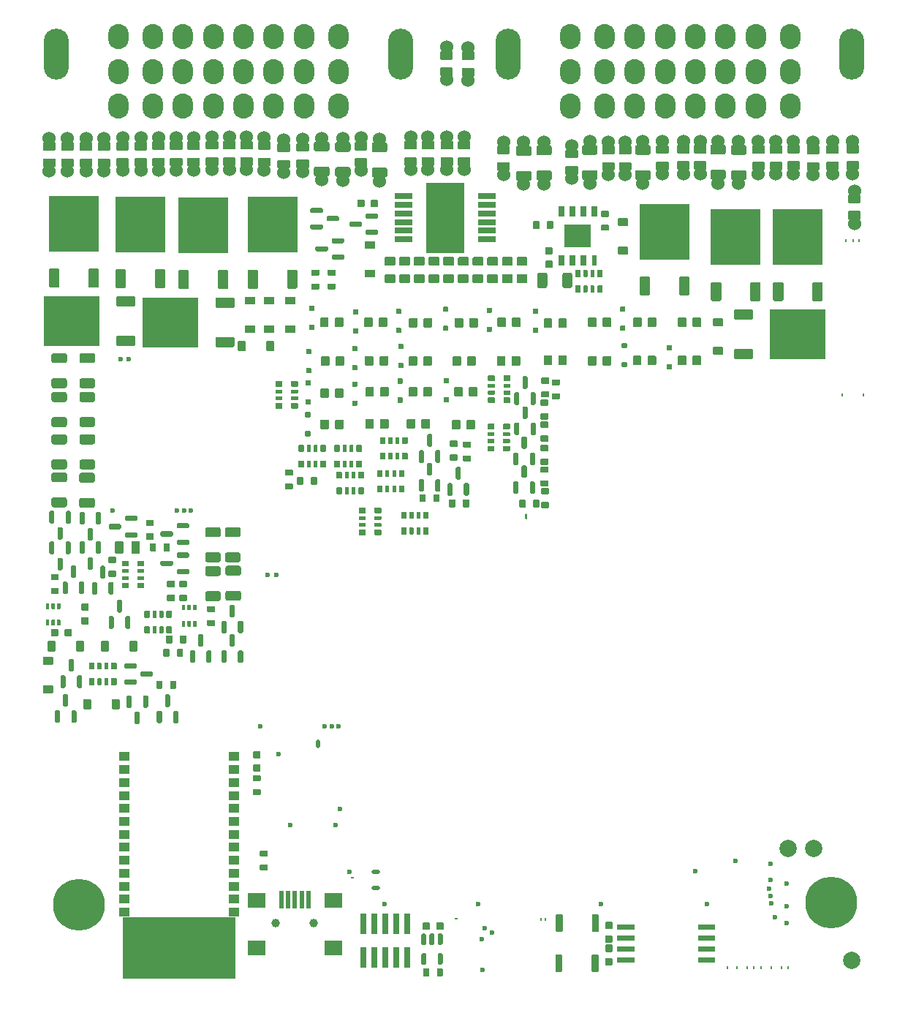
<source format=gts>
G04 #@! TF.GenerationSoftware,KiCad,Pcbnew,(6.0.1)*
G04 #@! TF.CreationDate,2022-07-23T16:35:50+03:00*
G04 #@! TF.ProjectId,alphax_4ch,616c7068-6178-45f3-9463-682e6b696361,a*
G04 #@! TF.SameCoordinates,PX141f5e0PYa2cace0*
G04 #@! TF.FileFunction,Soldermask,Top*
G04 #@! TF.FilePolarity,Negative*
%FSLAX46Y46*%
G04 Gerber Fmt 4.6, Leading zero omitted, Abs format (unit mm)*
G04 Created by KiCad (PCBNEW (6.0.1)) date 2022-07-23 16:35:50*
%MOMM*%
%LPD*%
G01*
G04 APERTURE LIST*
%ADD10C,0.120000*%
%ADD11O,0.200000X0.399999*%
%ADD12C,0.599999*%
%ADD13C,1.524000*%
%ADD14C,6.000000*%
%ADD15C,2.000000*%
%ADD16R,5.800000X6.400000*%
%ADD17O,2.900000X5.900000*%
%ADD18O,2.400000X2.900000*%
%ADD19C,1.000000*%
%ADD20R,0.500000X2.000000*%
%ADD21R,2.000000X1.700000*%
%ADD22R,6.400000X5.800000*%
%ADD23R,2.000000X0.650000*%
%ADD24R,4.500000X8.100000*%
%ADD25O,0.250000X0.499999*%
%ADD26O,0.499999X0.250000*%
%ADD27O,0.499999X1.000001*%
%ADD28O,0.499999X0.200000*%
%ADD29R,0.650000X1.310000*%
%ADD30R,0.600000X1.310000*%
%ADD31R,1.500000X1.325000*%
%ADD32R,1.300000X1.000000*%
%ADD33O,1.000001X0.499999*%
%ADD34R,0.740000X2.400000*%
G04 APERTURE END LIST*
D10*
G04 #@! TO.C,U4*
X9850000Y200000D02*
X9850000Y7200000D01*
X9850000Y7200000D02*
X22850000Y7200000D01*
X22850000Y7200000D02*
X22850000Y200000D01*
X22850000Y200000D02*
X9850000Y200000D01*
G36*
X22850000Y200000D02*
G01*
X9850000Y200000D01*
X9850000Y7200000D01*
X22850000Y7200000D01*
X22850000Y200000D01*
G37*
X22850000Y200000D02*
X9850000Y200000D01*
X9850000Y7200000D01*
X22850000Y7200000D01*
X22850000Y200000D01*
G04 #@! TD*
G04 #@! TO.C,C18*
G36*
G01*
X66490000Y5805001D02*
X65810000Y5805001D01*
G75*
G02*
X65725000Y5890001I0J85000D01*
G01*
X65725000Y6570001D01*
G75*
G02*
X65810000Y6655001I85000J0D01*
G01*
X66490000Y6655001D01*
G75*
G02*
X66575000Y6570001I0J-85000D01*
G01*
X66575000Y5890001D01*
G75*
G02*
X66490000Y5805001I-85000J0D01*
G01*
G37*
G36*
G01*
X66490000Y4224999D02*
X65810000Y4224999D01*
G75*
G02*
X65725000Y4309999I0J85000D01*
G01*
X65725000Y4989999D01*
G75*
G02*
X65810000Y5074999I85000J0D01*
G01*
X66490000Y5074999D01*
G75*
G02*
X66575000Y4989999I0J-85000D01*
G01*
X66575000Y4309999D01*
G75*
G02*
X66490000Y4224999I-85000J0D01*
G01*
G37*
G04 #@! TD*
G04 #@! TO.C,R47*
G36*
G01*
X8949999Y49375000D02*
X8949999Y50625000D01*
G75*
G02*
X9049999Y50725000I100000J0D01*
G01*
X9849999Y50725000D01*
G75*
G02*
X9949999Y50625000I0J-100000D01*
G01*
X9949999Y49375000D01*
G75*
G02*
X9849999Y49275000I-100000J0D01*
G01*
X9049999Y49275000D01*
G75*
G02*
X8949999Y49375000I0J100000D01*
G01*
G37*
G36*
G01*
X10850021Y49375000D02*
X10850021Y50625000D01*
G75*
G02*
X10950021Y50725000I100000J0D01*
G01*
X11750021Y50725000D01*
G75*
G02*
X11850021Y50625000I0J-100000D01*
G01*
X11850021Y49375000D01*
G75*
G02*
X11750021Y49275000I-100000J0D01*
G01*
X10950021Y49275000D01*
G75*
G02*
X10850021Y49375000I0J100000D01*
G01*
G37*
G04 #@! TD*
D11*
G04 #@! TO.C,M4*
X86904837Y1375379D03*
X86144858Y1375379D03*
X84969865Y1375379D03*
X83794878Y1375379D03*
X82954966Y1375379D03*
X82204894Y1375379D03*
X81029883Y1375379D03*
X79854886Y1375379D03*
D12*
X84894889Y11474986D03*
X86729899Y11049978D03*
X84679891Y10499981D03*
X84894886Y9625022D03*
X84969893Y8774999D03*
X86729899Y8449983D03*
X85419899Y7150016D03*
X86729899Y6499999D03*
X80804884Y13675002D03*
X84879890Y13375000D03*
G04 #@! TD*
G04 #@! TO.C,D53*
G36*
G01*
X25110000Y74805000D02*
X24090000Y74805000D01*
G75*
G02*
X24000000Y74895000I0J90000D01*
G01*
X24000000Y75615000D01*
G75*
G02*
X24090000Y75705000I90000J0D01*
G01*
X25110000Y75705000D01*
G75*
G02*
X25200000Y75615000I0J-90000D01*
G01*
X25200000Y74895000D01*
G75*
G02*
X25110000Y74805000I-90000J0D01*
G01*
G37*
G36*
G01*
X25110000Y78105000D02*
X24090000Y78105000D01*
G75*
G02*
X24000000Y78195000I0J90000D01*
G01*
X24000000Y78915000D01*
G75*
G02*
X24090000Y79005000I90000J0D01*
G01*
X25110000Y79005000D01*
G75*
G02*
X25200000Y78915000I0J-90000D01*
G01*
X25200000Y78195000D01*
G75*
G02*
X25110000Y78105000I-90000J0D01*
G01*
G37*
G04 #@! TD*
G04 #@! TO.C,R8*
G36*
G01*
X77375000Y93699999D02*
X76125000Y93699999D01*
G75*
G02*
X76025000Y93799999I0J100000D01*
G01*
X76025000Y94599999D01*
G75*
G02*
X76125000Y94699999I100000J0D01*
G01*
X77375000Y94699999D01*
G75*
G02*
X77475000Y94599999I0J-100000D01*
G01*
X77475000Y93799999D01*
G75*
G02*
X77375000Y93699999I-100000J0D01*
G01*
G37*
D13*
X76750000Y93245000D03*
G36*
G01*
X77375000Y95600021D02*
X76125000Y95600021D01*
G75*
G02*
X76025000Y95700021I0J100000D01*
G01*
X76025000Y96500021D01*
G75*
G02*
X76125000Y96600021I100000J0D01*
G01*
X77375000Y96600021D01*
G75*
G02*
X77475000Y96500021I0J-100000D01*
G01*
X77475000Y95700021D01*
G75*
G02*
X77375000Y95600021I-100000J0D01*
G01*
G37*
X76750000Y97055000D03*
G04 #@! TD*
G04 #@! TO.C,R29*
G36*
G01*
X12610000Y53200010D02*
X13390000Y53200010D01*
G75*
G02*
X13460000Y53130010I0J-70000D01*
G01*
X13460000Y52570010D01*
G75*
G02*
X13390000Y52500010I-70000J0D01*
G01*
X12610000Y52500010D01*
G75*
G02*
X12540000Y52570010I0J70000D01*
G01*
X12540000Y53130010D01*
G75*
G02*
X12610000Y53200010I70000J0D01*
G01*
G37*
G36*
G01*
X12610000Y51600010D02*
X13390000Y51600010D01*
G75*
G02*
X13460000Y51530010I0J-70000D01*
G01*
X13460000Y50970010D01*
G75*
G02*
X13390000Y50900010I-70000J0D01*
G01*
X12610000Y50900010D01*
G75*
G02*
X12540000Y50970010I0J70000D01*
G01*
X12540000Y51530010D01*
G75*
G02*
X12610000Y51600010I70000J0D01*
G01*
G37*
G04 #@! TD*
G04 #@! TO.C,R90*
G36*
G01*
X25810000Y14900000D02*
X26590000Y14900000D01*
G75*
G02*
X26660000Y14830000I0J-70000D01*
G01*
X26660000Y14270000D01*
G75*
G02*
X26590000Y14200000I-70000J0D01*
G01*
X25810000Y14200000D01*
G75*
G02*
X25740000Y14270000I0J70000D01*
G01*
X25740000Y14830000D01*
G75*
G02*
X25810000Y14900000I70000J0D01*
G01*
G37*
G36*
G01*
X25810000Y13300000D02*
X26590000Y13300000D01*
G75*
G02*
X26660000Y13230000I0J-70000D01*
G01*
X26660000Y12670000D01*
G75*
G02*
X26590000Y12600000I-70000J0D01*
G01*
X25810000Y12600000D01*
G75*
G02*
X25740000Y12670000I0J70000D01*
G01*
X25740000Y13230000D01*
G75*
G02*
X25810000Y13300000I70000J0D01*
G01*
G37*
G04 #@! TD*
G04 #@! TO.C,R2*
G36*
G01*
X34600000Y56215000D02*
X34600000Y56885000D01*
G75*
G02*
X34665000Y56950000I65000J0D01*
G01*
X35185000Y56950000D01*
G75*
G02*
X35250000Y56885000I0J-65000D01*
G01*
X35250000Y56215000D01*
G75*
G02*
X35185000Y56150000I-65000J0D01*
G01*
X34665000Y56150000D01*
G75*
G02*
X34600000Y56215000I0J65000D01*
G01*
G37*
G36*
G01*
X35575000Y56195000D02*
X35575000Y56905000D01*
G75*
G02*
X35620000Y56950000I45000J0D01*
G01*
X35980000Y56950000D01*
G75*
G02*
X36025000Y56905000I0J-45000D01*
G01*
X36025000Y56195000D01*
G75*
G02*
X35980000Y56150000I-45000J0D01*
G01*
X35620000Y56150000D01*
G75*
G02*
X35575000Y56195000I0J45000D01*
G01*
G37*
G36*
G01*
X36375000Y56195000D02*
X36375000Y56905000D01*
G75*
G02*
X36420000Y56950000I45000J0D01*
G01*
X36780000Y56950000D01*
G75*
G02*
X36825000Y56905000I0J-45000D01*
G01*
X36825000Y56195000D01*
G75*
G02*
X36780000Y56150000I-45000J0D01*
G01*
X36420000Y56150000D01*
G75*
G02*
X36375000Y56195000I0J45000D01*
G01*
G37*
G36*
G01*
X37150000Y56215000D02*
X37150000Y56885000D01*
G75*
G02*
X37215000Y56950000I65000J0D01*
G01*
X37735000Y56950000D01*
G75*
G02*
X37800000Y56885000I0J-65000D01*
G01*
X37800000Y56215000D01*
G75*
G02*
X37735000Y56150000I-65000J0D01*
G01*
X37215000Y56150000D01*
G75*
G02*
X37150000Y56215000I0J65000D01*
G01*
G37*
G36*
G01*
X37150000Y58015000D02*
X37150000Y58685000D01*
G75*
G02*
X37215000Y58750000I65000J0D01*
G01*
X37735000Y58750000D01*
G75*
G02*
X37800000Y58685000I0J-65000D01*
G01*
X37800000Y58015000D01*
G75*
G02*
X37735000Y57950000I-65000J0D01*
G01*
X37215000Y57950000D01*
G75*
G02*
X37150000Y58015000I0J65000D01*
G01*
G37*
G36*
G01*
X36375000Y57995000D02*
X36375000Y58705000D01*
G75*
G02*
X36420000Y58750000I45000J0D01*
G01*
X36780000Y58750000D01*
G75*
G02*
X36825000Y58705000I0J-45000D01*
G01*
X36825000Y57995000D01*
G75*
G02*
X36780000Y57950000I-45000J0D01*
G01*
X36420000Y57950000D01*
G75*
G02*
X36375000Y57995000I0J45000D01*
G01*
G37*
G36*
G01*
X35575000Y57995000D02*
X35575000Y58705000D01*
G75*
G02*
X35620000Y58750000I45000J0D01*
G01*
X35980000Y58750000D01*
G75*
G02*
X36025000Y58705000I0J-45000D01*
G01*
X36025000Y57995000D01*
G75*
G02*
X35980000Y57950000I-45000J0D01*
G01*
X35620000Y57950000D01*
G75*
G02*
X35575000Y57995000I0J45000D01*
G01*
G37*
G36*
G01*
X34600000Y58015000D02*
X34600000Y58685000D01*
G75*
G02*
X34665000Y58750000I65000J0D01*
G01*
X35185000Y58750000D01*
G75*
G02*
X35250000Y58685000I0J-65000D01*
G01*
X35250000Y58015000D01*
G75*
G02*
X35185000Y57950000I-65000J0D01*
G01*
X34665000Y57950000D01*
G75*
G02*
X34600000Y58015000I0J65000D01*
G01*
G37*
G04 #@! TD*
G04 #@! TO.C,D36*
G36*
G01*
X50649999Y64649998D02*
X50649999Y63749998D01*
G75*
G02*
X50549999Y63649998I-100000J0D01*
G01*
X49749999Y63649998D01*
G75*
G02*
X49649999Y63749998I0J100000D01*
G01*
X49649999Y64649998D01*
G75*
G02*
X49749999Y64749998I100000J0D01*
G01*
X50549999Y64749998D01*
G75*
G02*
X50649999Y64649998I0J-100000D01*
G01*
G37*
G36*
G01*
X48949999Y64649998D02*
X48949999Y63749998D01*
G75*
G02*
X48849999Y63649998I-100000J0D01*
G01*
X48049999Y63649998D01*
G75*
G02*
X47949999Y63749998I0J100000D01*
G01*
X47949999Y64649998D01*
G75*
G02*
X48049999Y64749998I100000J0D01*
G01*
X48849999Y64749998D01*
G75*
G02*
X48949999Y64649998I0J-100000D01*
G01*
G37*
G04 #@! TD*
G04 #@! TO.C,R4*
G36*
G01*
X54685000Y66700000D02*
X54015000Y66700000D01*
G75*
G02*
X53950000Y66765000I0J65000D01*
G01*
X53950000Y67285000D01*
G75*
G02*
X54015000Y67350000I65000J0D01*
G01*
X54685000Y67350000D01*
G75*
G02*
X54750000Y67285000I0J-65000D01*
G01*
X54750000Y66765000D01*
G75*
G02*
X54685000Y66700000I-65000J0D01*
G01*
G37*
G36*
G01*
X54705000Y67675000D02*
X53995000Y67675000D01*
G75*
G02*
X53950000Y67720000I0J45000D01*
G01*
X53950000Y68080000D01*
G75*
G02*
X53995000Y68125000I45000J0D01*
G01*
X54705000Y68125000D01*
G75*
G02*
X54750000Y68080000I0J-45000D01*
G01*
X54750000Y67720000D01*
G75*
G02*
X54705000Y67675000I-45000J0D01*
G01*
G37*
G36*
G01*
X54705000Y68475000D02*
X53995000Y68475000D01*
G75*
G02*
X53950000Y68520000I0J45000D01*
G01*
X53950000Y68880000D01*
G75*
G02*
X53995000Y68925000I45000J0D01*
G01*
X54705000Y68925000D01*
G75*
G02*
X54750000Y68880000I0J-45000D01*
G01*
X54750000Y68520000D01*
G75*
G02*
X54705000Y68475000I-45000J0D01*
G01*
G37*
G36*
G01*
X54685000Y69250000D02*
X54015000Y69250000D01*
G75*
G02*
X53950000Y69315000I0J65000D01*
G01*
X53950000Y69835000D01*
G75*
G02*
X54015000Y69900000I65000J0D01*
G01*
X54685000Y69900000D01*
G75*
G02*
X54750000Y69835000I0J-65000D01*
G01*
X54750000Y69315000D01*
G75*
G02*
X54685000Y69250000I-65000J0D01*
G01*
G37*
G36*
G01*
X52885000Y69250000D02*
X52215000Y69250000D01*
G75*
G02*
X52150000Y69315000I0J65000D01*
G01*
X52150000Y69835000D01*
G75*
G02*
X52215000Y69900000I65000J0D01*
G01*
X52885000Y69900000D01*
G75*
G02*
X52950000Y69835000I0J-65000D01*
G01*
X52950000Y69315000D01*
G75*
G02*
X52885000Y69250000I-65000J0D01*
G01*
G37*
G36*
G01*
X52905000Y68475000D02*
X52195000Y68475000D01*
G75*
G02*
X52150000Y68520000I0J45000D01*
G01*
X52150000Y68880000D01*
G75*
G02*
X52195000Y68925000I45000J0D01*
G01*
X52905000Y68925000D01*
G75*
G02*
X52950000Y68880000I0J-45000D01*
G01*
X52950000Y68520000D01*
G75*
G02*
X52905000Y68475000I-45000J0D01*
G01*
G37*
G36*
G01*
X52905000Y67675000D02*
X52195000Y67675000D01*
G75*
G02*
X52150000Y67720000I0J45000D01*
G01*
X52150000Y68080000D01*
G75*
G02*
X52195000Y68125000I45000J0D01*
G01*
X52905000Y68125000D01*
G75*
G02*
X52950000Y68080000I0J-45000D01*
G01*
X52950000Y67720000D01*
G75*
G02*
X52905000Y67675000I-45000J0D01*
G01*
G37*
G36*
G01*
X52885000Y66700000D02*
X52215000Y66700000D01*
G75*
G02*
X52150000Y66765000I0J65000D01*
G01*
X52150000Y67285000D01*
G75*
G02*
X52215000Y67350000I65000J0D01*
G01*
X52885000Y67350000D01*
G75*
G02*
X52950000Y67285000I0J-65000D01*
G01*
X52950000Y66765000D01*
G75*
G02*
X52885000Y66700000I-65000J0D01*
G01*
G37*
G04 #@! TD*
G04 #@! TO.C,D30*
G36*
G01*
X67450000Y75111499D02*
X67450000Y75591499D01*
G75*
G02*
X67510000Y75651499I60000J0D01*
G01*
X67990000Y75651499D01*
G75*
G02*
X68050000Y75591499I0J-60000D01*
G01*
X68050000Y75111499D01*
G75*
G02*
X67990000Y75051499I-60000J0D01*
G01*
X67510000Y75051499D01*
G75*
G02*
X67450000Y75111499I0J60000D01*
G01*
G37*
G36*
G01*
X67450000Y77311499D02*
X67450000Y77791499D01*
G75*
G02*
X67510000Y77851499I60000J0D01*
G01*
X67990000Y77851499D01*
G75*
G02*
X68050000Y77791499I0J-60000D01*
G01*
X68050000Y77311499D01*
G75*
G02*
X67990000Y77251499I-60000J0D01*
G01*
X67510000Y77251499D01*
G75*
G02*
X67450000Y77311499I0J60000D01*
G01*
G37*
G04 #@! TD*
G04 #@! TO.C,C3*
G36*
G01*
X25060000Y26435001D02*
X25740000Y26435001D01*
G75*
G02*
X25825000Y26350001I0J-85000D01*
G01*
X25825000Y25670001D01*
G75*
G02*
X25740000Y25585001I-85000J0D01*
G01*
X25060000Y25585001D01*
G75*
G02*
X24975000Y25670001I0J85000D01*
G01*
X24975000Y26350001D01*
G75*
G02*
X25060000Y26435001I85000J0D01*
G01*
G37*
G36*
G01*
X25060000Y24854999D02*
X25740000Y24854999D01*
G75*
G02*
X25825000Y24769999I0J-85000D01*
G01*
X25825000Y24089999D01*
G75*
G02*
X25740000Y24004999I-85000J0D01*
G01*
X25060000Y24004999D01*
G75*
G02*
X24975000Y24089999I0J85000D01*
G01*
X24975000Y24769999D01*
G75*
G02*
X25060000Y24854999I85000J0D01*
G01*
G37*
G04 #@! TD*
G04 #@! TO.C,D46*
G36*
G01*
X31650000Y69290000D02*
X31650000Y68810000D01*
G75*
G02*
X31590000Y68750000I-60000J0D01*
G01*
X31110000Y68750000D01*
G75*
G02*
X31050000Y68810000I0J60000D01*
G01*
X31050000Y69290000D01*
G75*
G02*
X31110000Y69350000I60000J0D01*
G01*
X31590000Y69350000D01*
G75*
G02*
X31650000Y69290000I0J-60000D01*
G01*
G37*
G36*
G01*
X31650000Y67090000D02*
X31650000Y66610000D01*
G75*
G02*
X31590000Y66550000I-60000J0D01*
G01*
X31110000Y66550000D01*
G75*
G02*
X31050000Y66610000I0J60000D01*
G01*
X31050000Y67090000D01*
G75*
G02*
X31110000Y67150000I60000J0D01*
G01*
X31590000Y67150000D01*
G75*
G02*
X31650000Y67090000I0J-60000D01*
G01*
G37*
G04 #@! TD*
G04 #@! TO.C,R87*
G36*
G01*
X58310000Y61850000D02*
X59090000Y61850000D01*
G75*
G02*
X59160000Y61780000I0J-70000D01*
G01*
X59160000Y61220000D01*
G75*
G02*
X59090000Y61150000I-70000J0D01*
G01*
X58310000Y61150000D01*
G75*
G02*
X58240000Y61220000I0J70000D01*
G01*
X58240000Y61780000D01*
G75*
G02*
X58310000Y61850000I70000J0D01*
G01*
G37*
G36*
G01*
X58310000Y60250000D02*
X59090000Y60250000D01*
G75*
G02*
X59160000Y60180000I0J-70000D01*
G01*
X59160000Y59620000D01*
G75*
G02*
X59090000Y59550000I-70000J0D01*
G01*
X58310000Y59550000D01*
G75*
G02*
X58240000Y59620000I0J70000D01*
G01*
X58240000Y60180000D01*
G75*
G02*
X58310000Y60250000I70000J0D01*
G01*
G37*
G04 #@! TD*
G04 #@! TO.C,R93*
G36*
G01*
X17200000Y39740000D02*
X17200000Y38960000D01*
G75*
G02*
X17130000Y38890000I-70000J0D01*
G01*
X16570000Y38890000D01*
G75*
G02*
X16500000Y38960000I0J70000D01*
G01*
X16500000Y39740000D01*
G75*
G02*
X16570000Y39810000I70000J0D01*
G01*
X17130000Y39810000D01*
G75*
G02*
X17200000Y39740000I0J-70000D01*
G01*
G37*
G36*
G01*
X15600000Y39740000D02*
X15600000Y38960000D01*
G75*
G02*
X15530000Y38890000I-70000J0D01*
G01*
X14970000Y38890000D01*
G75*
G02*
X14900000Y38960000I0J70000D01*
G01*
X14900000Y39740000D01*
G75*
G02*
X14970000Y39810000I70000J0D01*
G01*
X15530000Y39810000D01*
G75*
G02*
X15600000Y39740000I0J-70000D01*
G01*
G37*
G04 #@! TD*
G04 #@! TO.C,R95*
G36*
G01*
X33660000Y82150000D02*
X34440000Y82150000D01*
G75*
G02*
X34510000Y82080000I0J-70000D01*
G01*
X34510000Y81520000D01*
G75*
G02*
X34440000Y81450000I-70000J0D01*
G01*
X33660000Y81450000D01*
G75*
G02*
X33590000Y81520000I0J70000D01*
G01*
X33590000Y82080000D01*
G75*
G02*
X33660000Y82150000I70000J0D01*
G01*
G37*
G36*
G01*
X33660000Y80550000D02*
X34440000Y80550000D01*
G75*
G02*
X34510000Y80480000I0J-70000D01*
G01*
X34510000Y79920000D01*
G75*
G02*
X34440000Y79850000I-70000J0D01*
G01*
X33660000Y79850000D01*
G75*
G02*
X33590000Y79920000I0J70000D01*
G01*
X33590000Y80480000D01*
G75*
G02*
X33660000Y80550000I70000J0D01*
G01*
G37*
G04 #@! TD*
D14*
G04 #@! TO.C,J8*
X4803000Y8619000D03*
G04 #@! TD*
G04 #@! TO.C,D34*
G36*
G01*
X40649999Y64749998D02*
X40649999Y63849998D01*
G75*
G02*
X40549999Y63749998I-100000J0D01*
G01*
X39749999Y63749998D01*
G75*
G02*
X39649999Y63849998I0J100000D01*
G01*
X39649999Y64749998D01*
G75*
G02*
X39749999Y64849998I100000J0D01*
G01*
X40549999Y64849998D01*
G75*
G02*
X40649999Y64749998I0J-100000D01*
G01*
G37*
G36*
G01*
X38949999Y64749998D02*
X38949999Y63849998D01*
G75*
G02*
X38849999Y63749998I-100000J0D01*
G01*
X38049999Y63749998D01*
G75*
G02*
X37949999Y63849998I0J100000D01*
G01*
X37949999Y64749998D01*
G75*
G02*
X38049999Y64849998I100000J0D01*
G01*
X38849999Y64849998D01*
G75*
G02*
X38949999Y64749998I0J-100000D01*
G01*
G37*
G04 #@! TD*
D13*
G04 #@! TO.C,R59*
X45200000Y97505000D03*
G36*
G01*
X44575000Y97050001D02*
X45825000Y97050001D01*
G75*
G02*
X45925000Y96950001I0J-100000D01*
G01*
X45925000Y96150001D01*
G75*
G02*
X45825000Y96050001I-100000J0D01*
G01*
X44575000Y96050001D01*
G75*
G02*
X44475000Y96150001I0J100000D01*
G01*
X44475000Y96950001D01*
G75*
G02*
X44575000Y97050001I100000J0D01*
G01*
G37*
X45200000Y93695000D03*
G36*
G01*
X44575000Y95149979D02*
X45825000Y95149979D01*
G75*
G02*
X45925000Y95049979I0J-100000D01*
G01*
X45925000Y94249979D01*
G75*
G02*
X45825000Y94149979I-100000J0D01*
G01*
X44575000Y94149979D01*
G75*
G02*
X44475000Y94249979I0J100000D01*
G01*
X44475000Y95049979D01*
G75*
G02*
X44575000Y95149979I100000J0D01*
G01*
G37*
G04 #@! TD*
G04 #@! TO.C,R9*
X74800000Y93245000D03*
G36*
G01*
X75425000Y93699999D02*
X74175000Y93699999D01*
G75*
G02*
X74075000Y93799999I0J100000D01*
G01*
X74075000Y94599999D01*
G75*
G02*
X74175000Y94699999I100000J0D01*
G01*
X75425000Y94699999D01*
G75*
G02*
X75525000Y94599999I0J-100000D01*
G01*
X75525000Y93799999D01*
G75*
G02*
X75425000Y93699999I-100000J0D01*
G01*
G37*
X74800000Y97055000D03*
G36*
G01*
X75425000Y95600021D02*
X74175000Y95600021D01*
G75*
G02*
X74075000Y95700021I0J100000D01*
G01*
X74075000Y96500021D01*
G75*
G02*
X74175000Y96600021I100000J0D01*
G01*
X75425000Y96600021D01*
G75*
G02*
X75525000Y96500021I0J-100000D01*
G01*
X75525000Y95700021D01*
G75*
G02*
X75425000Y95600021I-100000J0D01*
G01*
G37*
G04 #@! TD*
G04 #@! TO.C,R68*
G36*
G01*
X24825000Y94149999D02*
X23575000Y94149999D01*
G75*
G02*
X23475000Y94249999I0J100000D01*
G01*
X23475000Y95049999D01*
G75*
G02*
X23575000Y95149999I100000J0D01*
G01*
X24825000Y95149999D01*
G75*
G02*
X24925000Y95049999I0J-100000D01*
G01*
X24925000Y94249999D01*
G75*
G02*
X24825000Y94149999I-100000J0D01*
G01*
G37*
X24200000Y93695000D03*
X24200000Y97505000D03*
G36*
G01*
X24825000Y96050021D02*
X23575000Y96050021D01*
G75*
G02*
X23475000Y96150021I0J100000D01*
G01*
X23475000Y96950021D01*
G75*
G02*
X23575000Y97050021I100000J0D01*
G01*
X24825000Y97050021D01*
G75*
G02*
X24925000Y96950021I0J-100000D01*
G01*
X24925000Y96150021D01*
G75*
G02*
X24825000Y96050021I-100000J0D01*
G01*
G37*
G04 #@! TD*
G04 #@! TO.C,R21*
G36*
G01*
X3400000Y59945000D02*
X3400000Y59255000D01*
G75*
G02*
X3170000Y59025000I-230000J0D01*
G01*
X1830000Y59025000D01*
G75*
G02*
X1600000Y59255000I0J230000D01*
G01*
X1600000Y59945000D01*
G75*
G02*
X1830000Y60175000I230000J0D01*
G01*
X3170000Y60175000D01*
G75*
G02*
X3400000Y59945000I0J-230000D01*
G01*
G37*
G36*
G01*
X3400000Y62845020D02*
X3400000Y62155020D01*
G75*
G02*
X3170000Y61925020I-230000J0D01*
G01*
X1830000Y61925020D01*
G75*
G02*
X1600000Y62155020I0J230000D01*
G01*
X1600000Y62845020D01*
G75*
G02*
X1830000Y63075020I230000J0D01*
G01*
X3170000Y63075020D01*
G75*
G02*
X3400000Y62845020I0J-230000D01*
G01*
G37*
G04 #@! TD*
D15*
G04 #@! TO.C,J5*
X89900000Y15110000D03*
G04 #@! TD*
G04 #@! TO.C,R82*
G36*
G01*
X58410000Y69650000D02*
X59190000Y69650000D01*
G75*
G02*
X59260000Y69580000I0J-70000D01*
G01*
X59260000Y69020000D01*
G75*
G02*
X59190000Y68950000I-70000J0D01*
G01*
X58410000Y68950000D01*
G75*
G02*
X58340000Y69020000I0J70000D01*
G01*
X58340000Y69580000D01*
G75*
G02*
X58410000Y69650000I70000J0D01*
G01*
G37*
G36*
G01*
X58410000Y68050000D02*
X59190000Y68050000D01*
G75*
G02*
X59260000Y67980000I0J-70000D01*
G01*
X59260000Y67420000D01*
G75*
G02*
X59190000Y67350000I-70000J0D01*
G01*
X58410000Y67350000D01*
G75*
G02*
X58340000Y67420000I0J70000D01*
G01*
X58340000Y67980000D01*
G75*
G02*
X58410000Y68050000I70000J0D01*
G01*
G37*
G04 #@! TD*
G04 #@! TO.C,D49*
G36*
G01*
X31575000Y88850000D02*
X31575000Y89150000D01*
G75*
G02*
X31725000Y89300000I150000J0D01*
G01*
X32900000Y89300000D01*
G75*
G02*
X33050000Y89150000I0J-150000D01*
G01*
X33050000Y88850000D01*
G75*
G02*
X32900000Y88700000I-150000J0D01*
G01*
X31725000Y88700000D01*
G75*
G02*
X31575000Y88850000I0J150000D01*
G01*
G37*
G36*
G01*
X33450000Y87900000D02*
X33450000Y88200000D01*
G75*
G02*
X33600000Y88350000I150000J0D01*
G01*
X34775000Y88350000D01*
G75*
G02*
X34925000Y88200000I0J-150000D01*
G01*
X34925000Y87900000D01*
G75*
G02*
X34775000Y87750000I-150000J0D01*
G01*
X33600000Y87750000D01*
G75*
G02*
X33450000Y87900000I0J150000D01*
G01*
G37*
G36*
G01*
X31575000Y86950000D02*
X31575000Y87250000D01*
G75*
G02*
X31725000Y87400000I150000J0D01*
G01*
X32900000Y87400000D01*
G75*
G02*
X33050000Y87250000I0J-150000D01*
G01*
X33050000Y86950000D01*
G75*
G02*
X32900000Y86800000I-150000J0D01*
G01*
X31725000Y86800000D01*
G75*
G02*
X31575000Y86950000I0J150000D01*
G01*
G37*
G04 #@! TD*
D13*
G04 #@! TO.C,F4*
X63950000Y97000000D03*
G36*
G01*
X63050000Y95655010D02*
X63050000Y96345010D01*
G75*
G02*
X63280000Y96575010I230000J0D01*
G01*
X64620000Y96575010D01*
G75*
G02*
X64850000Y96345010I0J-230000D01*
G01*
X64850000Y95655010D01*
G75*
G02*
X64620000Y95425010I-230000J0D01*
G01*
X63280000Y95425010D01*
G75*
G02*
X63050000Y95655010I0J230000D01*
G01*
G37*
X63950000Y92100000D03*
G36*
G01*
X63050000Y92754990D02*
X63050000Y93444990D01*
G75*
G02*
X63280000Y93674990I230000J0D01*
G01*
X64620000Y93674990D01*
G75*
G02*
X64850000Y93444990I0J-230000D01*
G01*
X64850000Y92754990D01*
G75*
G02*
X64620000Y92524990I-230000J0D01*
G01*
X63280000Y92524990D01*
G75*
G02*
X63050000Y92754990I0J230000D01*
G01*
G37*
G04 #@! TD*
G04 #@! TO.C,Q13*
G36*
G01*
X47910000Y55975000D02*
X47610000Y55975000D01*
G75*
G02*
X47460000Y56125000I0J150000D01*
G01*
X47460000Y57300000D01*
G75*
G02*
X47610000Y57450000I150000J0D01*
G01*
X47910000Y57450000D01*
G75*
G02*
X48060000Y57300000I0J-150000D01*
G01*
X48060000Y56125000D01*
G75*
G02*
X47910000Y55975000I-150000J0D01*
G01*
G37*
G36*
G01*
X48860000Y57850000D02*
X48560000Y57850000D01*
G75*
G02*
X48410000Y58000000I0J150000D01*
G01*
X48410000Y59175000D01*
G75*
G02*
X48560000Y59325000I150000J0D01*
G01*
X48860000Y59325000D01*
G75*
G02*
X49010000Y59175000I0J-150000D01*
G01*
X49010000Y58000000D01*
G75*
G02*
X48860000Y57850000I-150000J0D01*
G01*
G37*
G36*
G01*
X49810000Y55975000D02*
X49510000Y55975000D01*
G75*
G02*
X49360000Y56125000I0J150000D01*
G01*
X49360000Y57300000D01*
G75*
G02*
X49510000Y57450000I150000J0D01*
G01*
X49810000Y57450000D01*
G75*
G02*
X49960000Y57300000I0J-150000D01*
G01*
X49960000Y56125000D01*
G75*
G02*
X49810000Y55975000I-150000J0D01*
G01*
G37*
G04 #@! TD*
G04 #@! TO.C,R91*
X94580000Y87485000D03*
G36*
G01*
X95205000Y87939999D02*
X93955000Y87939999D01*
G75*
G02*
X93855000Y88039999I0J100000D01*
G01*
X93855000Y88839999D01*
G75*
G02*
X93955000Y88939999I100000J0D01*
G01*
X95205000Y88939999D01*
G75*
G02*
X95305000Y88839999I0J-100000D01*
G01*
X95305000Y88039999D01*
G75*
G02*
X95205000Y87939999I-100000J0D01*
G01*
G37*
G36*
G01*
X95205000Y89840021D02*
X93955000Y89840021D01*
G75*
G02*
X93855000Y89940021I0J100000D01*
G01*
X93855000Y90740021D01*
G75*
G02*
X93955000Y90840021I100000J0D01*
G01*
X95205000Y90840021D01*
G75*
G02*
X95305000Y90740021I0J-100000D01*
G01*
X95305000Y89940021D01*
G75*
G02*
X95205000Y89840021I-100000J0D01*
G01*
G37*
X94580000Y91295000D03*
G04 #@! TD*
G04 #@! TO.C,D1*
G36*
G01*
X67650000Y70910000D02*
X67650000Y71390000D01*
G75*
G02*
X67710000Y71450000I60000J0D01*
G01*
X68190000Y71450000D01*
G75*
G02*
X68250000Y71390000I0J-60000D01*
G01*
X68250000Y70910000D01*
G75*
G02*
X68190000Y70850000I-60000J0D01*
G01*
X67710000Y70850000D01*
G75*
G02*
X67650000Y70910000I0J60000D01*
G01*
G37*
G36*
G01*
X67650000Y73110000D02*
X67650000Y73590000D01*
G75*
G02*
X67710000Y73650000I60000J0D01*
G01*
X68190000Y73650000D01*
G75*
G02*
X68250000Y73590000I0J-60000D01*
G01*
X68250000Y73110000D01*
G75*
G02*
X68190000Y73050000I-60000J0D01*
G01*
X67710000Y73050000D01*
G75*
G02*
X67650000Y73110000I0J60000D01*
G01*
G37*
G04 #@! TD*
G04 #@! TO.C,D15*
G36*
G01*
X40499999Y76499998D02*
X40499999Y75599998D01*
G75*
G02*
X40399999Y75499998I-100000J0D01*
G01*
X39599999Y75499998D01*
G75*
G02*
X39499999Y75599998I0J100000D01*
G01*
X39499999Y76499998D01*
G75*
G02*
X39599999Y76599998I100000J0D01*
G01*
X40399999Y76599998D01*
G75*
G02*
X40499999Y76499998I0J-100000D01*
G01*
G37*
G36*
G01*
X38799999Y76499998D02*
X38799999Y75599998D01*
G75*
G02*
X38699999Y75499998I-100000J0D01*
G01*
X37899999Y75499998D01*
G75*
G02*
X37799999Y75599998I0J100000D01*
G01*
X37799999Y76499998D01*
G75*
G02*
X37899999Y76599998I100000J0D01*
G01*
X38699999Y76599998D01*
G75*
G02*
X38799999Y76499998I0J-100000D01*
G01*
G37*
G04 #@! TD*
G04 #@! TO.C,C1*
G36*
G01*
X58860000Y84765001D02*
X59540000Y84765001D01*
G75*
G02*
X59625000Y84680001I0J-85000D01*
G01*
X59625000Y84000001D01*
G75*
G02*
X59540000Y83915001I-85000J0D01*
G01*
X58860000Y83915001D01*
G75*
G02*
X58775000Y84000001I0J85000D01*
G01*
X58775000Y84680001D01*
G75*
G02*
X58860000Y84765001I85000J0D01*
G01*
G37*
G36*
G01*
X58860000Y83184999D02*
X59540000Y83184999D01*
G75*
G02*
X59625000Y83099999I0J-85000D01*
G01*
X59625000Y82419999D01*
G75*
G02*
X59540000Y82334999I-85000J0D01*
G01*
X58860000Y82334999D01*
G75*
G02*
X58775000Y82419999I0J85000D01*
G01*
X58775000Y83099999D01*
G75*
G02*
X58860000Y83184999I85000J0D01*
G01*
G37*
G04 #@! TD*
G04 #@! TO.C,Q29*
G36*
G01*
X25400000Y79950000D02*
X24440000Y79950000D01*
G75*
G02*
X24320000Y80070000I0J120000D01*
G01*
X24320000Y82030000D01*
G75*
G02*
X24440000Y82150000I120000J0D01*
G01*
X25400000Y82150000D01*
G75*
G02*
X25520000Y82030000I0J-120000D01*
G01*
X25520000Y80070000D01*
G75*
G02*
X25400000Y79950000I-120000J0D01*
G01*
G37*
D16*
X27200000Y87350000D03*
G36*
G01*
X29960000Y79950000D02*
X29000000Y79950000D01*
G75*
G02*
X28880000Y80070000I0J120000D01*
G01*
X28880000Y82030000D01*
G75*
G02*
X29000000Y82150000I120000J0D01*
G01*
X29960000Y82150000D01*
G75*
G02*
X30080000Y82030000I0J-120000D01*
G01*
X30080000Y80070000D01*
G75*
G02*
X29960000Y79950000I-120000J0D01*
G01*
G37*
G04 #@! TD*
G04 #@! TO.C,S1*
G36*
G01*
X64950001Y2770000D02*
X64950001Y930000D01*
G75*
G02*
X64870001Y850000I-80000J0D01*
G01*
X64230001Y850000D01*
G75*
G02*
X64150001Y930000I0J80000D01*
G01*
X64150001Y2770000D01*
G75*
G02*
X64230001Y2850000I80000J0D01*
G01*
X64870001Y2850000D01*
G75*
G02*
X64950001Y2770000I0J-80000D01*
G01*
G37*
G36*
G01*
X60750000Y2770000D02*
X60750000Y930000D01*
G75*
G02*
X60670000Y850000I-80000J0D01*
G01*
X60030000Y850000D01*
G75*
G02*
X59950000Y930000I0J80000D01*
G01*
X59950000Y2770000D01*
G75*
G02*
X60030000Y2850000I80000J0D01*
G01*
X60670000Y2850000D01*
G75*
G02*
X60750000Y2770000I0J-80000D01*
G01*
G37*
G04 #@! TD*
G04 #@! TO.C,D6*
G36*
G01*
X41750000Y70810000D02*
X41750000Y71290000D01*
G75*
G02*
X41810000Y71350000I60000J0D01*
G01*
X42290000Y71350000D01*
G75*
G02*
X42350000Y71290000I0J-60000D01*
G01*
X42350000Y70810000D01*
G75*
G02*
X42290000Y70750000I-60000J0D01*
G01*
X41810000Y70750000D01*
G75*
G02*
X41750000Y70810000I0J60000D01*
G01*
G37*
G36*
G01*
X41750000Y73010000D02*
X41750000Y73490000D01*
G75*
G02*
X41810000Y73550000I60000J0D01*
G01*
X42290000Y73550000D01*
G75*
G02*
X42350000Y73490000I0J-60000D01*
G01*
X42350000Y73010000D01*
G75*
G02*
X42290000Y72950000I-60000J0D01*
G01*
X41810000Y72950000D01*
G75*
G02*
X41750000Y73010000I0J60000D01*
G01*
G37*
G04 #@! TD*
G04 #@! TO.C,C4*
G36*
G01*
X47015001Y6490000D02*
X47015001Y5810000D01*
G75*
G02*
X46930001Y5725000I-85000J0D01*
G01*
X46250001Y5725000D01*
G75*
G02*
X46165001Y5810000I0J85000D01*
G01*
X46165001Y6490000D01*
G75*
G02*
X46250001Y6575000I85000J0D01*
G01*
X46930001Y6575000D01*
G75*
G02*
X47015001Y6490000I0J-85000D01*
G01*
G37*
G36*
G01*
X45434999Y6490000D02*
X45434999Y5810000D01*
G75*
G02*
X45349999Y5725000I-85000J0D01*
G01*
X44669999Y5725000D01*
G75*
G02*
X44584999Y5810000I0J85000D01*
G01*
X44584999Y6490000D01*
G75*
G02*
X44669999Y6575000I85000J0D01*
G01*
X45349999Y6575000D01*
G75*
G02*
X45434999Y6490000I0J-85000D01*
G01*
G37*
G04 #@! TD*
G04 #@! TO.C,Q1*
G36*
G01*
X2450000Y29675010D02*
X2150000Y29675010D01*
G75*
G02*
X2000000Y29825010I0J150000D01*
G01*
X2000000Y31000010D01*
G75*
G02*
X2150000Y31150010I150000J0D01*
G01*
X2450000Y31150010D01*
G75*
G02*
X2600000Y31000010I0J-150000D01*
G01*
X2600000Y29825010D01*
G75*
G02*
X2450000Y29675010I-150000J0D01*
G01*
G37*
G36*
G01*
X3400000Y31550010D02*
X3100000Y31550010D01*
G75*
G02*
X2950000Y31700010I0J150000D01*
G01*
X2950000Y32875010D01*
G75*
G02*
X3100000Y33025010I150000J0D01*
G01*
X3400000Y33025010D01*
G75*
G02*
X3550000Y32875010I0J-150000D01*
G01*
X3550000Y31700010D01*
G75*
G02*
X3400000Y31550010I-150000J0D01*
G01*
G37*
G36*
G01*
X4350000Y29675010D02*
X4050000Y29675010D01*
G75*
G02*
X3900000Y29825010I0J150000D01*
G01*
X3900000Y31000010D01*
G75*
G02*
X4050000Y31150010I150000J0D01*
G01*
X4350000Y31150010D01*
G75*
G02*
X4500000Y31000010I0J-150000D01*
G01*
X4500000Y29825010D01*
G75*
G02*
X4350000Y29675010I-150000J0D01*
G01*
G37*
G04 #@! TD*
G04 #@! TO.C,R24*
G36*
G01*
X3400000Y64845000D02*
X3400000Y64155000D01*
G75*
G02*
X3170000Y63925000I-230000J0D01*
G01*
X1830000Y63925000D01*
G75*
G02*
X1600000Y64155000I0J230000D01*
G01*
X1600000Y64845000D01*
G75*
G02*
X1830000Y65075000I230000J0D01*
G01*
X3170000Y65075000D01*
G75*
G02*
X3400000Y64845000I0J-230000D01*
G01*
G37*
G36*
G01*
X3400000Y67745020D02*
X3400000Y67055020D01*
G75*
G02*
X3170000Y66825020I-230000J0D01*
G01*
X1830000Y66825020D01*
G75*
G02*
X1600000Y67055020I0J230000D01*
G01*
X1600000Y67745020D01*
G75*
G02*
X1830000Y67975020I230000J0D01*
G01*
X3170000Y67975020D01*
G75*
G02*
X3400000Y67745020I0J-230000D01*
G01*
G37*
G04 #@! TD*
G04 #@! TO.C,R50*
G36*
G01*
X34350000Y59315000D02*
X34350000Y59985000D01*
G75*
G02*
X34415000Y60050000I65000J0D01*
G01*
X34935000Y60050000D01*
G75*
G02*
X35000000Y59985000I0J-65000D01*
G01*
X35000000Y59315000D01*
G75*
G02*
X34935000Y59250000I-65000J0D01*
G01*
X34415000Y59250000D01*
G75*
G02*
X34350000Y59315000I0J65000D01*
G01*
G37*
G36*
G01*
X35325000Y59295000D02*
X35325000Y60005000D01*
G75*
G02*
X35370000Y60050000I45000J0D01*
G01*
X35730000Y60050000D01*
G75*
G02*
X35775000Y60005000I0J-45000D01*
G01*
X35775000Y59295000D01*
G75*
G02*
X35730000Y59250000I-45000J0D01*
G01*
X35370000Y59250000D01*
G75*
G02*
X35325000Y59295000I0J45000D01*
G01*
G37*
G36*
G01*
X36125000Y59295000D02*
X36125000Y60005000D01*
G75*
G02*
X36170000Y60050000I45000J0D01*
G01*
X36530000Y60050000D01*
G75*
G02*
X36575000Y60005000I0J-45000D01*
G01*
X36575000Y59295000D01*
G75*
G02*
X36530000Y59250000I-45000J0D01*
G01*
X36170000Y59250000D01*
G75*
G02*
X36125000Y59295000I0J45000D01*
G01*
G37*
G36*
G01*
X36900000Y59315000D02*
X36900000Y59985000D01*
G75*
G02*
X36965000Y60050000I65000J0D01*
G01*
X37485000Y60050000D01*
G75*
G02*
X37550000Y59985000I0J-65000D01*
G01*
X37550000Y59315000D01*
G75*
G02*
X37485000Y59250000I-65000J0D01*
G01*
X36965000Y59250000D01*
G75*
G02*
X36900000Y59315000I0J65000D01*
G01*
G37*
G36*
G01*
X36900000Y61115000D02*
X36900000Y61785000D01*
G75*
G02*
X36965000Y61850000I65000J0D01*
G01*
X37485000Y61850000D01*
G75*
G02*
X37550000Y61785000I0J-65000D01*
G01*
X37550000Y61115000D01*
G75*
G02*
X37485000Y61050000I-65000J0D01*
G01*
X36965000Y61050000D01*
G75*
G02*
X36900000Y61115000I0J65000D01*
G01*
G37*
G36*
G01*
X36125000Y61095000D02*
X36125000Y61805000D01*
G75*
G02*
X36170000Y61850000I45000J0D01*
G01*
X36530000Y61850000D01*
G75*
G02*
X36575000Y61805000I0J-45000D01*
G01*
X36575000Y61095000D01*
G75*
G02*
X36530000Y61050000I-45000J0D01*
G01*
X36170000Y61050000D01*
G75*
G02*
X36125000Y61095000I0J45000D01*
G01*
G37*
G36*
G01*
X35325000Y61095000D02*
X35325000Y61805000D01*
G75*
G02*
X35370000Y61850000I45000J0D01*
G01*
X35730000Y61850000D01*
G75*
G02*
X35775000Y61805000I0J-45000D01*
G01*
X35775000Y61095000D01*
G75*
G02*
X35730000Y61050000I-45000J0D01*
G01*
X35370000Y61050000D01*
G75*
G02*
X35325000Y61095000I0J45000D01*
G01*
G37*
G36*
G01*
X34350000Y61115000D02*
X34350000Y61785000D01*
G75*
G02*
X34415000Y61850000I65000J0D01*
G01*
X34935000Y61850000D01*
G75*
G02*
X35000000Y61785000I0J-65000D01*
G01*
X35000000Y61115000D01*
G75*
G02*
X34935000Y61050000I-65000J0D01*
G01*
X34415000Y61050000D01*
G75*
G02*
X34350000Y61115000I0J65000D01*
G01*
G37*
G04 #@! TD*
G04 #@! TO.C,U5*
G36*
G01*
X18040000Y43375000D02*
X18360000Y43375000D01*
G75*
G02*
X18400000Y43335000I0J-40000D01*
G01*
X18400000Y42765000D01*
G75*
G02*
X18360000Y42725000I-40000J0D01*
G01*
X18040000Y42725000D01*
G75*
G02*
X18000000Y42765000I0J40000D01*
G01*
X18000000Y43335000D01*
G75*
G02*
X18040000Y43375000I40000J0D01*
G01*
G37*
G36*
G01*
X17390000Y43375000D02*
X17710000Y43375000D01*
G75*
G02*
X17750000Y43335000I0J-40000D01*
G01*
X17750000Y42765000D01*
G75*
G02*
X17710000Y42725000I-40000J0D01*
G01*
X17390000Y42725000D01*
G75*
G02*
X17350000Y42765000I0J40000D01*
G01*
X17350000Y43335000D01*
G75*
G02*
X17390000Y43375000I40000J0D01*
G01*
G37*
G36*
G01*
X16740000Y43375000D02*
X17060000Y43375000D01*
G75*
G02*
X17100000Y43335000I0J-40000D01*
G01*
X17100000Y42765000D01*
G75*
G02*
X17060000Y42725000I-40000J0D01*
G01*
X16740000Y42725000D01*
G75*
G02*
X16700000Y42765000I0J40000D01*
G01*
X16700000Y43335000D01*
G75*
G02*
X16740000Y43375000I40000J0D01*
G01*
G37*
G36*
G01*
X16740000Y41475000D02*
X17060000Y41475000D01*
G75*
G02*
X17100000Y41435000I0J-40000D01*
G01*
X17100000Y40865000D01*
G75*
G02*
X17060000Y40825000I-40000J0D01*
G01*
X16740000Y40825000D01*
G75*
G02*
X16700000Y40865000I0J40000D01*
G01*
X16700000Y41435000D01*
G75*
G02*
X16740000Y41475000I40000J0D01*
G01*
G37*
G36*
G01*
X17390000Y41475000D02*
X17710000Y41475000D01*
G75*
G02*
X17750000Y41435000I0J-40000D01*
G01*
X17750000Y40865000D01*
G75*
G02*
X17710000Y40825000I-40000J0D01*
G01*
X17390000Y40825000D01*
G75*
G02*
X17350000Y40865000I0J40000D01*
G01*
X17350000Y41435000D01*
G75*
G02*
X17390000Y41475000I40000J0D01*
G01*
G37*
G36*
G01*
X18040000Y41475000D02*
X18360000Y41475000D01*
G75*
G02*
X18400000Y41435000I0J-40000D01*
G01*
X18400000Y40865000D01*
G75*
G02*
X18360000Y40825000I-40000J0D01*
G01*
X18040000Y40825000D01*
G75*
G02*
X18000000Y40865000I0J40000D01*
G01*
X18000000Y41435000D01*
G75*
G02*
X18040000Y41475000I40000J0D01*
G01*
G37*
G04 #@! TD*
G04 #@! TO.C,D28*
G36*
G01*
X5350000Y39060010D02*
X5350000Y38040010D01*
G75*
G02*
X5260000Y37950010I-90000J0D01*
G01*
X4540000Y37950010D01*
G75*
G02*
X4450000Y38040010I0J90000D01*
G01*
X4450000Y39060010D01*
G75*
G02*
X4540000Y39150010I90000J0D01*
G01*
X5260000Y39150010D01*
G75*
G02*
X5350000Y39060010I0J-90000D01*
G01*
G37*
G36*
G01*
X2050000Y39060010D02*
X2050000Y38040010D01*
G75*
G02*
X1960000Y37950010I-90000J0D01*
G01*
X1240000Y37950010D01*
G75*
G02*
X1150000Y38040010I0J90000D01*
G01*
X1150000Y39060010D01*
G75*
G02*
X1240000Y39150010I90000J0D01*
G01*
X1960000Y39150010D01*
G75*
G02*
X2050000Y39060010I0J-90000D01*
G01*
G37*
G04 #@! TD*
G04 #@! TO.C,D12*
G36*
G01*
X61300000Y76400000D02*
X61300000Y75500000D01*
G75*
G02*
X61200000Y75400000I-100000J0D01*
G01*
X60400000Y75400000D01*
G75*
G02*
X60300000Y75500000I0J100000D01*
G01*
X60300000Y76400000D01*
G75*
G02*
X60400000Y76500000I100000J0D01*
G01*
X61200000Y76500000D01*
G75*
G02*
X61300000Y76400000I0J-100000D01*
G01*
G37*
G36*
G01*
X59600000Y76400000D02*
X59600000Y75500000D01*
G75*
G02*
X59500000Y75400000I-100000J0D01*
G01*
X58700000Y75400000D01*
G75*
G02*
X58600000Y75500000I0J100000D01*
G01*
X58600000Y76400000D01*
G75*
G02*
X58700000Y76500000I100000J0D01*
G01*
X59500000Y76500000D01*
G75*
G02*
X59600000Y76400000I0J-100000D01*
G01*
G37*
G04 #@! TD*
D17*
G04 #@! TO.C,P2*
X42000000Y107100000D03*
X2200000Y107100000D03*
D18*
X9350000Y101100000D03*
X13350000Y101100000D03*
X16850000Y101100000D03*
X20350000Y101100000D03*
X23850000Y101100000D03*
X27350000Y101100000D03*
X30850000Y101100000D03*
X34850000Y101100000D03*
X9350000Y105100000D03*
X13350000Y105100000D03*
X16850000Y105100000D03*
X20350000Y105100000D03*
X23850000Y105100000D03*
X27350000Y105100000D03*
X30850000Y105100000D03*
X34850000Y105100000D03*
X9350000Y109100000D03*
X13350000Y109100000D03*
X16850000Y109100000D03*
X20350000Y109100000D03*
X23850000Y109100000D03*
X27350000Y109100000D03*
X30850000Y109100000D03*
X34850000Y109100000D03*
G04 #@! TD*
G04 #@! TO.C,R38*
G36*
G01*
X25760000Y21310000D02*
X24980000Y21310000D01*
G75*
G02*
X24910000Y21380000I0J70000D01*
G01*
X24910000Y21940000D01*
G75*
G02*
X24980000Y22010000I70000J0D01*
G01*
X25760000Y22010000D01*
G75*
G02*
X25830000Y21940000I0J-70000D01*
G01*
X25830000Y21380000D01*
G75*
G02*
X25760000Y21310000I-70000J0D01*
G01*
G37*
G36*
G01*
X25760000Y22910000D02*
X24980000Y22910000D01*
G75*
G02*
X24910000Y22980000I0J70000D01*
G01*
X24910000Y23540000D01*
G75*
G02*
X24980000Y23610000I70000J0D01*
G01*
X25760000Y23610000D01*
G75*
G02*
X25830000Y23540000I0J-70000D01*
G01*
X25830000Y22980000D01*
G75*
G02*
X25760000Y22910000I-70000J0D01*
G01*
G37*
G04 #@! TD*
G04 #@! TO.C,D22*
G36*
G01*
X31587498Y65591499D02*
X31587498Y65111499D01*
G75*
G02*
X31527498Y65051499I-60000J0D01*
G01*
X31047498Y65051499D01*
G75*
G02*
X30987498Y65111499I0J60000D01*
G01*
X30987498Y65591499D01*
G75*
G02*
X31047498Y65651499I60000J0D01*
G01*
X31527498Y65651499D01*
G75*
G02*
X31587498Y65591499I0J-60000D01*
G01*
G37*
G36*
G01*
X31587498Y63391499D02*
X31587498Y62911499D01*
G75*
G02*
X31527498Y62851499I-60000J0D01*
G01*
X31047498Y62851499D01*
G75*
G02*
X30987498Y62911499I0J60000D01*
G01*
X30987498Y63391499D01*
G75*
G02*
X31047498Y63451499I60000J0D01*
G01*
X31527498Y63451499D01*
G75*
G02*
X31587498Y63391499I0J-60000D01*
G01*
G37*
G04 #@! TD*
G04 #@! TO.C,R32*
G36*
G01*
X48590000Y60050000D02*
X47810000Y60050000D01*
G75*
G02*
X47740000Y60120000I0J70000D01*
G01*
X47740000Y60680000D01*
G75*
G02*
X47810000Y60750000I70000J0D01*
G01*
X48590000Y60750000D01*
G75*
G02*
X48660000Y60680000I0J-70000D01*
G01*
X48660000Y60120000D01*
G75*
G02*
X48590000Y60050000I-70000J0D01*
G01*
G37*
G36*
G01*
X48590000Y61650000D02*
X47810000Y61650000D01*
G75*
G02*
X47740000Y61720000I0J70000D01*
G01*
X47740000Y62280000D01*
G75*
G02*
X47810000Y62350000I70000J0D01*
G01*
X48590000Y62350000D01*
G75*
G02*
X48660000Y62280000I0J-70000D01*
G01*
X48660000Y61720000D01*
G75*
G02*
X48590000Y61650000I-70000J0D01*
G01*
G37*
G04 #@! TD*
G04 #@! TO.C,D11*
G36*
G01*
X71649999Y76499998D02*
X71649999Y75599998D01*
G75*
G02*
X71549999Y75499998I-100000J0D01*
G01*
X70749999Y75499998D01*
G75*
G02*
X70649999Y75599998I0J100000D01*
G01*
X70649999Y76499998D01*
G75*
G02*
X70749999Y76599998I100000J0D01*
G01*
X71549999Y76599998D01*
G75*
G02*
X71649999Y76499998I0J-100000D01*
G01*
G37*
G36*
G01*
X69949999Y76499998D02*
X69949999Y75599998D01*
G75*
G02*
X69849999Y75499998I-100000J0D01*
G01*
X69049999Y75499998D01*
G75*
G02*
X68949999Y75599998I0J100000D01*
G01*
X68949999Y76499998D01*
G75*
G02*
X69049999Y76599998I100000J0D01*
G01*
X69849999Y76599998D01*
G75*
G02*
X69949999Y76499998I0J-100000D01*
G01*
G37*
G04 #@! TD*
G04 #@! TO.C,D42*
G36*
G01*
X52000000Y75010000D02*
X52000000Y75490000D01*
G75*
G02*
X52060000Y75550000I60000J0D01*
G01*
X52540000Y75550000D01*
G75*
G02*
X52600000Y75490000I0J-60000D01*
G01*
X52600000Y75010000D01*
G75*
G02*
X52540000Y74950000I-60000J0D01*
G01*
X52060000Y74950000D01*
G75*
G02*
X52000000Y75010000I0J60000D01*
G01*
G37*
G36*
G01*
X52000000Y77210000D02*
X52000000Y77690000D01*
G75*
G02*
X52060000Y77750000I60000J0D01*
G01*
X52540000Y77750000D01*
G75*
G02*
X52600000Y77690000I0J-60000D01*
G01*
X52600000Y77210000D01*
G75*
G02*
X52540000Y77150000I-60000J0D01*
G01*
X52060000Y77150000D01*
G75*
G02*
X52000000Y77210000I0J60000D01*
G01*
G37*
G04 #@! TD*
G04 #@! TO.C,C7*
G36*
G01*
X50475000Y83600000D02*
X51525000Y83600000D01*
G75*
G02*
X51625000Y83500000I0J-100000D01*
G01*
X51625000Y82700000D01*
G75*
G02*
X51525000Y82600000I-100000J0D01*
G01*
X50475000Y82600000D01*
G75*
G02*
X50375000Y82700000I0J100000D01*
G01*
X50375000Y83500000D01*
G75*
G02*
X50475000Y83600000I100000J0D01*
G01*
G37*
G36*
G01*
X50475000Y81600000D02*
X51525000Y81600000D01*
G75*
G02*
X51625000Y81500000I0J-100000D01*
G01*
X51625000Y80700000D01*
G75*
G02*
X51525000Y80600000I-100000J0D01*
G01*
X50475000Y80600000D01*
G75*
G02*
X50375000Y80700000I0J100000D01*
G01*
X50375000Y81500000D01*
G75*
G02*
X50475000Y81600000I100000J0D01*
G01*
G37*
G04 #@! TD*
G04 #@! TO.C,R11*
G36*
G01*
X47975000Y104549999D02*
X46725000Y104549999D01*
G75*
G02*
X46625000Y104649999I0J100000D01*
G01*
X46625000Y105449999D01*
G75*
G02*
X46725000Y105549999I100000J0D01*
G01*
X47975000Y105549999D01*
G75*
G02*
X48075000Y105449999I0J-100000D01*
G01*
X48075000Y104649999D01*
G75*
G02*
X47975000Y104549999I-100000J0D01*
G01*
G37*
D13*
X47350000Y104095000D03*
G36*
G01*
X47975000Y106450021D02*
X46725000Y106450021D01*
G75*
G02*
X46625000Y106550021I0J100000D01*
G01*
X46625000Y107350021D01*
G75*
G02*
X46725000Y107450021I100000J0D01*
G01*
X47975000Y107450021D01*
G75*
G02*
X48075000Y107350021I0J-100000D01*
G01*
X48075000Y106550021D01*
G75*
G02*
X47975000Y106450021I-100000J0D01*
G01*
G37*
X47350000Y107905000D03*
G04 #@! TD*
G04 #@! TO.C,R6*
G36*
G01*
X92675000Y93649999D02*
X91425000Y93649999D01*
G75*
G02*
X91325000Y93749999I0J100000D01*
G01*
X91325000Y94549999D01*
G75*
G02*
X91425000Y94649999I100000J0D01*
G01*
X92675000Y94649999D01*
G75*
G02*
X92775000Y94549999I0J-100000D01*
G01*
X92775000Y93749999D01*
G75*
G02*
X92675000Y93649999I-100000J0D01*
G01*
G37*
X92050000Y93195000D03*
G36*
G01*
X92675000Y95550021D02*
X91425000Y95550021D01*
G75*
G02*
X91325000Y95650021I0J100000D01*
G01*
X91325000Y96450021D01*
G75*
G02*
X91425000Y96550021I100000J0D01*
G01*
X92675000Y96550021D01*
G75*
G02*
X92775000Y96450021I0J-100000D01*
G01*
X92775000Y95650021D01*
G75*
G02*
X92675000Y95550021I-100000J0D01*
G01*
G37*
X92050000Y97005000D03*
G04 #@! TD*
G04 #@! TO.C,Q35*
G36*
G01*
X55650000Y62975000D02*
X55350000Y62975000D01*
G75*
G02*
X55200000Y63125000I0J150000D01*
G01*
X55200000Y64300000D01*
G75*
G02*
X55350000Y64450000I150000J0D01*
G01*
X55650000Y64450000D01*
G75*
G02*
X55800000Y64300000I0J-150000D01*
G01*
X55800000Y63125000D01*
G75*
G02*
X55650000Y62975000I-150000J0D01*
G01*
G37*
G36*
G01*
X56600000Y64850000D02*
X56300000Y64850000D01*
G75*
G02*
X56150000Y65000000I0J150000D01*
G01*
X56150000Y66175000D01*
G75*
G02*
X56300000Y66325000I150000J0D01*
G01*
X56600000Y66325000D01*
G75*
G02*
X56750000Y66175000I0J-150000D01*
G01*
X56750000Y65000000D01*
G75*
G02*
X56600000Y64850000I-150000J0D01*
G01*
G37*
G36*
G01*
X57550000Y62975000D02*
X57250000Y62975000D01*
G75*
G02*
X57100000Y63125000I0J150000D01*
G01*
X57100000Y64300000D01*
G75*
G02*
X57250000Y64450000I150000J0D01*
G01*
X57550000Y64450000D01*
G75*
G02*
X57700000Y64300000I0J-150000D01*
G01*
X57700000Y63125000D01*
G75*
G02*
X57550000Y62975000I-150000J0D01*
G01*
G37*
G04 #@! TD*
G04 #@! TO.C,R60*
G36*
G01*
X43825000Y94149999D02*
X42575000Y94149999D01*
G75*
G02*
X42475000Y94249999I0J100000D01*
G01*
X42475000Y95049999D01*
G75*
G02*
X42575000Y95149999I100000J0D01*
G01*
X43825000Y95149999D01*
G75*
G02*
X43925000Y95049999I0J-100000D01*
G01*
X43925000Y94249999D01*
G75*
G02*
X43825000Y94149999I-100000J0D01*
G01*
G37*
X43200000Y93695000D03*
G36*
G01*
X43825000Y96050021D02*
X42575000Y96050021D01*
G75*
G02*
X42475000Y96150021I0J100000D01*
G01*
X42475000Y96950021D01*
G75*
G02*
X42575000Y97050021I100000J0D01*
G01*
X43825000Y97050021D01*
G75*
G02*
X43925000Y96950021I0J-100000D01*
G01*
X43925000Y96150021D01*
G75*
G02*
X43825000Y96050021I-100000J0D01*
G01*
G37*
X43200000Y97505000D03*
G04 #@! TD*
D19*
G04 #@! TO.C,J1*
X32000000Y6500000D03*
X27600000Y6500000D03*
D20*
X28200000Y9200000D03*
X29000000Y9200000D03*
X29800000Y9200000D03*
X30600000Y9200000D03*
X31400000Y9200000D03*
D21*
X25350000Y9100000D03*
X34250000Y9100000D03*
X25350000Y3650000D03*
X34250000Y3650000D03*
G04 #@! TD*
G04 #@! TO.C,R36*
G36*
G01*
X6622072Y55504990D02*
X6622072Y54814990D01*
G75*
G02*
X6392072Y54584990I-230000J0D01*
G01*
X5052072Y54584990D01*
G75*
G02*
X4822072Y54814990I0J230000D01*
G01*
X4822072Y55504990D01*
G75*
G02*
X5052072Y55734990I230000J0D01*
G01*
X6392072Y55734990D01*
G75*
G02*
X6622072Y55504990I0J-230000D01*
G01*
G37*
G36*
G01*
X6622072Y58405010D02*
X6622072Y57715010D01*
G75*
G02*
X6392072Y57485010I-230000J0D01*
G01*
X5052072Y57485010D01*
G75*
G02*
X4822072Y57715010I0J230000D01*
G01*
X4822072Y58405010D01*
G75*
G02*
X5052072Y58635010I230000J0D01*
G01*
X6392072Y58635010D01*
G75*
G02*
X6622072Y58405010I0J-230000D01*
G01*
G37*
G04 #@! TD*
G04 #@! TO.C,R88*
G36*
G01*
X59090000Y62250000D02*
X58310000Y62250000D01*
G75*
G02*
X58240000Y62320000I0J70000D01*
G01*
X58240000Y62880000D01*
G75*
G02*
X58310000Y62950000I70000J0D01*
G01*
X59090000Y62950000D01*
G75*
G02*
X59160000Y62880000I0J-70000D01*
G01*
X59160000Y62320000D01*
G75*
G02*
X59090000Y62250000I-70000J0D01*
G01*
G37*
G36*
G01*
X59090000Y63850000D02*
X58310000Y63850000D01*
G75*
G02*
X58240000Y63920000I0J70000D01*
G01*
X58240000Y64480000D01*
G75*
G02*
X58310000Y64550000I70000J0D01*
G01*
X59090000Y64550000D01*
G75*
G02*
X59160000Y64480000I0J-70000D01*
G01*
X59160000Y63920000D01*
G75*
G02*
X59090000Y63850000I-70000J0D01*
G01*
G37*
G04 #@! TD*
G04 #@! TO.C,Q8*
G36*
G01*
X80650000Y76450000D02*
X80650000Y77410000D01*
G75*
G02*
X80770000Y77530000I120000J0D01*
G01*
X82730000Y77530000D01*
G75*
G02*
X82850000Y77410000I0J-120000D01*
G01*
X82850000Y76450000D01*
G75*
G02*
X82730000Y76330000I-120000J0D01*
G01*
X80770000Y76330000D01*
G75*
G02*
X80650000Y76450000I0J120000D01*
G01*
G37*
D22*
X88050000Y74650000D03*
G36*
G01*
X80650000Y71890000D02*
X80650000Y72850000D01*
G75*
G02*
X80770000Y72970000I120000J0D01*
G01*
X82730000Y72970000D01*
G75*
G02*
X82850000Y72850000I0J-120000D01*
G01*
X82850000Y71890000D01*
G75*
G02*
X82730000Y71770000I-120000J0D01*
G01*
X80770000Y71770000D01*
G75*
G02*
X80650000Y71890000I0J120000D01*
G01*
G37*
G04 #@! TD*
G04 #@! TO.C,Q4*
G36*
G01*
X3400000Y50675010D02*
X3700000Y50675010D01*
G75*
G02*
X3850000Y50525010I0J-150000D01*
G01*
X3850000Y49350010D01*
G75*
G02*
X3700000Y49200010I-150000J0D01*
G01*
X3400000Y49200010D01*
G75*
G02*
X3250000Y49350010I0J150000D01*
G01*
X3250000Y50525010D01*
G75*
G02*
X3400000Y50675010I150000J0D01*
G01*
G37*
G36*
G01*
X2450000Y48800010D02*
X2750000Y48800010D01*
G75*
G02*
X2900000Y48650010I0J-150000D01*
G01*
X2900000Y47475010D01*
G75*
G02*
X2750000Y47325010I-150000J0D01*
G01*
X2450000Y47325010D01*
G75*
G02*
X2300000Y47475010I0J150000D01*
G01*
X2300000Y48650010D01*
G75*
G02*
X2450000Y48800010I150000J0D01*
G01*
G37*
G36*
G01*
X1500000Y50675010D02*
X1800000Y50675010D01*
G75*
G02*
X1950000Y50525010I0J-150000D01*
G01*
X1950000Y49350010D01*
G75*
G02*
X1800000Y49200010I-150000J0D01*
G01*
X1500000Y49200010D01*
G75*
G02*
X1350000Y49350010I0J150000D01*
G01*
X1350000Y50525010D01*
G75*
G02*
X1500000Y50675010I150000J0D01*
G01*
G37*
G04 #@! TD*
G04 #@! TO.C,Q3*
G36*
G01*
X3100000Y33725000D02*
X2800000Y33725000D01*
G75*
G02*
X2650000Y33875000I0J150000D01*
G01*
X2650000Y35050000D01*
G75*
G02*
X2800000Y35200000I150000J0D01*
G01*
X3100000Y35200000D01*
G75*
G02*
X3250000Y35050000I0J-150000D01*
G01*
X3250000Y33875000D01*
G75*
G02*
X3100000Y33725000I-150000J0D01*
G01*
G37*
G36*
G01*
X4050000Y35600000D02*
X3750000Y35600000D01*
G75*
G02*
X3600000Y35750000I0J150000D01*
G01*
X3600000Y36925000D01*
G75*
G02*
X3750000Y37075000I150000J0D01*
G01*
X4050000Y37075000D01*
G75*
G02*
X4200000Y36925000I0J-150000D01*
G01*
X4200000Y35750000D01*
G75*
G02*
X4050000Y35600000I-150000J0D01*
G01*
G37*
G36*
G01*
X5000000Y33725000D02*
X4700000Y33725000D01*
G75*
G02*
X4550000Y33875000I0J150000D01*
G01*
X4550000Y35050000D01*
G75*
G02*
X4700000Y35200000I150000J0D01*
G01*
X5000000Y35200000D01*
G75*
G02*
X5150000Y35050000I0J-150000D01*
G01*
X5150000Y33875000D01*
G75*
G02*
X5000000Y33725000I-150000J0D01*
G01*
G37*
G04 #@! TD*
D23*
G04 #@! TO.C,U6*
X42400000Y90650000D03*
X42400000Y89650000D03*
X42400000Y88650000D03*
X42400000Y87650000D03*
X42400000Y86650000D03*
X42400000Y85650000D03*
X52000000Y85650000D03*
X52000000Y86650000D03*
X52000000Y87650000D03*
X52000000Y88650000D03*
X52000000Y89650000D03*
X52000000Y90650000D03*
D24*
X47200000Y88150000D03*
G04 #@! TD*
G04 #@! TO.C,Q31*
G36*
G01*
X21750000Y36625000D02*
X21450000Y36625000D01*
G75*
G02*
X21300000Y36775000I0J150000D01*
G01*
X21300000Y37950000D01*
G75*
G02*
X21450000Y38100000I150000J0D01*
G01*
X21750000Y38100000D01*
G75*
G02*
X21900000Y37950000I0J-150000D01*
G01*
X21900000Y36775000D01*
G75*
G02*
X21750000Y36625000I-150000J0D01*
G01*
G37*
G36*
G01*
X22700000Y38500000D02*
X22400000Y38500000D01*
G75*
G02*
X22250000Y38650000I0J150000D01*
G01*
X22250000Y39825000D01*
G75*
G02*
X22400000Y39975000I150000J0D01*
G01*
X22700000Y39975000D01*
G75*
G02*
X22850000Y39825000I0J-150000D01*
G01*
X22850000Y38650000D01*
G75*
G02*
X22700000Y38500000I-150000J0D01*
G01*
G37*
G36*
G01*
X23650000Y36625000D02*
X23350000Y36625000D01*
G75*
G02*
X23200000Y36775000I0J150000D01*
G01*
X23200000Y37950000D01*
G75*
G02*
X23350000Y38100000I150000J0D01*
G01*
X23650000Y38100000D01*
G75*
G02*
X23800000Y37950000I0J-150000D01*
G01*
X23800000Y36775000D01*
G75*
G02*
X23650000Y36625000I-150000J0D01*
G01*
G37*
G04 #@! TD*
G04 #@! TO.C,C16*
G36*
G01*
X56625000Y80600000D02*
X55575000Y80600000D01*
G75*
G02*
X55475000Y80700000I0J100000D01*
G01*
X55475000Y81500000D01*
G75*
G02*
X55575000Y81600000I100000J0D01*
G01*
X56625000Y81600000D01*
G75*
G02*
X56725000Y81500000I0J-100000D01*
G01*
X56725000Y80700000D01*
G75*
G02*
X56625000Y80600000I-100000J0D01*
G01*
G37*
G36*
G01*
X56625000Y82600000D02*
X55575000Y82600000D01*
G75*
G02*
X55475000Y82700000I0J100000D01*
G01*
X55475000Y83500000D01*
G75*
G02*
X55575000Y83600000I100000J0D01*
G01*
X56625000Y83600000D01*
G75*
G02*
X56725000Y83500000I0J-100000D01*
G01*
X56725000Y82700000D01*
G75*
G02*
X56625000Y82600000I-100000J0D01*
G01*
G37*
G04 #@! TD*
G04 #@! TO.C,R30*
G36*
G01*
X44250000Y55310000D02*
X44250000Y56090000D01*
G75*
G02*
X44320000Y56160000I70000J0D01*
G01*
X44880000Y56160000D01*
G75*
G02*
X44950000Y56090000I0J-70000D01*
G01*
X44950000Y55310000D01*
G75*
G02*
X44880000Y55240000I-70000J0D01*
G01*
X44320000Y55240000D01*
G75*
G02*
X44250000Y55310000I0J70000D01*
G01*
G37*
G36*
G01*
X45850000Y55310000D02*
X45850000Y56090000D01*
G75*
G02*
X45920000Y56160000I70000J0D01*
G01*
X46480000Y56160000D01*
G75*
G02*
X46550000Y56090000I0J-70000D01*
G01*
X46550000Y55310000D01*
G75*
G02*
X46480000Y55240000I-70000J0D01*
G01*
X45920000Y55240000D01*
G75*
G02*
X45850000Y55310000I0J70000D01*
G01*
G37*
G04 #@! TD*
G04 #@! TO.C,R41*
G36*
G01*
X15060000Y46100000D02*
X15840000Y46100000D01*
G75*
G02*
X15910000Y46030000I0J-70000D01*
G01*
X15910000Y45470000D01*
G75*
G02*
X15840000Y45400000I-70000J0D01*
G01*
X15060000Y45400000D01*
G75*
G02*
X14990000Y45470000I0J70000D01*
G01*
X14990000Y46030000D01*
G75*
G02*
X15060000Y46100000I70000J0D01*
G01*
G37*
G36*
G01*
X15060000Y44500000D02*
X15840000Y44500000D01*
G75*
G02*
X15910000Y44430000I0J-70000D01*
G01*
X15910000Y43870000D01*
G75*
G02*
X15840000Y43800000I-70000J0D01*
G01*
X15060000Y43800000D01*
G75*
G02*
X14990000Y43870000I0J70000D01*
G01*
X14990000Y44430000D01*
G75*
G02*
X15060000Y44500000I70000J0D01*
G01*
G37*
G04 #@! TD*
G04 #@! TO.C,U2*
G36*
G01*
X2290000Y43525010D02*
X2610000Y43525010D01*
G75*
G02*
X2650000Y43485010I0J-40000D01*
G01*
X2650000Y42915010D01*
G75*
G02*
X2610000Y42875010I-40000J0D01*
G01*
X2290000Y42875010D01*
G75*
G02*
X2250000Y42915010I0J40000D01*
G01*
X2250000Y43485010D01*
G75*
G02*
X2290000Y43525010I40000J0D01*
G01*
G37*
G36*
G01*
X1640000Y43525010D02*
X1960000Y43525010D01*
G75*
G02*
X2000000Y43485010I0J-40000D01*
G01*
X2000000Y42915010D01*
G75*
G02*
X1960000Y42875010I-40000J0D01*
G01*
X1640000Y42875010D01*
G75*
G02*
X1600000Y42915010I0J40000D01*
G01*
X1600000Y43485010D01*
G75*
G02*
X1640000Y43525010I40000J0D01*
G01*
G37*
G36*
G01*
X990000Y43525010D02*
X1310000Y43525010D01*
G75*
G02*
X1350000Y43485010I0J-40000D01*
G01*
X1350000Y42915010D01*
G75*
G02*
X1310000Y42875010I-40000J0D01*
G01*
X990000Y42875010D01*
G75*
G02*
X950000Y42915010I0J40000D01*
G01*
X950000Y43485010D01*
G75*
G02*
X990000Y43525010I40000J0D01*
G01*
G37*
G36*
G01*
X990000Y41625010D02*
X1310000Y41625010D01*
G75*
G02*
X1350000Y41585010I0J-40000D01*
G01*
X1350000Y41015010D01*
G75*
G02*
X1310000Y40975010I-40000J0D01*
G01*
X990000Y40975010D01*
G75*
G02*
X950000Y41015010I0J40000D01*
G01*
X950000Y41585010D01*
G75*
G02*
X990000Y41625010I40000J0D01*
G01*
G37*
G36*
G01*
X1640000Y41625010D02*
X1960000Y41625010D01*
G75*
G02*
X2000000Y41585010I0J-40000D01*
G01*
X2000000Y41015010D01*
G75*
G02*
X1960000Y40975010I-40000J0D01*
G01*
X1640000Y40975010D01*
G75*
G02*
X1600000Y41015010I0J40000D01*
G01*
X1600000Y41585010D01*
G75*
G02*
X1640000Y41625010I40000J0D01*
G01*
G37*
G36*
G01*
X2290000Y41625010D02*
X2610000Y41625010D01*
G75*
G02*
X2650000Y41585010I0J-40000D01*
G01*
X2650000Y41015010D01*
G75*
G02*
X2610000Y40975010I-40000J0D01*
G01*
X2290000Y40975010D01*
G75*
G02*
X2250000Y41015010I0J40000D01*
G01*
X2250000Y41585010D01*
G75*
G02*
X2290000Y41625010I40000J0D01*
G01*
G37*
G04 #@! TD*
G04 #@! TO.C,R94*
G36*
G01*
X31760000Y82150000D02*
X32540000Y82150000D01*
G75*
G02*
X32610000Y82080000I0J-70000D01*
G01*
X32610000Y81520000D01*
G75*
G02*
X32540000Y81450000I-70000J0D01*
G01*
X31760000Y81450000D01*
G75*
G02*
X31690000Y81520000I0J70000D01*
G01*
X31690000Y82080000D01*
G75*
G02*
X31760000Y82150000I70000J0D01*
G01*
G37*
G36*
G01*
X31760000Y80550000D02*
X32540000Y80550000D01*
G75*
G02*
X32610000Y80480000I0J-70000D01*
G01*
X32610000Y79920000D01*
G75*
G02*
X32540000Y79850000I-70000J0D01*
G01*
X31760000Y79850000D01*
G75*
G02*
X31690000Y79920000I0J70000D01*
G01*
X31690000Y80480000D01*
G75*
G02*
X31760000Y80550000I70000J0D01*
G01*
G37*
G04 #@! TD*
G04 #@! TO.C,R66*
G36*
G01*
X4075000Y94016700D02*
X2825000Y94016700D01*
G75*
G02*
X2725000Y94116700I0J100000D01*
G01*
X2725000Y94916700D01*
G75*
G02*
X2825000Y95016700I100000J0D01*
G01*
X4075000Y95016700D01*
G75*
G02*
X4175000Y94916700I0J-100000D01*
G01*
X4175000Y94116700D01*
G75*
G02*
X4075000Y94016700I-100000J0D01*
G01*
G37*
D13*
X3450000Y93561701D03*
G36*
G01*
X4075000Y95916722D02*
X2825000Y95916722D01*
G75*
G02*
X2725000Y96016722I0J100000D01*
G01*
X2725000Y96816722D01*
G75*
G02*
X2825000Y96916722I100000J0D01*
G01*
X4075000Y96916722D01*
G75*
G02*
X4175000Y96816722I0J-100000D01*
G01*
X4175000Y96016722D01*
G75*
G02*
X4075000Y95916722I-100000J0D01*
G01*
G37*
X3450000Y97371701D03*
G04 #@! TD*
G04 #@! TO.C,Q15*
G36*
G01*
X6750000Y44525000D02*
X6450000Y44525000D01*
G75*
G02*
X6300000Y44675000I0J150000D01*
G01*
X6300000Y45850000D01*
G75*
G02*
X6450000Y46000000I150000J0D01*
G01*
X6750000Y46000000D01*
G75*
G02*
X6900000Y45850000I0J-150000D01*
G01*
X6900000Y44675000D01*
G75*
G02*
X6750000Y44525000I-150000J0D01*
G01*
G37*
G36*
G01*
X7700000Y46400000D02*
X7400000Y46400000D01*
G75*
G02*
X7250000Y46550000I0J150000D01*
G01*
X7250000Y47725000D01*
G75*
G02*
X7400000Y47875000I150000J0D01*
G01*
X7700000Y47875000D01*
G75*
G02*
X7850000Y47725000I0J-150000D01*
G01*
X7850000Y46550000D01*
G75*
G02*
X7700000Y46400000I-150000J0D01*
G01*
G37*
G36*
G01*
X8650000Y44525000D02*
X8350000Y44525000D01*
G75*
G02*
X8200000Y44675000I0J150000D01*
G01*
X8200000Y45850000D01*
G75*
G02*
X8350000Y46000000I150000J0D01*
G01*
X8650000Y46000000D01*
G75*
G02*
X8800000Y45850000I0J-150000D01*
G01*
X8800000Y44675000D01*
G75*
G02*
X8650000Y44525000I-150000J0D01*
G01*
G37*
G04 #@! TD*
G04 #@! TO.C,R17*
G36*
G01*
X68675000Y93599999D02*
X67425000Y93599999D01*
G75*
G02*
X67325000Y93699999I0J100000D01*
G01*
X67325000Y94499999D01*
G75*
G02*
X67425000Y94599999I100000J0D01*
G01*
X68675000Y94599999D01*
G75*
G02*
X68775000Y94499999I0J-100000D01*
G01*
X68775000Y93699999D01*
G75*
G02*
X68675000Y93599999I-100000J0D01*
G01*
G37*
X68050000Y93145000D03*
X68050000Y96955000D03*
G36*
G01*
X68675000Y95500021D02*
X67425000Y95500021D01*
G75*
G02*
X67325000Y95600021I0J100000D01*
G01*
X67325000Y96400021D01*
G75*
G02*
X67425000Y96500021I100000J0D01*
G01*
X68675000Y96500021D01*
G75*
G02*
X68775000Y96400021I0J-100000D01*
G01*
X68775000Y95600021D01*
G75*
G02*
X68675000Y95500021I-100000J0D01*
G01*
G37*
G04 #@! TD*
G04 #@! TO.C,R79*
G36*
G01*
X59140000Y54550000D02*
X58360000Y54550000D01*
G75*
G02*
X58290000Y54620000I0J70000D01*
G01*
X58290000Y55180000D01*
G75*
G02*
X58360000Y55250000I70000J0D01*
G01*
X59140000Y55250000D01*
G75*
G02*
X59210000Y55180000I0J-70000D01*
G01*
X59210000Y54620000D01*
G75*
G02*
X59140000Y54550000I-70000J0D01*
G01*
G37*
G36*
G01*
X59140000Y56150000D02*
X58360000Y56150000D01*
G75*
G02*
X58290000Y56220000I0J70000D01*
G01*
X58290000Y56780000D01*
G75*
G02*
X58360000Y56850000I70000J0D01*
G01*
X59140000Y56850000D01*
G75*
G02*
X59210000Y56780000I0J-70000D01*
G01*
X59210000Y56220000D01*
G75*
G02*
X59140000Y56150000I-70000J0D01*
G01*
G37*
G04 #@! TD*
G04 #@! TO.C,R33*
G36*
G01*
X50114000Y59950000D02*
X49334000Y59950000D01*
G75*
G02*
X49264000Y60020000I0J70000D01*
G01*
X49264000Y60580000D01*
G75*
G02*
X49334000Y60650000I70000J0D01*
G01*
X50114000Y60650000D01*
G75*
G02*
X50184000Y60580000I0J-70000D01*
G01*
X50184000Y60020000D01*
G75*
G02*
X50114000Y59950000I-70000J0D01*
G01*
G37*
G36*
G01*
X50114000Y61550000D02*
X49334000Y61550000D01*
G75*
G02*
X49264000Y61620000I0J70000D01*
G01*
X49264000Y62180000D01*
G75*
G02*
X49334000Y62250000I70000J0D01*
G01*
X50114000Y62250000D01*
G75*
G02*
X50184000Y62180000I0J-70000D01*
G01*
X50184000Y61620000D01*
G75*
G02*
X50114000Y61550000I-70000J0D01*
G01*
G37*
G04 #@! TD*
G04 #@! TO.C,R81*
G36*
G01*
X59090000Y64800000D02*
X58310000Y64800000D01*
G75*
G02*
X58240000Y64870000I0J70000D01*
G01*
X58240000Y65430000D01*
G75*
G02*
X58310000Y65500000I70000J0D01*
G01*
X59090000Y65500000D01*
G75*
G02*
X59160000Y65430000I0J-70000D01*
G01*
X59160000Y64870000D01*
G75*
G02*
X59090000Y64800000I-70000J0D01*
G01*
G37*
G36*
G01*
X59090000Y66400000D02*
X58310000Y66400000D01*
G75*
G02*
X58240000Y66470000I0J70000D01*
G01*
X58240000Y67030000D01*
G75*
G02*
X58310000Y67100000I70000J0D01*
G01*
X59090000Y67100000D01*
G75*
G02*
X59160000Y67030000I0J-70000D01*
G01*
X59160000Y66470000D01*
G75*
G02*
X59090000Y66400000I-70000J0D01*
G01*
G37*
G04 #@! TD*
G04 #@! TO.C,Q33*
G36*
G01*
X55550000Y56175000D02*
X55250000Y56175000D01*
G75*
G02*
X55100000Y56325000I0J150000D01*
G01*
X55100000Y57500000D01*
G75*
G02*
X55250000Y57650000I150000J0D01*
G01*
X55550000Y57650000D01*
G75*
G02*
X55700000Y57500000I0J-150000D01*
G01*
X55700000Y56325000D01*
G75*
G02*
X55550000Y56175000I-150000J0D01*
G01*
G37*
G36*
G01*
X56500000Y58050000D02*
X56200000Y58050000D01*
G75*
G02*
X56050000Y58200000I0J150000D01*
G01*
X56050000Y59375000D01*
G75*
G02*
X56200000Y59525000I150000J0D01*
G01*
X56500000Y59525000D01*
G75*
G02*
X56650000Y59375000I0J-150000D01*
G01*
X56650000Y58200000D01*
G75*
G02*
X56500000Y58050000I-150000J0D01*
G01*
G37*
G36*
G01*
X57450000Y56175000D02*
X57150000Y56175000D01*
G75*
G02*
X57000000Y56325000I0J150000D01*
G01*
X57000000Y57500000D01*
G75*
G02*
X57150000Y57650000I150000J0D01*
G01*
X57450000Y57650000D01*
G75*
G02*
X57600000Y57500000I0J-150000D01*
G01*
X57600000Y56325000D01*
G75*
G02*
X57450000Y56175000I-150000J0D01*
G01*
G37*
G04 #@! TD*
G04 #@! TO.C,Q19*
G36*
G01*
X14250000Y29625000D02*
X13950000Y29625000D01*
G75*
G02*
X13800000Y29775000I0J150000D01*
G01*
X13800000Y30950000D01*
G75*
G02*
X13950000Y31100000I150000J0D01*
G01*
X14250000Y31100000D01*
G75*
G02*
X14400000Y30950000I0J-150000D01*
G01*
X14400000Y29775000D01*
G75*
G02*
X14250000Y29625000I-150000J0D01*
G01*
G37*
G36*
G01*
X15200000Y31500000D02*
X14900000Y31500000D01*
G75*
G02*
X14750000Y31650000I0J150000D01*
G01*
X14750000Y32825000D01*
G75*
G02*
X14900000Y32975000I150000J0D01*
G01*
X15200000Y32975000D01*
G75*
G02*
X15350000Y32825000I0J-150000D01*
G01*
X15350000Y31650000D01*
G75*
G02*
X15200000Y31500000I-150000J0D01*
G01*
G37*
G36*
G01*
X16150000Y29625000D02*
X15850000Y29625000D01*
G75*
G02*
X15700000Y29775000I0J150000D01*
G01*
X15700000Y30950000D01*
G75*
G02*
X15850000Y31100000I150000J0D01*
G01*
X16150000Y31100000D01*
G75*
G02*
X16300000Y30950000I0J-150000D01*
G01*
X16300000Y29775000D01*
G75*
G02*
X16150000Y29625000I-150000J0D01*
G01*
G37*
G04 #@! TD*
G04 #@! TO.C,S2*
G36*
G01*
X60800000Y7420000D02*
X60800000Y5580000D01*
G75*
G02*
X60720000Y5500000I-80000J0D01*
G01*
X60080000Y5500000D01*
G75*
G02*
X60000000Y5580000I0J80000D01*
G01*
X60000000Y7420000D01*
G75*
G02*
X60080000Y7500000I80000J0D01*
G01*
X60720000Y7500000D01*
G75*
G02*
X60800000Y7420000I0J-80000D01*
G01*
G37*
G36*
G01*
X65000001Y7420000D02*
X65000001Y5580000D01*
G75*
G02*
X64920001Y5500000I-80000J0D01*
G01*
X64280001Y5500000D01*
G75*
G02*
X64200001Y5580000I0J80000D01*
G01*
X64200001Y7420000D01*
G75*
G02*
X64280001Y7500000I80000J0D01*
G01*
X64920001Y7500000D01*
G75*
G02*
X65000001Y7420000I0J-80000D01*
G01*
G37*
G04 #@! TD*
G04 #@! TO.C,D47*
G36*
G01*
X50999999Y76449998D02*
X50999999Y75549998D01*
G75*
G02*
X50899999Y75449998I-100000J0D01*
G01*
X50099999Y75449998D01*
G75*
G02*
X49999999Y75549998I0J100000D01*
G01*
X49999999Y76449998D01*
G75*
G02*
X50099999Y76549998I100000J0D01*
G01*
X50899999Y76549998D01*
G75*
G02*
X50999999Y76449998I0J-100000D01*
G01*
G37*
G36*
G01*
X49299999Y76449998D02*
X49299999Y75549998D01*
G75*
G02*
X49199999Y75449998I-100000J0D01*
G01*
X48399999Y75449998D01*
G75*
G02*
X48299999Y75549998I0J100000D01*
G01*
X48299999Y76449998D01*
G75*
G02*
X48399999Y76549998I100000J0D01*
G01*
X49199999Y76549998D01*
G75*
G02*
X49299999Y76449998I0J-100000D01*
G01*
G37*
G04 #@! TD*
G04 #@! TO.C,Q32*
G36*
G01*
X21750000Y40025000D02*
X21450000Y40025000D01*
G75*
G02*
X21300000Y40175000I0J150000D01*
G01*
X21300000Y41350000D01*
G75*
G02*
X21450000Y41500000I150000J0D01*
G01*
X21750000Y41500000D01*
G75*
G02*
X21900000Y41350000I0J-150000D01*
G01*
X21900000Y40175000D01*
G75*
G02*
X21750000Y40025000I-150000J0D01*
G01*
G37*
G36*
G01*
X22700000Y41900000D02*
X22400000Y41900000D01*
G75*
G02*
X22250000Y42050000I0J150000D01*
G01*
X22250000Y43225000D01*
G75*
G02*
X22400000Y43375000I150000J0D01*
G01*
X22700000Y43375000D01*
G75*
G02*
X22850000Y43225000I0J-150000D01*
G01*
X22850000Y42050000D01*
G75*
G02*
X22700000Y41900000I-150000J0D01*
G01*
G37*
G36*
G01*
X23650000Y40025000D02*
X23350000Y40025000D01*
G75*
G02*
X23200000Y40175000I0J150000D01*
G01*
X23200000Y41350000D01*
G75*
G02*
X23350000Y41500000I150000J0D01*
G01*
X23650000Y41500000D01*
G75*
G02*
X23800000Y41350000I0J-150000D01*
G01*
X23800000Y40175000D01*
G75*
G02*
X23650000Y40025000I-150000J0D01*
G01*
G37*
G04 #@! TD*
G04 #@! TO.C,D39*
G36*
G01*
X35499999Y71999998D02*
X35499999Y71099998D01*
G75*
G02*
X35399999Y70999998I-100000J0D01*
G01*
X34599999Y70999998D01*
G75*
G02*
X34499999Y71099998I0J100000D01*
G01*
X34499999Y71999998D01*
G75*
G02*
X34599999Y72099998I100000J0D01*
G01*
X35399999Y72099998D01*
G75*
G02*
X35499999Y71999998I0J-100000D01*
G01*
G37*
G36*
G01*
X33799999Y71999998D02*
X33799999Y71099998D01*
G75*
G02*
X33699999Y70999998I-100000J0D01*
G01*
X32899999Y70999998D01*
G75*
G02*
X32799999Y71099998I0J100000D01*
G01*
X32799999Y71999998D01*
G75*
G02*
X32899999Y72099998I100000J0D01*
G01*
X33699999Y72099998D01*
G75*
G02*
X33799999Y71999998I0J-100000D01*
G01*
G37*
G04 #@! TD*
G04 #@! TO.C,R63*
G36*
G01*
X22825000Y94149999D02*
X21575000Y94149999D01*
G75*
G02*
X21475000Y94249999I0J100000D01*
G01*
X21475000Y95049999D01*
G75*
G02*
X21575000Y95149999I100000J0D01*
G01*
X22825000Y95149999D01*
G75*
G02*
X22925000Y95049999I0J-100000D01*
G01*
X22925000Y94249999D01*
G75*
G02*
X22825000Y94149999I-100000J0D01*
G01*
G37*
X22200000Y93695000D03*
G36*
G01*
X22825000Y96050021D02*
X21575000Y96050021D01*
G75*
G02*
X21475000Y96150021I0J100000D01*
G01*
X21475000Y96950021D01*
G75*
G02*
X21575000Y97050021I100000J0D01*
G01*
X22825000Y97050021D01*
G75*
G02*
X22925000Y96950021I0J-100000D01*
G01*
X22925000Y96150021D01*
G75*
G02*
X22825000Y96050021I-100000J0D01*
G01*
G37*
X22200000Y97505000D03*
G04 #@! TD*
G04 #@! TO.C,Q18*
G36*
G01*
X12350000Y32875000D02*
X12650000Y32875000D01*
G75*
G02*
X12800000Y32725000I0J-150000D01*
G01*
X12800000Y31550000D01*
G75*
G02*
X12650000Y31400000I-150000J0D01*
G01*
X12350000Y31400000D01*
G75*
G02*
X12200000Y31550000I0J150000D01*
G01*
X12200000Y32725000D01*
G75*
G02*
X12350000Y32875000I150000J0D01*
G01*
G37*
G36*
G01*
X11400000Y31000000D02*
X11700000Y31000000D01*
G75*
G02*
X11850000Y30850000I0J-150000D01*
G01*
X11850000Y29675000D01*
G75*
G02*
X11700000Y29525000I-150000J0D01*
G01*
X11400000Y29525000D01*
G75*
G02*
X11250000Y29675000I0J150000D01*
G01*
X11250000Y30850000D01*
G75*
G02*
X11400000Y31000000I150000J0D01*
G01*
G37*
G36*
G01*
X10450000Y32875000D02*
X10750000Y32875000D01*
G75*
G02*
X10900000Y32725000I0J-150000D01*
G01*
X10900000Y31550000D01*
G75*
G02*
X10750000Y31400000I-150000J0D01*
G01*
X10450000Y31400000D01*
G75*
G02*
X10300000Y31550000I0J150000D01*
G01*
X10300000Y32725000D01*
G75*
G02*
X10450000Y32875000I150000J0D01*
G01*
G37*
G04 #@! TD*
G04 #@! TO.C,R74*
G36*
G01*
X16850000Y38190000D02*
X16850000Y37410000D01*
G75*
G02*
X16780000Y37340000I-70000J0D01*
G01*
X16220000Y37340000D01*
G75*
G02*
X16150000Y37410000I0J70000D01*
G01*
X16150000Y38190000D01*
G75*
G02*
X16220000Y38260000I70000J0D01*
G01*
X16780000Y38260000D01*
G75*
G02*
X16850000Y38190000I0J-70000D01*
G01*
G37*
G36*
G01*
X15250000Y38190000D02*
X15250000Y37410000D01*
G75*
G02*
X15180000Y37340000I-70000J0D01*
G01*
X14620000Y37340000D01*
G75*
G02*
X14550000Y37410000I0J70000D01*
G01*
X14550000Y38190000D01*
G75*
G02*
X14620000Y38260000I70000J0D01*
G01*
X15180000Y38260000D01*
G75*
G02*
X15250000Y38190000I0J-70000D01*
G01*
G37*
G04 #@! TD*
G04 #@! TO.C,D48*
G36*
G01*
X55949999Y76499998D02*
X55949999Y75599998D01*
G75*
G02*
X55849999Y75499998I-100000J0D01*
G01*
X55049999Y75499998D01*
G75*
G02*
X54949999Y75599998I0J100000D01*
G01*
X54949999Y76499998D01*
G75*
G02*
X55049999Y76599998I100000J0D01*
G01*
X55849999Y76599998D01*
G75*
G02*
X55949999Y76499998I0J-100000D01*
G01*
G37*
G36*
G01*
X54249999Y76499998D02*
X54249999Y75599998D01*
G75*
G02*
X54149999Y75499998I-100000J0D01*
G01*
X53349999Y75499998D01*
G75*
G02*
X53249999Y75599998I0J100000D01*
G01*
X53249999Y76499998D01*
G75*
G02*
X53349999Y76599998I100000J0D01*
G01*
X54149999Y76599998D01*
G75*
G02*
X54249999Y76499998I0J-100000D01*
G01*
G37*
G04 #@! TD*
D25*
G04 #@! TO.C,M9*
X93570000Y85469999D03*
X94445000Y85469999D03*
X95145001Y85469999D03*
X95595000Y67645001D03*
X93194997Y67645001D03*
G04 #@! TD*
G04 #@! TO.C,R34*
G36*
G01*
X6650000Y59945000D02*
X6650000Y59255000D01*
G75*
G02*
X6420000Y59025000I-230000J0D01*
G01*
X5080000Y59025000D01*
G75*
G02*
X4850000Y59255000I0J230000D01*
G01*
X4850000Y59945000D01*
G75*
G02*
X5080000Y60175000I230000J0D01*
G01*
X6420000Y60175000D01*
G75*
G02*
X6650000Y59945000I0J-230000D01*
G01*
G37*
G36*
G01*
X6650000Y62845020D02*
X6650000Y62155020D01*
G75*
G02*
X6420000Y61925020I-230000J0D01*
G01*
X5080000Y61925020D01*
G75*
G02*
X4850000Y62155020I0J230000D01*
G01*
X4850000Y62845020D01*
G75*
G02*
X5080000Y63075020I230000J0D01*
G01*
X6420000Y63075020D01*
G75*
G02*
X6650000Y62845020I0J-230000D01*
G01*
G37*
G04 #@! TD*
G04 #@! TO.C,D26*
G36*
G01*
X67290000Y88105000D02*
X68310000Y88105000D01*
G75*
G02*
X68400000Y88015000I0J-90000D01*
G01*
X68400000Y87295000D01*
G75*
G02*
X68310000Y87205000I-90000J0D01*
G01*
X67290000Y87205000D01*
G75*
G02*
X67200000Y87295000I0J90000D01*
G01*
X67200000Y88015000D01*
G75*
G02*
X67290000Y88105000I90000J0D01*
G01*
G37*
G36*
G01*
X67290000Y84805000D02*
X68310000Y84805000D01*
G75*
G02*
X68400000Y84715000I0J-90000D01*
G01*
X68400000Y83995000D01*
G75*
G02*
X68310000Y83905000I-90000J0D01*
G01*
X67290000Y83905000D01*
G75*
G02*
X67200000Y83995000I0J90000D01*
G01*
X67200000Y84715000D01*
G75*
G02*
X67290000Y84805000I90000J0D01*
G01*
G37*
G04 #@! TD*
D13*
G04 #@! TO.C,R16*
X72350000Y93195000D03*
G36*
G01*
X72975000Y93649999D02*
X71725000Y93649999D01*
G75*
G02*
X71625000Y93749999I0J100000D01*
G01*
X71625000Y94549999D01*
G75*
G02*
X71725000Y94649999I100000J0D01*
G01*
X72975000Y94649999D01*
G75*
G02*
X73075000Y94549999I0J-100000D01*
G01*
X73075000Y93749999D01*
G75*
G02*
X72975000Y93649999I-100000J0D01*
G01*
G37*
X72350000Y97005000D03*
G36*
G01*
X72975000Y95550021D02*
X71725000Y95550021D01*
G75*
G02*
X71625000Y95650021I0J100000D01*
G01*
X71625000Y96450021D01*
G75*
G02*
X71725000Y96550021I100000J0D01*
G01*
X72975000Y96550021D01*
G75*
G02*
X73075000Y96450021I0J-100000D01*
G01*
X73075000Y95650021D01*
G75*
G02*
X72975000Y95550021I-100000J0D01*
G01*
G37*
G04 #@! TD*
G04 #@! TO.C,R70*
X11950000Y93595000D03*
G36*
G01*
X12575000Y94049999D02*
X11325000Y94049999D01*
G75*
G02*
X11225000Y94149999I0J100000D01*
G01*
X11225000Y94949999D01*
G75*
G02*
X11325000Y95049999I100000J0D01*
G01*
X12575000Y95049999D01*
G75*
G02*
X12675000Y94949999I0J-100000D01*
G01*
X12675000Y94149999D01*
G75*
G02*
X12575000Y94049999I-100000J0D01*
G01*
G37*
X11950000Y97405000D03*
G36*
G01*
X12575000Y95950021D02*
X11325000Y95950021D01*
G75*
G02*
X11225000Y96050021I0J100000D01*
G01*
X11225000Y96850021D01*
G75*
G02*
X11325000Y96950021I100000J0D01*
G01*
X12575000Y96950021D01*
G75*
G02*
X12675000Y96850021I0J-100000D01*
G01*
X12675000Y96050021D01*
G75*
G02*
X12575000Y95950021I-100000J0D01*
G01*
G37*
G04 #@! TD*
G04 #@! TO.C,D33*
G36*
G01*
X76849999Y76499998D02*
X76849999Y75599998D01*
G75*
G02*
X76749999Y75499998I-100000J0D01*
G01*
X75949999Y75499998D01*
G75*
G02*
X75849999Y75599998I0J100000D01*
G01*
X75849999Y76499998D01*
G75*
G02*
X75949999Y76599998I100000J0D01*
G01*
X76749999Y76599998D01*
G75*
G02*
X76849999Y76499998I0J-100000D01*
G01*
G37*
G36*
G01*
X75149999Y76499998D02*
X75149999Y75599998D01*
G75*
G02*
X75049999Y75499998I-100000J0D01*
G01*
X74249999Y75499998D01*
G75*
G02*
X74149999Y75599998I0J100000D01*
G01*
X74149999Y76499998D01*
G75*
G02*
X74249999Y76599998I100000J0D01*
G01*
X75049999Y76599998D01*
G75*
G02*
X75149999Y76499998I0J-100000D01*
G01*
G37*
G04 #@! TD*
D26*
G04 #@! TO.C,M7*
X48450007Y7024997D03*
D25*
X58800001Y6974999D03*
X58300000Y6974999D03*
D12*
X51750003Y5925001D03*
X52625005Y5400001D03*
X51450001Y4650003D03*
X51525004Y1100002D03*
G04 #@! TD*
G04 #@! TO.C,D9*
G36*
G01*
X71638000Y72074000D02*
X71638000Y71174000D01*
G75*
G02*
X71538000Y71074000I-100000J0D01*
G01*
X70738000Y71074000D01*
G75*
G02*
X70638000Y71174000I0J100000D01*
G01*
X70638000Y72074000D01*
G75*
G02*
X70738000Y72174000I100000J0D01*
G01*
X71538000Y72174000D01*
G75*
G02*
X71638000Y72074000I0J-100000D01*
G01*
G37*
G36*
G01*
X69938000Y72074000D02*
X69938000Y71174000D01*
G75*
G02*
X69838000Y71074000I-100000J0D01*
G01*
X69038000Y71074000D01*
G75*
G02*
X68938000Y71174000I0J100000D01*
G01*
X68938000Y72074000D01*
G75*
G02*
X69038000Y72174000I100000J0D01*
G01*
X69838000Y72174000D01*
G75*
G02*
X69938000Y72074000I0J-100000D01*
G01*
G37*
G04 #@! TD*
G04 #@! TO.C,D44*
G36*
G01*
X35399999Y76499998D02*
X35399999Y75599998D01*
G75*
G02*
X35299999Y75499998I-100000J0D01*
G01*
X34499999Y75499998D01*
G75*
G02*
X34399999Y75599998I0J100000D01*
G01*
X34399999Y76499998D01*
G75*
G02*
X34499999Y76599998I100000J0D01*
G01*
X35299999Y76599998D01*
G75*
G02*
X35399999Y76499998I0J-100000D01*
G01*
G37*
G36*
G01*
X33699999Y76499998D02*
X33699999Y75599998D01*
G75*
G02*
X33599999Y75499998I-100000J0D01*
G01*
X32799999Y75499998D01*
G75*
G02*
X32699999Y75599998I0J100000D01*
G01*
X32699999Y76499998D01*
G75*
G02*
X32799999Y76599998I100000J0D01*
G01*
X33599999Y76599998D01*
G75*
G02*
X33699999Y76499998I0J-100000D01*
G01*
G37*
G04 #@! TD*
G04 #@! TO.C,Q30*
G36*
G01*
X2400000Y80050000D02*
X1440000Y80050000D01*
G75*
G02*
X1320000Y80170000I0J120000D01*
G01*
X1320000Y82130000D01*
G75*
G02*
X1440000Y82250000I120000J0D01*
G01*
X2400000Y82250000D01*
G75*
G02*
X2520000Y82130000I0J-120000D01*
G01*
X2520000Y80170000D01*
G75*
G02*
X2400000Y80050000I-120000J0D01*
G01*
G37*
D16*
X4200000Y87450000D03*
G36*
G01*
X6960000Y80050000D02*
X6000000Y80050000D01*
G75*
G02*
X5880000Y80170000I0J120000D01*
G01*
X5880000Y82130000D01*
G75*
G02*
X6000000Y82250000I120000J0D01*
G01*
X6960000Y82250000D01*
G75*
G02*
X7080000Y82130000I0J-120000D01*
G01*
X7080000Y80170000D01*
G75*
G02*
X6960000Y80050000I-120000J0D01*
G01*
G37*
G04 #@! TD*
G04 #@! TO.C,D8*
G36*
G01*
X41500000Y74860000D02*
X41500000Y75340000D01*
G75*
G02*
X41560000Y75400000I60000J0D01*
G01*
X42040000Y75400000D01*
G75*
G02*
X42100000Y75340000I0J-60000D01*
G01*
X42100000Y74860000D01*
G75*
G02*
X42040000Y74800000I-60000J0D01*
G01*
X41560000Y74800000D01*
G75*
G02*
X41500000Y74860000I0J60000D01*
G01*
G37*
G36*
G01*
X41500000Y77060000D02*
X41500000Y77540000D01*
G75*
G02*
X41560000Y77600000I60000J0D01*
G01*
X42040000Y77600000D01*
G75*
G02*
X42100000Y77540000I0J-60000D01*
G01*
X42100000Y77060000D01*
G75*
G02*
X42040000Y77000000I-60000J0D01*
G01*
X41560000Y77000000D01*
G75*
G02*
X41500000Y77060000I0J60000D01*
G01*
G37*
G04 #@! TD*
D15*
G04 #@! TO.C,J6*
X86890000Y15110000D03*
G04 #@! TD*
G04 #@! TO.C,R49*
G36*
G01*
X39300000Y56415000D02*
X39300000Y57085000D01*
G75*
G02*
X39365000Y57150000I65000J0D01*
G01*
X39885000Y57150000D01*
G75*
G02*
X39950000Y57085000I0J-65000D01*
G01*
X39950000Y56415000D01*
G75*
G02*
X39885000Y56350000I-65000J0D01*
G01*
X39365000Y56350000D01*
G75*
G02*
X39300000Y56415000I0J65000D01*
G01*
G37*
G36*
G01*
X40275000Y56395000D02*
X40275000Y57105000D01*
G75*
G02*
X40320000Y57150000I45000J0D01*
G01*
X40680000Y57150000D01*
G75*
G02*
X40725000Y57105000I0J-45000D01*
G01*
X40725000Y56395000D01*
G75*
G02*
X40680000Y56350000I-45000J0D01*
G01*
X40320000Y56350000D01*
G75*
G02*
X40275000Y56395000I0J45000D01*
G01*
G37*
G36*
G01*
X41075000Y56395000D02*
X41075000Y57105000D01*
G75*
G02*
X41120000Y57150000I45000J0D01*
G01*
X41480000Y57150000D01*
G75*
G02*
X41525000Y57105000I0J-45000D01*
G01*
X41525000Y56395000D01*
G75*
G02*
X41480000Y56350000I-45000J0D01*
G01*
X41120000Y56350000D01*
G75*
G02*
X41075000Y56395000I0J45000D01*
G01*
G37*
G36*
G01*
X41850000Y56415000D02*
X41850000Y57085000D01*
G75*
G02*
X41915000Y57150000I65000J0D01*
G01*
X42435000Y57150000D01*
G75*
G02*
X42500000Y57085000I0J-65000D01*
G01*
X42500000Y56415000D01*
G75*
G02*
X42435000Y56350000I-65000J0D01*
G01*
X41915000Y56350000D01*
G75*
G02*
X41850000Y56415000I0J65000D01*
G01*
G37*
G36*
G01*
X41850000Y58215000D02*
X41850000Y58885000D01*
G75*
G02*
X41915000Y58950000I65000J0D01*
G01*
X42435000Y58950000D01*
G75*
G02*
X42500000Y58885000I0J-65000D01*
G01*
X42500000Y58215000D01*
G75*
G02*
X42435000Y58150000I-65000J0D01*
G01*
X41915000Y58150000D01*
G75*
G02*
X41850000Y58215000I0J65000D01*
G01*
G37*
G36*
G01*
X41075000Y58195000D02*
X41075000Y58905000D01*
G75*
G02*
X41120000Y58950000I45000J0D01*
G01*
X41480000Y58950000D01*
G75*
G02*
X41525000Y58905000I0J-45000D01*
G01*
X41525000Y58195000D01*
G75*
G02*
X41480000Y58150000I-45000J0D01*
G01*
X41120000Y58150000D01*
G75*
G02*
X41075000Y58195000I0J45000D01*
G01*
G37*
G36*
G01*
X40275000Y58195000D02*
X40275000Y58905000D01*
G75*
G02*
X40320000Y58950000I45000J0D01*
G01*
X40680000Y58950000D01*
G75*
G02*
X40725000Y58905000I0J-45000D01*
G01*
X40725000Y58195000D01*
G75*
G02*
X40680000Y58150000I-45000J0D01*
G01*
X40320000Y58150000D01*
G75*
G02*
X40275000Y58195000I0J45000D01*
G01*
G37*
G36*
G01*
X39300000Y58215000D02*
X39300000Y58885000D01*
G75*
G02*
X39365000Y58950000I65000J0D01*
G01*
X39885000Y58950000D01*
G75*
G02*
X39950000Y58885000I0J-65000D01*
G01*
X39950000Y58215000D01*
G75*
G02*
X39885000Y58150000I-65000J0D01*
G01*
X39365000Y58150000D01*
G75*
G02*
X39300000Y58215000I0J65000D01*
G01*
G37*
G04 #@! TD*
G04 #@! TO.C,D14*
G36*
G01*
X45649999Y71999998D02*
X45649999Y71099998D01*
G75*
G02*
X45549999Y70999998I-100000J0D01*
G01*
X44749999Y70999998D01*
G75*
G02*
X44649999Y71099998I0J100000D01*
G01*
X44649999Y71999998D01*
G75*
G02*
X44749999Y72099998I100000J0D01*
G01*
X45549999Y72099998D01*
G75*
G02*
X45649999Y71999998I0J-100000D01*
G01*
G37*
G36*
G01*
X43949999Y71999998D02*
X43949999Y71099998D01*
G75*
G02*
X43849999Y70999998I-100000J0D01*
G01*
X43049999Y70999998D01*
G75*
G02*
X42949999Y71099998I0J100000D01*
G01*
X42949999Y71999998D01*
G75*
G02*
X43049999Y72099998I100000J0D01*
G01*
X43849999Y72099998D01*
G75*
G02*
X43949999Y71999998I0J-100000D01*
G01*
G37*
G04 #@! TD*
D27*
G04 #@! TO.C,M1*
X32437887Y27258985D03*
D28*
X36487897Y11733985D03*
D12*
X27937888Y26083984D03*
X29262892Y17858984D03*
X34495386Y17876489D03*
X34987892Y19758985D03*
X36112878Y12408992D03*
G04 #@! TD*
G04 #@! TO.C,R35*
G36*
G01*
X6650000Y69345000D02*
X6650000Y68655000D01*
G75*
G02*
X6420000Y68425000I-230000J0D01*
G01*
X5080000Y68425000D01*
G75*
G02*
X4850000Y68655000I0J230000D01*
G01*
X4850000Y69345000D01*
G75*
G02*
X5080000Y69575000I230000J0D01*
G01*
X6420000Y69575000D01*
G75*
G02*
X6650000Y69345000I0J-230000D01*
G01*
G37*
G36*
G01*
X6650000Y72245020D02*
X6650000Y71555020D01*
G75*
G02*
X6420000Y71325020I-230000J0D01*
G01*
X5080000Y71325020D01*
G75*
G02*
X4850000Y71555020I0J230000D01*
G01*
X4850000Y72245020D01*
G75*
G02*
X5080000Y72475020I230000J0D01*
G01*
X6420000Y72475020D01*
G75*
G02*
X6650000Y72245020I0J-230000D01*
G01*
G37*
G04 #@! TD*
G04 #@! TO.C,Q14*
G36*
G01*
X44600000Y59775000D02*
X44300000Y59775000D01*
G75*
G02*
X44150000Y59925000I0J150000D01*
G01*
X44150000Y61100000D01*
G75*
G02*
X44300000Y61250000I150000J0D01*
G01*
X44600000Y61250000D01*
G75*
G02*
X44750000Y61100000I0J-150000D01*
G01*
X44750000Y59925000D01*
G75*
G02*
X44600000Y59775000I-150000J0D01*
G01*
G37*
G36*
G01*
X45550000Y61650000D02*
X45250000Y61650000D01*
G75*
G02*
X45100000Y61800000I0J150000D01*
G01*
X45100000Y62975000D01*
G75*
G02*
X45250000Y63125000I150000J0D01*
G01*
X45550000Y63125000D01*
G75*
G02*
X45700000Y62975000I0J-150000D01*
G01*
X45700000Y61800000D01*
G75*
G02*
X45550000Y61650000I-150000J0D01*
G01*
G37*
G36*
G01*
X46500000Y59775000D02*
X46200000Y59775000D01*
G75*
G02*
X46050000Y59925000I0J150000D01*
G01*
X46050000Y61100000D01*
G75*
G02*
X46200000Y61250000I150000J0D01*
G01*
X46500000Y61250000D01*
G75*
G02*
X46650000Y61100000I0J-150000D01*
G01*
X46650000Y59925000D01*
G75*
G02*
X46500000Y59775000I-150000J0D01*
G01*
G37*
G04 #@! TD*
G04 #@! TO.C,Q27*
G36*
G01*
X39425000Y86600000D02*
X39425000Y86300000D01*
G75*
G02*
X39275000Y86150000I-150000J0D01*
G01*
X38100000Y86150000D01*
G75*
G02*
X37950000Y86300000I0J150000D01*
G01*
X37950000Y86600000D01*
G75*
G02*
X38100000Y86750000I150000J0D01*
G01*
X39275000Y86750000D01*
G75*
G02*
X39425000Y86600000I0J-150000D01*
G01*
G37*
G36*
G01*
X37550000Y87550000D02*
X37550000Y87250000D01*
G75*
G02*
X37400000Y87100000I-150000J0D01*
G01*
X36225000Y87100000D01*
G75*
G02*
X36075000Y87250000I0J150000D01*
G01*
X36075000Y87550000D01*
G75*
G02*
X36225000Y87700000I150000J0D01*
G01*
X37400000Y87700000D01*
G75*
G02*
X37550000Y87550000I0J-150000D01*
G01*
G37*
G36*
G01*
X39425000Y88500000D02*
X39425000Y88200000D01*
G75*
G02*
X39275000Y88050000I-150000J0D01*
G01*
X38100000Y88050000D01*
G75*
G02*
X37950000Y88200000I0J150000D01*
G01*
X37950000Y88500000D01*
G75*
G02*
X38100000Y88650000I150000J0D01*
G01*
X39275000Y88650000D01*
G75*
G02*
X39425000Y88500000I0J-150000D01*
G01*
G37*
G04 #@! TD*
G04 #@! TO.C,D29*
G36*
G01*
X5300000Y31340000D02*
X5300000Y32360000D01*
G75*
G02*
X5390000Y32450000I90000J0D01*
G01*
X6110000Y32450000D01*
G75*
G02*
X6200000Y32360000I0J-90000D01*
G01*
X6200000Y31340000D01*
G75*
G02*
X6110000Y31250000I-90000J0D01*
G01*
X5390000Y31250000D01*
G75*
G02*
X5300000Y31340000I0J90000D01*
G01*
G37*
G36*
G01*
X8600000Y31340000D02*
X8600000Y32360000D01*
G75*
G02*
X8690000Y32450000I90000J0D01*
G01*
X9410000Y32450000D01*
G75*
G02*
X9500000Y32360000I0J-90000D01*
G01*
X9500000Y31340000D01*
G75*
G02*
X9410000Y31250000I-90000J0D01*
G01*
X8690000Y31250000D01*
G75*
G02*
X8600000Y31340000I0J90000D01*
G01*
G37*
G04 #@! TD*
G04 #@! TO.C,Q34*
G36*
G01*
X55550000Y59487500D02*
X55250000Y59487500D01*
G75*
G02*
X55100000Y59637500I0J150000D01*
G01*
X55100000Y60812500D01*
G75*
G02*
X55250000Y60962500I150000J0D01*
G01*
X55550000Y60962500D01*
G75*
G02*
X55700000Y60812500I0J-150000D01*
G01*
X55700000Y59637500D01*
G75*
G02*
X55550000Y59487500I-150000J0D01*
G01*
G37*
G36*
G01*
X56500000Y61362500D02*
X56200000Y61362500D01*
G75*
G02*
X56050000Y61512500I0J150000D01*
G01*
X56050000Y62687500D01*
G75*
G02*
X56200000Y62837500I150000J0D01*
G01*
X56500000Y62837500D01*
G75*
G02*
X56650000Y62687500I0J-150000D01*
G01*
X56650000Y61512500D01*
G75*
G02*
X56500000Y61362500I-150000J0D01*
G01*
G37*
G36*
G01*
X57450000Y59487500D02*
X57150000Y59487500D01*
G75*
G02*
X57000000Y59637500I0J150000D01*
G01*
X57000000Y60812500D01*
G75*
G02*
X57150000Y60962500I150000J0D01*
G01*
X57450000Y60962500D01*
G75*
G02*
X57600000Y60812500I0J-150000D01*
G01*
X57600000Y59637500D01*
G75*
G02*
X57450000Y59487500I-150000J0D01*
G01*
G37*
G04 #@! TD*
G04 #@! TO.C,D32*
G36*
G01*
X50949999Y68449998D02*
X50949999Y67549998D01*
G75*
G02*
X50849999Y67449998I-100000J0D01*
G01*
X50049999Y67449998D01*
G75*
G02*
X49949999Y67549998I0J100000D01*
G01*
X49949999Y68449998D01*
G75*
G02*
X50049999Y68549998I100000J0D01*
G01*
X50849999Y68549998D01*
G75*
G02*
X50949999Y68449998I0J-100000D01*
G01*
G37*
G36*
G01*
X49249999Y68449998D02*
X49249999Y67549998D01*
G75*
G02*
X49149999Y67449998I-100000J0D01*
G01*
X48349999Y67449998D01*
G75*
G02*
X48249999Y67549998I0J100000D01*
G01*
X48249999Y68449998D01*
G75*
G02*
X48349999Y68549998I100000J0D01*
G01*
X49149999Y68549998D01*
G75*
G02*
X49249999Y68449998I0J-100000D01*
G01*
G37*
G04 #@! TD*
G04 #@! TO.C,C9*
G36*
G01*
X40275000Y83600000D02*
X41325000Y83600000D01*
G75*
G02*
X41425000Y83500000I0J-100000D01*
G01*
X41425000Y82700000D01*
G75*
G02*
X41325000Y82600000I-100000J0D01*
G01*
X40275000Y82600000D01*
G75*
G02*
X40175000Y82700000I0J100000D01*
G01*
X40175000Y83500000D01*
G75*
G02*
X40275000Y83600000I100000J0D01*
G01*
G37*
G36*
G01*
X40275000Y81600000D02*
X41325000Y81600000D01*
G75*
G02*
X41425000Y81500000I0J-100000D01*
G01*
X41425000Y80700000D01*
G75*
G02*
X41325000Y80600000I-100000J0D01*
G01*
X40275000Y80600000D01*
G75*
G02*
X40175000Y80700000I0J100000D01*
G01*
X40175000Y81500000D01*
G75*
G02*
X40275000Y81600000I100000J0D01*
G01*
G37*
G04 #@! TD*
G04 #@! TO.C,C5*
G36*
G01*
X3975001Y40478010D02*
X3975001Y39798010D01*
G75*
G02*
X3890001Y39713010I-85000J0D01*
G01*
X3210001Y39713010D01*
G75*
G02*
X3125001Y39798010I0J85000D01*
G01*
X3125001Y40478010D01*
G75*
G02*
X3210001Y40563010I85000J0D01*
G01*
X3890001Y40563010D01*
G75*
G02*
X3975001Y40478010I0J-85000D01*
G01*
G37*
G36*
G01*
X2394999Y40478010D02*
X2394999Y39798010D01*
G75*
G02*
X2309999Y39713010I-85000J0D01*
G01*
X1629999Y39713010D01*
G75*
G02*
X1544999Y39798010I0J85000D01*
G01*
X1544999Y40478010D01*
G75*
G02*
X1629999Y40563010I85000J0D01*
G01*
X2309999Y40563010D01*
G75*
G02*
X2394999Y40478010I0J-85000D01*
G01*
G37*
G04 #@! TD*
G04 #@! TO.C,D16*
G36*
G01*
X45699997Y76449998D02*
X45699997Y75549998D01*
G75*
G02*
X45599997Y75449998I-100000J0D01*
G01*
X44799997Y75449998D01*
G75*
G02*
X44699997Y75549998I0J100000D01*
G01*
X44699997Y76449998D01*
G75*
G02*
X44799997Y76549998I100000J0D01*
G01*
X45599997Y76549998D01*
G75*
G02*
X45699997Y76449998I0J-100000D01*
G01*
G37*
G36*
G01*
X43999997Y76449998D02*
X43999997Y75549998D01*
G75*
G02*
X43899997Y75449998I-100000J0D01*
G01*
X43099997Y75449998D01*
G75*
G02*
X42999997Y75549998I0J100000D01*
G01*
X42999997Y76449998D01*
G75*
G02*
X43099997Y76549998I100000J0D01*
G01*
X43899997Y76549998D01*
G75*
G02*
X43999997Y76449998I0J-100000D01*
G01*
G37*
G04 #@! TD*
G04 #@! TO.C,D24*
G36*
G01*
X66449999Y72049998D02*
X66449999Y71149998D01*
G75*
G02*
X66349999Y71049998I-100000J0D01*
G01*
X65549999Y71049998D01*
G75*
G02*
X65449999Y71149998I0J100000D01*
G01*
X65449999Y72049998D01*
G75*
G02*
X65549999Y72149998I100000J0D01*
G01*
X66349999Y72149998D01*
G75*
G02*
X66449999Y72049998I0J-100000D01*
G01*
G37*
G36*
G01*
X64749999Y72049998D02*
X64749999Y71149998D01*
G75*
G02*
X64649999Y71049998I-100000J0D01*
G01*
X63849999Y71049998D01*
G75*
G02*
X63749999Y71149998I0J100000D01*
G01*
X63749999Y72049998D01*
G75*
G02*
X63849999Y72149998I100000J0D01*
G01*
X64649999Y72149998D01*
G75*
G02*
X64749999Y72049998I0J-100000D01*
G01*
G37*
G04 #@! TD*
G04 #@! TO.C,M3*
X25775000Y29300000D03*
X33275000Y29300000D03*
X34075000Y29300000D03*
X34875000Y29300000D03*
X27675000Y46825000D03*
X26675000Y46825000D03*
G04 #@! TD*
G04 #@! TO.C,R3*
G36*
G01*
X65310000Y88950000D02*
X66090000Y88950000D01*
G75*
G02*
X66160000Y88880000I0J-70000D01*
G01*
X66160000Y88320000D01*
G75*
G02*
X66090000Y88250000I-70000J0D01*
G01*
X65310000Y88250000D01*
G75*
G02*
X65240000Y88320000I0J70000D01*
G01*
X65240000Y88880000D01*
G75*
G02*
X65310000Y88950000I70000J0D01*
G01*
G37*
G36*
G01*
X65310000Y87350000D02*
X66090000Y87350000D01*
G75*
G02*
X66160000Y87280000I0J-70000D01*
G01*
X66160000Y86720000D01*
G75*
G02*
X66090000Y86650000I-70000J0D01*
G01*
X65310000Y86650000D01*
G75*
G02*
X65240000Y86720000I0J70000D01*
G01*
X65240000Y87280000D01*
G75*
G02*
X65310000Y87350000I70000J0D01*
G01*
G37*
G04 #@! TD*
G04 #@! TO.C,D50*
G36*
G01*
X27310000Y74800000D02*
X26290000Y74800000D01*
G75*
G02*
X26200000Y74890000I0J90000D01*
G01*
X26200000Y75610000D01*
G75*
G02*
X26290000Y75700000I90000J0D01*
G01*
X27310000Y75700000D01*
G75*
G02*
X27400000Y75610000I0J-90000D01*
G01*
X27400000Y74890000D01*
G75*
G02*
X27310000Y74800000I-90000J0D01*
G01*
G37*
G36*
G01*
X27310000Y78100000D02*
X26290000Y78100000D01*
G75*
G02*
X26200000Y78190000I0J90000D01*
G01*
X26200000Y78910000D01*
G75*
G02*
X26290000Y79000000I90000J0D01*
G01*
X27310000Y79000000D01*
G75*
G02*
X27400000Y78910000I0J-90000D01*
G01*
X27400000Y78190000D01*
G75*
G02*
X27310000Y78100000I-90000J0D01*
G01*
G37*
G04 #@! TD*
G04 #@! TO.C,R23*
G36*
G01*
X3400000Y55545000D02*
X3400000Y54855000D01*
G75*
G02*
X3170000Y54625000I-230000J0D01*
G01*
X1830000Y54625000D01*
G75*
G02*
X1600000Y54855000I0J230000D01*
G01*
X1600000Y55545000D01*
G75*
G02*
X1830000Y55775000I230000J0D01*
G01*
X3170000Y55775000D01*
G75*
G02*
X3400000Y55545000I0J-230000D01*
G01*
G37*
G36*
G01*
X3400000Y58445020D02*
X3400000Y57755020D01*
G75*
G02*
X3170000Y57525020I-230000J0D01*
G01*
X1830000Y57525020D01*
G75*
G02*
X1600000Y57755020I0J230000D01*
G01*
X1600000Y58445020D01*
G75*
G02*
X1830000Y58675020I230000J0D01*
G01*
X3170000Y58675020D01*
G75*
G02*
X3400000Y58445020I0J-230000D01*
G01*
G37*
G04 #@! TD*
D13*
G04 #@! TO.C,R10*
X66100000Y93145000D03*
G36*
G01*
X66725000Y93599999D02*
X65475000Y93599999D01*
G75*
G02*
X65375000Y93699999I0J100000D01*
G01*
X65375000Y94499999D01*
G75*
G02*
X65475000Y94599999I100000J0D01*
G01*
X66725000Y94599999D01*
G75*
G02*
X66825000Y94499999I0J-100000D01*
G01*
X66825000Y93699999D01*
G75*
G02*
X66725000Y93599999I-100000J0D01*
G01*
G37*
G36*
G01*
X66725000Y95500021D02*
X65475000Y95500021D01*
G75*
G02*
X65375000Y95600021I0J100000D01*
G01*
X65375000Y96400021D01*
G75*
G02*
X65475000Y96500021I100000J0D01*
G01*
X66725000Y96500021D01*
G75*
G02*
X66825000Y96400021I0J-100000D01*
G01*
X66825000Y95600021D01*
G75*
G02*
X66725000Y95500021I-100000J0D01*
G01*
G37*
X66100000Y96955000D03*
G04 #@! TD*
G04 #@! TO.C,R76*
G36*
G01*
X20490000Y40900000D02*
X19710000Y40900000D01*
G75*
G02*
X19640000Y40970000I0J70000D01*
G01*
X19640000Y41530000D01*
G75*
G02*
X19710000Y41600000I70000J0D01*
G01*
X20490000Y41600000D01*
G75*
G02*
X20560000Y41530000I0J-70000D01*
G01*
X20560000Y40970000D01*
G75*
G02*
X20490000Y40900000I-70000J0D01*
G01*
G37*
G36*
G01*
X20490000Y42500000D02*
X19710000Y42500000D01*
G75*
G02*
X19640000Y42570000I0J70000D01*
G01*
X19640000Y43130000D01*
G75*
G02*
X19710000Y43200000I70000J0D01*
G01*
X20490000Y43200000D01*
G75*
G02*
X20560000Y43130000I0J-70000D01*
G01*
X20560000Y42570000D01*
G75*
G02*
X20490000Y42500000I-70000J0D01*
G01*
G37*
G04 #@! TD*
G04 #@! TO.C,D19*
G36*
G01*
X55888000Y72024000D02*
X55888000Y71124000D01*
G75*
G02*
X55788000Y71024000I-100000J0D01*
G01*
X54988000Y71024000D01*
G75*
G02*
X54888000Y71124000I0J100000D01*
G01*
X54888000Y72024000D01*
G75*
G02*
X54988000Y72124000I100000J0D01*
G01*
X55788000Y72124000D01*
G75*
G02*
X55888000Y72024000I0J-100000D01*
G01*
G37*
G36*
G01*
X54188000Y72024000D02*
X54188000Y71124000D01*
G75*
G02*
X54088000Y71024000I-100000J0D01*
G01*
X53288000Y71024000D01*
G75*
G02*
X53188000Y71124000I0J100000D01*
G01*
X53188000Y72024000D01*
G75*
G02*
X53288000Y72124000I100000J0D01*
G01*
X54088000Y72124000D01*
G75*
G02*
X54188000Y72024000I0J-100000D01*
G01*
G37*
G04 #@! TD*
G04 #@! TO.C,D21*
G36*
G01*
X36412503Y70561498D02*
X36412503Y71041498D01*
G75*
G02*
X36472503Y71101498I60000J0D01*
G01*
X36952503Y71101498D01*
G75*
G02*
X37012503Y71041498I0J-60000D01*
G01*
X37012503Y70561498D01*
G75*
G02*
X36952503Y70501498I-60000J0D01*
G01*
X36472503Y70501498D01*
G75*
G02*
X36412503Y70561498I0J60000D01*
G01*
G37*
G36*
G01*
X36412503Y72761498D02*
X36412503Y73241498D01*
G75*
G02*
X36472503Y73301498I60000J0D01*
G01*
X36952503Y73301498D01*
G75*
G02*
X37012503Y73241498I0J-60000D01*
G01*
X37012503Y72761498D01*
G75*
G02*
X36952503Y72701498I-60000J0D01*
G01*
X36472503Y72701498D01*
G75*
G02*
X36412503Y72761498I0J60000D01*
G01*
G37*
G04 #@! TD*
G04 #@! TO.C,R62*
X28500000Y93395000D03*
G36*
G01*
X29125000Y93849999D02*
X27875000Y93849999D01*
G75*
G02*
X27775000Y93949999I0J100000D01*
G01*
X27775000Y94749999D01*
G75*
G02*
X27875000Y94849999I100000J0D01*
G01*
X29125000Y94849999D01*
G75*
G02*
X29225000Y94749999I0J-100000D01*
G01*
X29225000Y93949999D01*
G75*
G02*
X29125000Y93849999I-100000J0D01*
G01*
G37*
X28500000Y97205000D03*
G36*
G01*
X29125000Y95750021D02*
X27875000Y95750021D01*
G75*
G02*
X27775000Y95850021I0J100000D01*
G01*
X27775000Y96650021D01*
G75*
G02*
X27875000Y96750021I100000J0D01*
G01*
X29125000Y96750021D01*
G75*
G02*
X29225000Y96650021I0J-100000D01*
G01*
X29225000Y95850021D01*
G75*
G02*
X29125000Y95750021I-100000J0D01*
G01*
G37*
G04 #@! TD*
G04 #@! TO.C,R73*
G36*
G01*
X21200000Y44695000D02*
X21200000Y44005000D01*
G75*
G02*
X20970000Y43775000I-230000J0D01*
G01*
X19630000Y43775000D01*
G75*
G02*
X19400000Y44005000I0J230000D01*
G01*
X19400000Y44695000D01*
G75*
G02*
X19630000Y44925000I230000J0D01*
G01*
X20970000Y44925000D01*
G75*
G02*
X21200000Y44695000I0J-230000D01*
G01*
G37*
G36*
G01*
X21200000Y47595020D02*
X21200000Y46905020D01*
G75*
G02*
X20970000Y46675020I-230000J0D01*
G01*
X19630000Y46675020D01*
G75*
G02*
X19400000Y46905020I0J230000D01*
G01*
X19400000Y47595020D01*
G75*
G02*
X19630000Y47825020I230000J0D01*
G01*
X20970000Y47825020D01*
G75*
G02*
X21200000Y47595020I0J-230000D01*
G01*
G37*
G04 #@! TD*
G04 #@! TO.C,D56*
G36*
G01*
X690000Y37300000D02*
X1710000Y37300000D01*
G75*
G02*
X1800000Y37210000I0J-90000D01*
G01*
X1800000Y36490000D01*
G75*
G02*
X1710000Y36400000I-90000J0D01*
G01*
X690000Y36400000D01*
G75*
G02*
X600000Y36490000I0J90000D01*
G01*
X600000Y37210000D01*
G75*
G02*
X690000Y37300000I90000J0D01*
G01*
G37*
G36*
G01*
X690000Y34000000D02*
X1710000Y34000000D01*
G75*
G02*
X1800000Y33910000I0J-90000D01*
G01*
X1800000Y33190000D01*
G75*
G02*
X1710000Y33100000I-90000J0D01*
G01*
X690000Y33100000D01*
G75*
G02*
X600000Y33190000I0J90000D01*
G01*
X600000Y33910000D01*
G75*
G02*
X690000Y34000000I90000J0D01*
G01*
G37*
G04 #@! TD*
G04 #@! TO.C,D23*
G36*
G01*
X61299999Y72099998D02*
X61299999Y71199998D01*
G75*
G02*
X61199999Y71099998I-100000J0D01*
G01*
X60399999Y71099998D01*
G75*
G02*
X60299999Y71199998I0J100000D01*
G01*
X60299999Y72099998D01*
G75*
G02*
X60399999Y72199998I100000J0D01*
G01*
X61199999Y72199998D01*
G75*
G02*
X61299999Y72099998I0J-100000D01*
G01*
G37*
G36*
G01*
X59599999Y72099998D02*
X59599999Y71199998D01*
G75*
G02*
X59499999Y71099998I-100000J0D01*
G01*
X58699999Y71099998D01*
G75*
G02*
X58599999Y71199998I0J100000D01*
G01*
X58599999Y72099998D01*
G75*
G02*
X58699999Y72199998I100000J0D01*
G01*
X59499999Y72199998D01*
G75*
G02*
X59599999Y72099998I0J-100000D01*
G01*
G37*
G04 #@! TD*
G04 #@! TO.C,R65*
G36*
G01*
X10475000Y94049999D02*
X9225000Y94049999D01*
G75*
G02*
X9125000Y94149999I0J100000D01*
G01*
X9125000Y94949999D01*
G75*
G02*
X9225000Y95049999I100000J0D01*
G01*
X10475000Y95049999D01*
G75*
G02*
X10575000Y94949999I0J-100000D01*
G01*
X10575000Y94149999D01*
G75*
G02*
X10475000Y94049999I-100000J0D01*
G01*
G37*
X9850000Y93595000D03*
G36*
G01*
X10475000Y95950021D02*
X9225000Y95950021D01*
G75*
G02*
X9125000Y96050021I0J100000D01*
G01*
X9125000Y96850021D01*
G75*
G02*
X9225000Y96950021I100000J0D01*
G01*
X10475000Y96950021D01*
G75*
G02*
X10575000Y96850021I0J-100000D01*
G01*
X10575000Y96050021D01*
G75*
G02*
X10475000Y95950021I-100000J0D01*
G01*
G37*
X9850000Y97405000D03*
G04 #@! TD*
G04 #@! TO.C,R92*
G36*
G01*
X2390000Y44600000D02*
X1610000Y44600000D01*
G75*
G02*
X1540000Y44670000I0J70000D01*
G01*
X1540000Y45230000D01*
G75*
G02*
X1610000Y45300000I70000J0D01*
G01*
X2390000Y45300000D01*
G75*
G02*
X2460000Y45230000I0J-70000D01*
G01*
X2460000Y44670000D01*
G75*
G02*
X2390000Y44600000I-70000J0D01*
G01*
G37*
G36*
G01*
X2390000Y46200000D02*
X1610000Y46200000D01*
G75*
G02*
X1540000Y46270000I0J70000D01*
G01*
X1540000Y46830000D01*
G75*
G02*
X1610000Y46900000I70000J0D01*
G01*
X2390000Y46900000D01*
G75*
G02*
X2460000Y46830000I0J-70000D01*
G01*
X2460000Y46270000D01*
G75*
G02*
X2390000Y46200000I-70000J0D01*
G01*
G37*
G04 #@! TD*
G04 #@! TO.C,D41*
G36*
G01*
X46950000Y75111499D02*
X46950000Y75591499D01*
G75*
G02*
X47010000Y75651499I60000J0D01*
G01*
X47490000Y75651499D01*
G75*
G02*
X47550000Y75591499I0J-60000D01*
G01*
X47550000Y75111499D01*
G75*
G02*
X47490000Y75051499I-60000J0D01*
G01*
X47010000Y75051499D01*
G75*
G02*
X46950000Y75111499I0J60000D01*
G01*
G37*
G36*
G01*
X46950000Y77311499D02*
X46950000Y77791499D01*
G75*
G02*
X47010000Y77851499I60000J0D01*
G01*
X47490000Y77851499D01*
G75*
G02*
X47550000Y77791499I0J-60000D01*
G01*
X47550000Y77311499D01*
G75*
G02*
X47490000Y77251499I-60000J0D01*
G01*
X47010000Y77251499D01*
G75*
G02*
X46950000Y77311499I0J60000D01*
G01*
G37*
G04 #@! TD*
G04 #@! TO.C,R31*
G36*
G01*
X47660000Y54710000D02*
X47660000Y55490000D01*
G75*
G02*
X47730000Y55560000I70000J0D01*
G01*
X48290000Y55560000D01*
G75*
G02*
X48360000Y55490000I0J-70000D01*
G01*
X48360000Y54710000D01*
G75*
G02*
X48290000Y54640000I-70000J0D01*
G01*
X47730000Y54640000D01*
G75*
G02*
X47660000Y54710000I0J70000D01*
G01*
G37*
G36*
G01*
X49260000Y54710000D02*
X49260000Y55490000D01*
G75*
G02*
X49330000Y55560000I70000J0D01*
G01*
X49890000Y55560000D01*
G75*
G02*
X49960000Y55490000I0J-70000D01*
G01*
X49960000Y54710000D01*
G75*
G02*
X49890000Y54640000I-70000J0D01*
G01*
X49330000Y54640000D01*
G75*
G02*
X49260000Y54710000I0J70000D01*
G01*
G37*
G04 #@! TD*
G04 #@! TO.C,F7*
G36*
G01*
X32000000Y96054989D02*
X32000000Y96744989D01*
G75*
G02*
X32230000Y96974989I230000J0D01*
G01*
X33570000Y96974989D01*
G75*
G02*
X33800000Y96744989I0J-230000D01*
G01*
X33800000Y96054989D01*
G75*
G02*
X33570000Y95824989I-230000J0D01*
G01*
X32230000Y95824989D01*
G75*
G02*
X32000000Y96054989I0J230000D01*
G01*
G37*
X32900000Y97399979D03*
G36*
G01*
X32000000Y93154969D02*
X32000000Y93844969D01*
G75*
G02*
X32230000Y94074969I230000J0D01*
G01*
X33570000Y94074969D01*
G75*
G02*
X33800000Y93844969I0J-230000D01*
G01*
X33800000Y93154969D01*
G75*
G02*
X33570000Y92924969I-230000J0D01*
G01*
X32230000Y92924969D01*
G75*
G02*
X32000000Y93154969I0J230000D01*
G01*
G37*
X32900000Y92499979D03*
G04 #@! TD*
D29*
G04 #@! TO.C,U1*
X60645000Y83205000D03*
X61915000Y83205000D03*
X63185000Y83205000D03*
D30*
X64455000Y83205000D03*
D29*
X64455000Y88895000D03*
X63185000Y88895000D03*
X61915000Y88895000D03*
X60645000Y88895000D03*
D31*
X61800000Y86712500D03*
X63300000Y85387500D03*
X61800000Y85387500D03*
X63300000Y86712500D03*
G04 #@! TD*
G04 #@! TO.C,Q17*
G36*
G01*
X6900000Y54125010D02*
X7200000Y54125010D01*
G75*
G02*
X7350000Y53975010I0J-150000D01*
G01*
X7350000Y52800010D01*
G75*
G02*
X7200000Y52650010I-150000J0D01*
G01*
X6900000Y52650010D01*
G75*
G02*
X6750000Y52800010I0J150000D01*
G01*
X6750000Y53975010D01*
G75*
G02*
X6900000Y54125010I150000J0D01*
G01*
G37*
G36*
G01*
X5950000Y52250010D02*
X6250000Y52250010D01*
G75*
G02*
X6400000Y52100010I0J-150000D01*
G01*
X6400000Y50925010D01*
G75*
G02*
X6250000Y50775010I-150000J0D01*
G01*
X5950000Y50775010D01*
G75*
G02*
X5800000Y50925010I0J150000D01*
G01*
X5800000Y52100010D01*
G75*
G02*
X5950000Y52250010I150000J0D01*
G01*
G37*
G36*
G01*
X5000000Y54125010D02*
X5300000Y54125010D01*
G75*
G02*
X5450000Y53975010I0J-150000D01*
G01*
X5450000Y52800010D01*
G75*
G02*
X5300000Y52650010I-150000J0D01*
G01*
X5000000Y52650010D01*
G75*
G02*
X4850000Y52800010I0J150000D01*
G01*
X4850000Y53975010D01*
G75*
G02*
X5000000Y54125010I150000J0D01*
G01*
G37*
G04 #@! TD*
G04 #@! TO.C,R5*
G36*
G01*
X27615000Y69250000D02*
X28285000Y69250000D01*
G75*
G02*
X28350000Y69185000I0J-65000D01*
G01*
X28350000Y68665000D01*
G75*
G02*
X28285000Y68600000I-65000J0D01*
G01*
X27615000Y68600000D01*
G75*
G02*
X27550000Y68665000I0J65000D01*
G01*
X27550000Y69185000D01*
G75*
G02*
X27615000Y69250000I65000J0D01*
G01*
G37*
G36*
G01*
X27595000Y68275000D02*
X28305000Y68275000D01*
G75*
G02*
X28350000Y68230000I0J-45000D01*
G01*
X28350000Y67870000D01*
G75*
G02*
X28305000Y67825000I-45000J0D01*
G01*
X27595000Y67825000D01*
G75*
G02*
X27550000Y67870000I0J45000D01*
G01*
X27550000Y68230000D01*
G75*
G02*
X27595000Y68275000I45000J0D01*
G01*
G37*
G36*
G01*
X27595000Y67475000D02*
X28305000Y67475000D01*
G75*
G02*
X28350000Y67430000I0J-45000D01*
G01*
X28350000Y67070000D01*
G75*
G02*
X28305000Y67025000I-45000J0D01*
G01*
X27595000Y67025000D01*
G75*
G02*
X27550000Y67070000I0J45000D01*
G01*
X27550000Y67430000D01*
G75*
G02*
X27595000Y67475000I45000J0D01*
G01*
G37*
G36*
G01*
X27615000Y66700000D02*
X28285000Y66700000D01*
G75*
G02*
X28350000Y66635000I0J-65000D01*
G01*
X28350000Y66115000D01*
G75*
G02*
X28285000Y66050000I-65000J0D01*
G01*
X27615000Y66050000D01*
G75*
G02*
X27550000Y66115000I0J65000D01*
G01*
X27550000Y66635000D01*
G75*
G02*
X27615000Y66700000I65000J0D01*
G01*
G37*
G36*
G01*
X29415000Y66700000D02*
X30085000Y66700000D01*
G75*
G02*
X30150000Y66635000I0J-65000D01*
G01*
X30150000Y66115000D01*
G75*
G02*
X30085000Y66050000I-65000J0D01*
G01*
X29415000Y66050000D01*
G75*
G02*
X29350000Y66115000I0J65000D01*
G01*
X29350000Y66635000D01*
G75*
G02*
X29415000Y66700000I65000J0D01*
G01*
G37*
G36*
G01*
X29395000Y67475000D02*
X30105000Y67475000D01*
G75*
G02*
X30150000Y67430000I0J-45000D01*
G01*
X30150000Y67070000D01*
G75*
G02*
X30105000Y67025000I-45000J0D01*
G01*
X29395000Y67025000D01*
G75*
G02*
X29350000Y67070000I0J45000D01*
G01*
X29350000Y67430000D01*
G75*
G02*
X29395000Y67475000I45000J0D01*
G01*
G37*
G36*
G01*
X29395000Y68275000D02*
X30105000Y68275000D01*
G75*
G02*
X30150000Y68230000I0J-45000D01*
G01*
X30150000Y67870000D01*
G75*
G02*
X30105000Y67825000I-45000J0D01*
G01*
X29395000Y67825000D01*
G75*
G02*
X29350000Y67870000I0J45000D01*
G01*
X29350000Y68230000D01*
G75*
G02*
X29395000Y68275000I45000J0D01*
G01*
G37*
G36*
G01*
X29415000Y69250000D02*
X30085000Y69250000D01*
G75*
G02*
X30150000Y69185000I0J-65000D01*
G01*
X30150000Y68665000D01*
G75*
G02*
X30085000Y68600000I-65000J0D01*
G01*
X29415000Y68600000D01*
G75*
G02*
X29350000Y68665000I0J65000D01*
G01*
X29350000Y69185000D01*
G75*
G02*
X29415000Y69250000I65000J0D01*
G01*
G37*
G04 #@! TD*
G04 #@! TO.C,D2*
G36*
G01*
X42262503Y69490000D02*
X42262503Y69010000D01*
G75*
G02*
X42202503Y68950000I-60000J0D01*
G01*
X41722503Y68950000D01*
G75*
G02*
X41662503Y69010000I0J60000D01*
G01*
X41662503Y69490000D01*
G75*
G02*
X41722503Y69550000I60000J0D01*
G01*
X42202503Y69550000D01*
G75*
G02*
X42262503Y69490000I0J-60000D01*
G01*
G37*
G36*
G01*
X42262503Y67290000D02*
X42262503Y66810000D01*
G75*
G02*
X42202503Y66750000I-60000J0D01*
G01*
X41722503Y66750000D01*
G75*
G02*
X41662503Y66810000I0J60000D01*
G01*
X41662503Y67290000D01*
G75*
G02*
X41722503Y67350000I60000J0D01*
G01*
X42202503Y67350000D01*
G75*
G02*
X42262503Y67290000I0J-60000D01*
G01*
G37*
G04 #@! TD*
G04 #@! TO.C,R43*
G36*
G01*
X16460000Y46100000D02*
X17240000Y46100000D01*
G75*
G02*
X17310000Y46030000I0J-70000D01*
G01*
X17310000Y45470000D01*
G75*
G02*
X17240000Y45400000I-70000J0D01*
G01*
X16460000Y45400000D01*
G75*
G02*
X16390000Y45470000I0J70000D01*
G01*
X16390000Y46030000D01*
G75*
G02*
X16460000Y46100000I70000J0D01*
G01*
G37*
G36*
G01*
X16460000Y44500000D02*
X17240000Y44500000D01*
G75*
G02*
X17310000Y44430000I0J-70000D01*
G01*
X17310000Y43870000D01*
G75*
G02*
X17240000Y43800000I-70000J0D01*
G01*
X16460000Y43800000D01*
G75*
G02*
X16390000Y43870000I0J70000D01*
G01*
X16390000Y44430000D01*
G75*
G02*
X16460000Y44500000I70000J0D01*
G01*
G37*
G04 #@! TD*
D13*
G04 #@! TO.C,R58*
X1347390Y93561701D03*
G36*
G01*
X1972390Y94016700D02*
X722390Y94016700D01*
G75*
G02*
X622390Y94116700I0J100000D01*
G01*
X622390Y94916700D01*
G75*
G02*
X722390Y95016700I100000J0D01*
G01*
X1972390Y95016700D01*
G75*
G02*
X2072390Y94916700I0J-100000D01*
G01*
X2072390Y94116700D01*
G75*
G02*
X1972390Y94016700I-100000J0D01*
G01*
G37*
X1347390Y97371701D03*
G36*
G01*
X1972390Y95916722D02*
X722390Y95916722D01*
G75*
G02*
X622390Y96016722I0J100000D01*
G01*
X622390Y96816722D01*
G75*
G02*
X722390Y96916722I100000J0D01*
G01*
X1972390Y96916722D01*
G75*
G02*
X2072390Y96816722I0J-100000D01*
G01*
X2072390Y96016722D01*
G75*
G02*
X1972390Y95916722I-100000J0D01*
G01*
G37*
G04 #@! TD*
G04 #@! TO.C,D43*
G36*
G01*
X40649999Y68449998D02*
X40649999Y67549998D01*
G75*
G02*
X40549999Y67449998I-100000J0D01*
G01*
X39749999Y67449998D01*
G75*
G02*
X39649999Y67549998I0J100000D01*
G01*
X39649999Y68449998D01*
G75*
G02*
X39749999Y68549998I100000J0D01*
G01*
X40549999Y68549998D01*
G75*
G02*
X40649999Y68449998I0J-100000D01*
G01*
G37*
G36*
G01*
X38949999Y68449998D02*
X38949999Y67549998D01*
G75*
G02*
X38849999Y67449998I-100000J0D01*
G01*
X38049999Y67449998D01*
G75*
G02*
X37949999Y67549998I0J100000D01*
G01*
X37949999Y68449998D01*
G75*
G02*
X38049999Y68549998I100000J0D01*
G01*
X38849999Y68549998D01*
G75*
G02*
X38949999Y68449998I0J-100000D01*
G01*
G37*
G04 #@! TD*
G04 #@! TO.C,D10*
G36*
G01*
X66449999Y76499998D02*
X66449999Y75599998D01*
G75*
G02*
X66349999Y75499998I-100000J0D01*
G01*
X65549999Y75499998D01*
G75*
G02*
X65449999Y75599998I0J100000D01*
G01*
X65449999Y76499998D01*
G75*
G02*
X65549999Y76599998I100000J0D01*
G01*
X66349999Y76599998D01*
G75*
G02*
X66449999Y76499998I0J-100000D01*
G01*
G37*
G36*
G01*
X64749999Y76499998D02*
X64749999Y75599998D01*
G75*
G02*
X64649999Y75499998I-100000J0D01*
G01*
X63849999Y75499998D01*
G75*
G02*
X63749999Y75599998I0J100000D01*
G01*
X63749999Y76499998D01*
G75*
G02*
X63849999Y76599998I100000J0D01*
G01*
X64649999Y76599998D01*
G75*
G02*
X64749999Y76499998I0J-100000D01*
G01*
G37*
G04 #@! TD*
G04 #@! TO.C,R72*
G36*
G01*
X21200000Y49194990D02*
X21200000Y48504990D01*
G75*
G02*
X20970000Y48274990I-230000J0D01*
G01*
X19630000Y48274990D01*
G75*
G02*
X19400000Y48504990I0J230000D01*
G01*
X19400000Y49194990D01*
G75*
G02*
X19630000Y49424990I230000J0D01*
G01*
X20970000Y49424990D01*
G75*
G02*
X21200000Y49194990I0J-230000D01*
G01*
G37*
G36*
G01*
X21200000Y52095010D02*
X21200000Y51405010D01*
G75*
G02*
X20970000Y51175010I-230000J0D01*
G01*
X19630000Y51175010D01*
G75*
G02*
X19400000Y51405010I0J230000D01*
G01*
X19400000Y52095010D01*
G75*
G02*
X19630000Y52325010I230000J0D01*
G01*
X20970000Y52325010D01*
G75*
G02*
X21200000Y52095010I0J-230000D01*
G01*
G37*
G04 #@! TD*
G04 #@! TO.C,R56*
X14000000Y93645000D03*
G36*
G01*
X14625000Y94099999D02*
X13375000Y94099999D01*
G75*
G02*
X13275000Y94199999I0J100000D01*
G01*
X13275000Y94999999D01*
G75*
G02*
X13375000Y95099999I100000J0D01*
G01*
X14625000Y95099999D01*
G75*
G02*
X14725000Y94999999I0J-100000D01*
G01*
X14725000Y94199999D01*
G75*
G02*
X14625000Y94099999I-100000J0D01*
G01*
G37*
X14000000Y97455000D03*
G36*
G01*
X14625000Y96000021D02*
X13375000Y96000021D01*
G75*
G02*
X13275000Y96100021I0J100000D01*
G01*
X13275000Y96900021D01*
G75*
G02*
X13375000Y97000021I100000J0D01*
G01*
X14625000Y97000021D01*
G75*
G02*
X14725000Y96900021I0J-100000D01*
G01*
X14725000Y96100021D01*
G75*
G02*
X14625000Y96000021I-100000J0D01*
G01*
G37*
G04 #@! TD*
G04 #@! TO.C,Q20*
G36*
G01*
X17575000Y50750010D02*
X17575000Y50450010D01*
G75*
G02*
X17425000Y50300010I-150000J0D01*
G01*
X16250000Y50300010D01*
G75*
G02*
X16100000Y50450010I0J150000D01*
G01*
X16100000Y50750010D01*
G75*
G02*
X16250000Y50900010I150000J0D01*
G01*
X17425000Y50900010D01*
G75*
G02*
X17575000Y50750010I0J-150000D01*
G01*
G37*
G36*
G01*
X15700000Y51700010D02*
X15700000Y51400010D01*
G75*
G02*
X15550000Y51250010I-150000J0D01*
G01*
X14375000Y51250010D01*
G75*
G02*
X14225000Y51400010I0J150000D01*
G01*
X14225000Y51700010D01*
G75*
G02*
X14375000Y51850010I150000J0D01*
G01*
X15550000Y51850010D01*
G75*
G02*
X15700000Y51700010I0J-150000D01*
G01*
G37*
G36*
G01*
X17575000Y52650010D02*
X17575000Y52350010D01*
G75*
G02*
X17425000Y52200010I-150000J0D01*
G01*
X16250000Y52200010D01*
G75*
G02*
X16100000Y52350010I0J150000D01*
G01*
X16100000Y52650010D01*
G75*
G02*
X16250000Y52800010I150000J0D01*
G01*
X17425000Y52800010D01*
G75*
G02*
X17575000Y52650010I0J-150000D01*
G01*
G37*
G04 #@! TD*
G04 #@! TO.C,Q26*
G36*
G01*
X10100000Y80000000D02*
X9140000Y80000000D01*
G75*
G02*
X9020000Y80120000I0J120000D01*
G01*
X9020000Y82080000D01*
G75*
G02*
X9140000Y82200000I120000J0D01*
G01*
X10100000Y82200000D01*
G75*
G02*
X10220000Y82080000I0J-120000D01*
G01*
X10220000Y80120000D01*
G75*
G02*
X10100000Y80000000I-120000J0D01*
G01*
G37*
D16*
X11900000Y87400000D03*
G36*
G01*
X14660000Y80000000D02*
X13700000Y80000000D01*
G75*
G02*
X13580000Y80120000I0J120000D01*
G01*
X13580000Y82080000D01*
G75*
G02*
X13700000Y82200000I120000J0D01*
G01*
X14660000Y82200000D01*
G75*
G02*
X14780000Y82080000I0J-120000D01*
G01*
X14780000Y80120000D01*
G75*
G02*
X14660000Y80000000I-120000J0D01*
G01*
G37*
G04 #@! TD*
G04 #@! TO.C,C8*
G36*
G01*
X47075000Y83600000D02*
X48125000Y83600000D01*
G75*
G02*
X48225000Y83500000I0J-100000D01*
G01*
X48225000Y82700000D01*
G75*
G02*
X48125000Y82600000I-100000J0D01*
G01*
X47075000Y82600000D01*
G75*
G02*
X46975000Y82700000I0J100000D01*
G01*
X46975000Y83500000D01*
G75*
G02*
X47075000Y83600000I100000J0D01*
G01*
G37*
G36*
G01*
X47075000Y81600000D02*
X48125000Y81600000D01*
G75*
G02*
X48225000Y81500000I0J-100000D01*
G01*
X48225000Y80700000D01*
G75*
G02*
X48125000Y80600000I-100000J0D01*
G01*
X47075000Y80600000D01*
G75*
G02*
X46975000Y80700000I0J100000D01*
G01*
X46975000Y81500000D01*
G75*
G02*
X47075000Y81600000I100000J0D01*
G01*
G37*
G04 #@! TD*
G04 #@! TO.C,D17*
G36*
G01*
X40599999Y72049998D02*
X40599999Y71149998D01*
G75*
G02*
X40499999Y71049998I-100000J0D01*
G01*
X39699999Y71049998D01*
G75*
G02*
X39599999Y71149998I0J100000D01*
G01*
X39599999Y72049998D01*
G75*
G02*
X39699999Y72149998I100000J0D01*
G01*
X40499999Y72149998D01*
G75*
G02*
X40599999Y72049998I0J-100000D01*
G01*
G37*
G36*
G01*
X38899999Y72049998D02*
X38899999Y71149998D01*
G75*
G02*
X38799999Y71049998I-100000J0D01*
G01*
X37999999Y71049998D01*
G75*
G02*
X37899999Y71149998I0J100000D01*
G01*
X37899999Y72049998D01*
G75*
G02*
X37999999Y72149998I100000J0D01*
G01*
X38799999Y72149998D01*
G75*
G02*
X38899999Y72049998I0J-100000D01*
G01*
G37*
G04 #@! TD*
G04 #@! TO.C,R89*
G36*
G01*
X60390000Y67150000D02*
X59610000Y67150000D01*
G75*
G02*
X59540000Y67220000I0J70000D01*
G01*
X59540000Y67780000D01*
G75*
G02*
X59610000Y67850000I70000J0D01*
G01*
X60390000Y67850000D01*
G75*
G02*
X60460000Y67780000I0J-70000D01*
G01*
X60460000Y67220000D01*
G75*
G02*
X60390000Y67150000I-70000J0D01*
G01*
G37*
G36*
G01*
X60390000Y68750000D02*
X59610000Y68750000D01*
G75*
G02*
X59540000Y68820000I0J70000D01*
G01*
X59540000Y69380000D01*
G75*
G02*
X59610000Y69450000I70000J0D01*
G01*
X60390000Y69450000D01*
G75*
G02*
X60460000Y69380000I0J-70000D01*
G01*
X60460000Y68820000D01*
G75*
G02*
X60390000Y68750000I-70000J0D01*
G01*
G37*
G04 #@! TD*
G04 #@! TO.C,C17*
G36*
G01*
X5840000Y41084999D02*
X5160000Y41084999D01*
G75*
G02*
X5075000Y41169999I0J85000D01*
G01*
X5075000Y41849999D01*
G75*
G02*
X5160000Y41934999I85000J0D01*
G01*
X5840000Y41934999D01*
G75*
G02*
X5925000Y41849999I0J-85000D01*
G01*
X5925000Y41169999D01*
G75*
G02*
X5840000Y41084999I-85000J0D01*
G01*
G37*
G36*
G01*
X5840000Y42665001D02*
X5160000Y42665001D01*
G75*
G02*
X5075000Y42750001I0J85000D01*
G01*
X5075000Y43430001D01*
G75*
G02*
X5160000Y43515001I85000J0D01*
G01*
X5840000Y43515001D01*
G75*
G02*
X5925000Y43430001I0J-85000D01*
G01*
X5925000Y42750001D01*
G75*
G02*
X5840000Y42665001I-85000J0D01*
G01*
G37*
G04 #@! TD*
G04 #@! TO.C,R19*
G36*
G01*
X54575000Y93599999D02*
X53325000Y93599999D01*
G75*
G02*
X53225000Y93699999I0J100000D01*
G01*
X53225000Y94499999D01*
G75*
G02*
X53325000Y94599999I100000J0D01*
G01*
X54575000Y94599999D01*
G75*
G02*
X54675000Y94499999I0J-100000D01*
G01*
X54675000Y93699999D01*
G75*
G02*
X54575000Y93599999I-100000J0D01*
G01*
G37*
D13*
X53950000Y93145000D03*
G36*
G01*
X54575000Y95500021D02*
X53325000Y95500021D01*
G75*
G02*
X53225000Y95600021I0J100000D01*
G01*
X53225000Y96400021D01*
G75*
G02*
X53325000Y96500021I100000J0D01*
G01*
X54575000Y96500021D01*
G75*
G02*
X54675000Y96400021I0J-100000D01*
G01*
X54675000Y95600021D01*
G75*
G02*
X54575000Y95500021I-100000J0D01*
G01*
G37*
X53950000Y96955000D03*
G04 #@! TD*
G04 #@! TO.C,Q5*
G36*
G01*
X3400000Y54225010D02*
X3700000Y54225010D01*
G75*
G02*
X3850000Y54075010I0J-150000D01*
G01*
X3850000Y52900010D01*
G75*
G02*
X3700000Y52750010I-150000J0D01*
G01*
X3400000Y52750010D01*
G75*
G02*
X3250000Y52900010I0J150000D01*
G01*
X3250000Y54075010D01*
G75*
G02*
X3400000Y54225010I150000J0D01*
G01*
G37*
G36*
G01*
X2450000Y52350010D02*
X2750000Y52350010D01*
G75*
G02*
X2900000Y52200010I0J-150000D01*
G01*
X2900000Y51025010D01*
G75*
G02*
X2750000Y50875010I-150000J0D01*
G01*
X2450000Y50875010D01*
G75*
G02*
X2300000Y51025010I0J150000D01*
G01*
X2300000Y52200010D01*
G75*
G02*
X2450000Y52350010I150000J0D01*
G01*
G37*
G36*
G01*
X1500000Y54225010D02*
X1800000Y54225010D01*
G75*
G02*
X1950000Y54075010I0J-150000D01*
G01*
X1950000Y52900010D01*
G75*
G02*
X1800000Y52750010I-150000J0D01*
G01*
X1500000Y52750010D01*
G75*
G02*
X1350000Y52900010I0J150000D01*
G01*
X1350000Y54075010D01*
G75*
G02*
X1500000Y54225010I150000J0D01*
G01*
G37*
G04 #@! TD*
G04 #@! TO.C,Q12*
G36*
G01*
X44600000Y56425000D02*
X44300000Y56425000D01*
G75*
G02*
X44150000Y56575000I0J150000D01*
G01*
X44150000Y57750000D01*
G75*
G02*
X44300000Y57900000I150000J0D01*
G01*
X44600000Y57900000D01*
G75*
G02*
X44750000Y57750000I0J-150000D01*
G01*
X44750000Y56575000D01*
G75*
G02*
X44600000Y56425000I-150000J0D01*
G01*
G37*
G36*
G01*
X45550000Y58300000D02*
X45250000Y58300000D01*
G75*
G02*
X45100000Y58450000I0J150000D01*
G01*
X45100000Y59625000D01*
G75*
G02*
X45250000Y59775000I150000J0D01*
G01*
X45550000Y59775000D01*
G75*
G02*
X45700000Y59625000I0J-150000D01*
G01*
X45700000Y58450000D01*
G75*
G02*
X45550000Y58300000I-150000J0D01*
G01*
G37*
G36*
G01*
X46500000Y56425000D02*
X46200000Y56425000D01*
G75*
G02*
X46050000Y56575000I0J150000D01*
G01*
X46050000Y57750000D01*
G75*
G02*
X46200000Y57900000I150000J0D01*
G01*
X46500000Y57900000D01*
G75*
G02*
X46650000Y57750000I0J-150000D01*
G01*
X46650000Y56575000D01*
G75*
G02*
X46500000Y56425000I-150000J0D01*
G01*
G37*
G04 #@! TD*
G04 #@! TO.C,R77*
G36*
G01*
X23550000Y44744990D02*
X23550000Y44054990D01*
G75*
G02*
X23320000Y43824990I-230000J0D01*
G01*
X21980000Y43824990D01*
G75*
G02*
X21750000Y44054990I0J230000D01*
G01*
X21750000Y44744990D01*
G75*
G02*
X21980000Y44974990I230000J0D01*
G01*
X23320000Y44974990D01*
G75*
G02*
X23550000Y44744990I0J-230000D01*
G01*
G37*
G36*
G01*
X23550000Y47645010D02*
X23550000Y46955010D01*
G75*
G02*
X23320000Y46725010I-230000J0D01*
G01*
X21980000Y46725010D01*
G75*
G02*
X21750000Y46955010I0J230000D01*
G01*
X21750000Y47645010D01*
G75*
G02*
X21980000Y47875010I230000J0D01*
G01*
X23320000Y47875010D01*
G75*
G02*
X23550000Y47645010I0J-230000D01*
G01*
G37*
G04 #@! TD*
G04 #@! TO.C,C11*
G36*
G01*
X52175000Y83600000D02*
X53225000Y83600000D01*
G75*
G02*
X53325000Y83500000I0J-100000D01*
G01*
X53325000Y82700000D01*
G75*
G02*
X53225000Y82600000I-100000J0D01*
G01*
X52175000Y82600000D01*
G75*
G02*
X52075000Y82700000I0J100000D01*
G01*
X52075000Y83500000D01*
G75*
G02*
X52175000Y83600000I100000J0D01*
G01*
G37*
G36*
G01*
X52175000Y81600000D02*
X53225000Y81600000D01*
G75*
G02*
X53325000Y81500000I0J-100000D01*
G01*
X53325000Y80700000D01*
G75*
G02*
X53225000Y80600000I-100000J0D01*
G01*
X52175000Y80600000D01*
G75*
G02*
X52075000Y80700000I0J100000D01*
G01*
X52075000Y81500000D01*
G75*
G02*
X52175000Y81600000I100000J0D01*
G01*
G37*
G04 #@! TD*
G04 #@! TO.C,Q2*
G36*
G01*
X3350000Y44575010D02*
X3050000Y44575010D01*
G75*
G02*
X2900000Y44725010I0J150000D01*
G01*
X2900000Y45900010D01*
G75*
G02*
X3050000Y46050010I150000J0D01*
G01*
X3350000Y46050010D01*
G75*
G02*
X3500000Y45900010I0J-150000D01*
G01*
X3500000Y44725010D01*
G75*
G02*
X3350000Y44575010I-150000J0D01*
G01*
G37*
G36*
G01*
X4300000Y46450010D02*
X4000000Y46450010D01*
G75*
G02*
X3850000Y46600010I0J150000D01*
G01*
X3850000Y47775010D01*
G75*
G02*
X4000000Y47925010I150000J0D01*
G01*
X4300000Y47925010D01*
G75*
G02*
X4450000Y47775010I0J-150000D01*
G01*
X4450000Y46600010D01*
G75*
G02*
X4300000Y46450010I-150000J0D01*
G01*
G37*
G36*
G01*
X5250000Y44575010D02*
X4950000Y44575010D01*
G75*
G02*
X4800000Y44725010I0J150000D01*
G01*
X4800000Y45900010D01*
G75*
G02*
X4950000Y46050010I150000J0D01*
G01*
X5250000Y46050010D01*
G75*
G02*
X5400000Y45900010I0J-150000D01*
G01*
X5400000Y44725010D01*
G75*
G02*
X5250000Y44575010I-150000J0D01*
G01*
G37*
G04 #@! TD*
G04 #@! TO.C,D38*
G36*
G01*
X31450000Y75210000D02*
X31450000Y75690000D01*
G75*
G02*
X31510000Y75750000I60000J0D01*
G01*
X31990000Y75750000D01*
G75*
G02*
X32050000Y75690000I0J-60000D01*
G01*
X32050000Y75210000D01*
G75*
G02*
X31990000Y75150000I-60000J0D01*
G01*
X31510000Y75150000D01*
G75*
G02*
X31450000Y75210000I0J60000D01*
G01*
G37*
G36*
G01*
X31450000Y77410000D02*
X31450000Y77890000D01*
G75*
G02*
X31510000Y77950000I60000J0D01*
G01*
X31990000Y77950000D01*
G75*
G02*
X32050000Y77890000I0J-60000D01*
G01*
X32050000Y77410000D01*
G75*
G02*
X31990000Y77350000I-60000J0D01*
G01*
X31510000Y77350000D01*
G75*
G02*
X31450000Y77410000I0J60000D01*
G01*
G37*
G04 #@! TD*
G04 #@! TO.C,D3*
G36*
G01*
X47050000Y66860000D02*
X47050000Y67340000D01*
G75*
G02*
X47110000Y67400000I60000J0D01*
G01*
X47590000Y67400000D01*
G75*
G02*
X47650000Y67340000I0J-60000D01*
G01*
X47650000Y66860000D01*
G75*
G02*
X47590000Y66800000I-60000J0D01*
G01*
X47110000Y66800000D01*
G75*
G02*
X47050000Y66860000I0J60000D01*
G01*
G37*
G36*
G01*
X47050000Y69060000D02*
X47050000Y69540000D01*
G75*
G02*
X47110000Y69600000I60000J0D01*
G01*
X47590000Y69600000D01*
G75*
G02*
X47650000Y69540000I0J-60000D01*
G01*
X47650000Y69060000D01*
G75*
G02*
X47590000Y69000000I-60000J0D01*
G01*
X47110000Y69000000D01*
G75*
G02*
X47050000Y69060000I0J60000D01*
G01*
G37*
G04 #@! TD*
G04 #@! TO.C,U3*
G36*
G01*
X76470000Y5801300D02*
X76470000Y6308700D01*
G75*
G02*
X76511300Y6350000I41300J0D01*
G01*
X78448700Y6350000D01*
G75*
G02*
X78490000Y6308700I0J-41300D01*
G01*
X78490000Y5801300D01*
G75*
G02*
X78448700Y5760000I-41300J0D01*
G01*
X76511300Y5760000D01*
G75*
G02*
X76470000Y5801300I0J41300D01*
G01*
G37*
G36*
G01*
X76470000Y4531300D02*
X76470000Y5038700D01*
G75*
G02*
X76511300Y5080000I41300J0D01*
G01*
X78448700Y5080000D01*
G75*
G02*
X78490000Y5038700I0J-41300D01*
G01*
X78490000Y4531300D01*
G75*
G02*
X78448700Y4490000I-41300J0D01*
G01*
X76511300Y4490000D01*
G75*
G02*
X76470000Y4531300I0J41300D01*
G01*
G37*
G36*
G01*
X76470000Y3261300D02*
X76470000Y3768700D01*
G75*
G02*
X76511300Y3810000I41300J0D01*
G01*
X78448700Y3810000D01*
G75*
G02*
X78490000Y3768700I0J-41300D01*
G01*
X78490000Y3261300D01*
G75*
G02*
X78448700Y3220000I-41300J0D01*
G01*
X76511300Y3220000D01*
G75*
G02*
X76470000Y3261300I0J41300D01*
G01*
G37*
G36*
G01*
X76470000Y1991300D02*
X76470000Y2498700D01*
G75*
G02*
X76511300Y2540000I41300J0D01*
G01*
X78448700Y2540000D01*
G75*
G02*
X78490000Y2498700I0J-41300D01*
G01*
X78490000Y1991300D01*
G75*
G02*
X78448700Y1950000I-41300J0D01*
G01*
X76511300Y1950000D01*
G75*
G02*
X76470000Y1991300I0J41300D01*
G01*
G37*
G36*
G01*
X67110000Y1991300D02*
X67110000Y2498700D01*
G75*
G02*
X67151300Y2540000I41300J0D01*
G01*
X69088700Y2540000D01*
G75*
G02*
X69130000Y2498700I0J-41300D01*
G01*
X69130000Y1991300D01*
G75*
G02*
X69088700Y1950000I-41300J0D01*
G01*
X67151300Y1950000D01*
G75*
G02*
X67110000Y1991300I0J41300D01*
G01*
G37*
G36*
G01*
X67110000Y3261300D02*
X67110000Y3768700D01*
G75*
G02*
X67151300Y3810000I41300J0D01*
G01*
X69088700Y3810000D01*
G75*
G02*
X69130000Y3768700I0J-41300D01*
G01*
X69130000Y3261300D01*
G75*
G02*
X69088700Y3220000I-41300J0D01*
G01*
X67151300Y3220000D01*
G75*
G02*
X67110000Y3261300I0J41300D01*
G01*
G37*
G36*
G01*
X67110000Y4531300D02*
X67110000Y5038700D01*
G75*
G02*
X67151300Y5080000I41300J0D01*
G01*
X69088700Y5080000D01*
G75*
G02*
X69130000Y5038700I0J-41300D01*
G01*
X69130000Y4531300D01*
G75*
G02*
X69088700Y4490000I-41300J0D01*
G01*
X67151300Y4490000D01*
G75*
G02*
X67110000Y4531300I0J41300D01*
G01*
G37*
G36*
G01*
X67110000Y5801300D02*
X67110000Y6308700D01*
G75*
G02*
X67151300Y6350000I41300J0D01*
G01*
X69088700Y6350000D01*
G75*
G02*
X69130000Y6308700I0J-41300D01*
G01*
X69130000Y5801300D01*
G75*
G02*
X69088700Y5760000I-41300J0D01*
G01*
X67151300Y5760000D01*
G75*
G02*
X67110000Y5801300I0J41300D01*
G01*
G37*
G04 #@! TD*
G04 #@! TO.C,R48*
G36*
G01*
X9040000Y46600000D02*
X8260000Y46600000D01*
G75*
G02*
X8190000Y46670000I0J70000D01*
G01*
X8190000Y47230000D01*
G75*
G02*
X8260000Y47300000I70000J0D01*
G01*
X9040000Y47300000D01*
G75*
G02*
X9110000Y47230000I0J-70000D01*
G01*
X9110000Y46670000D01*
G75*
G02*
X9040000Y46600000I-70000J0D01*
G01*
G37*
G36*
G01*
X9040000Y48200000D02*
X8260000Y48200000D01*
G75*
G02*
X8190000Y48270000I0J70000D01*
G01*
X8190000Y48830000D01*
G75*
G02*
X8260000Y48900000I70000J0D01*
G01*
X9040000Y48900000D01*
G75*
G02*
X9110000Y48830000I0J-70000D01*
G01*
X9110000Y48270000D01*
G75*
G02*
X9040000Y48200000I-70000J0D01*
G01*
G37*
G04 #@! TD*
G04 #@! TO.C,Q16*
G36*
G01*
X6900000Y50725010D02*
X7200000Y50725010D01*
G75*
G02*
X7350000Y50575010I0J-150000D01*
G01*
X7350000Y49400010D01*
G75*
G02*
X7200000Y49250010I-150000J0D01*
G01*
X6900000Y49250010D01*
G75*
G02*
X6750000Y49400010I0J150000D01*
G01*
X6750000Y50575010D01*
G75*
G02*
X6900000Y50725010I150000J0D01*
G01*
G37*
G36*
G01*
X5950000Y48850010D02*
X6250000Y48850010D01*
G75*
G02*
X6400000Y48700010I0J-150000D01*
G01*
X6400000Y47525010D01*
G75*
G02*
X6250000Y47375010I-150000J0D01*
G01*
X5950000Y47375010D01*
G75*
G02*
X5800000Y47525010I0J150000D01*
G01*
X5800000Y48700010D01*
G75*
G02*
X5950000Y48850010I150000J0D01*
G01*
G37*
G36*
G01*
X5000000Y50725010D02*
X5300000Y50725010D01*
G75*
G02*
X5450000Y50575010I0J-150000D01*
G01*
X5450000Y49400010D01*
G75*
G02*
X5300000Y49250010I-150000J0D01*
G01*
X5000000Y49250010D01*
G75*
G02*
X4850000Y49400010I0J150000D01*
G01*
X4850000Y50575010D01*
G75*
G02*
X5000000Y50725010I150000J0D01*
G01*
G37*
G04 #@! TD*
G04 #@! TO.C,R67*
X26250000Y93645000D03*
G36*
G01*
X26875000Y94099999D02*
X25625000Y94099999D01*
G75*
G02*
X25525000Y94199999I0J100000D01*
G01*
X25525000Y94999999D01*
G75*
G02*
X25625000Y95099999I100000J0D01*
G01*
X26875000Y95099999D01*
G75*
G02*
X26975000Y94999999I0J-100000D01*
G01*
X26975000Y94199999D01*
G75*
G02*
X26875000Y94099999I-100000J0D01*
G01*
G37*
X26250000Y97455000D03*
G36*
G01*
X26875000Y96000021D02*
X25625000Y96000021D01*
G75*
G02*
X25525000Y96100021I0J100000D01*
G01*
X25525000Y96900021D01*
G75*
G02*
X25625000Y97000021I100000J0D01*
G01*
X26875000Y97000021D01*
G75*
G02*
X26975000Y96900021I0J-100000D01*
G01*
X26975000Y96100021D01*
G75*
G02*
X26875000Y96000021I-100000J0D01*
G01*
G37*
G04 #@! TD*
D32*
G04 #@! TO.C,U4*
X22700000Y7775000D03*
X22700000Y9275000D03*
X22700000Y10775000D03*
X22700000Y12275000D03*
X22700000Y13775000D03*
X22700000Y15275000D03*
X22700000Y16775000D03*
X22700000Y18275000D03*
X22700000Y19775000D03*
X22700000Y21275000D03*
X22700000Y22775000D03*
X22700000Y24275000D03*
X22700000Y25775000D03*
X10000000Y25775000D03*
X10000000Y24275000D03*
X10000000Y22775000D03*
X10000000Y21275000D03*
X10000000Y19775000D03*
X10000000Y18275000D03*
X10000000Y16775000D03*
X10000000Y15275000D03*
X10000000Y13775000D03*
X10000000Y12275000D03*
X10000000Y10775000D03*
X10000000Y9275000D03*
X10000000Y7775000D03*
G04 #@! TD*
G04 #@! TO.C,D51*
G36*
G01*
X27400000Y73810000D02*
X27400000Y72790000D01*
G75*
G02*
X27310000Y72700000I-90000J0D01*
G01*
X26590000Y72700000D01*
G75*
G02*
X26500000Y72790000I0J90000D01*
G01*
X26500000Y73810000D01*
G75*
G02*
X26590000Y73900000I90000J0D01*
G01*
X27310000Y73900000D01*
G75*
G02*
X27400000Y73810000I0J-90000D01*
G01*
G37*
G36*
G01*
X24100000Y73810000D02*
X24100000Y72790000D01*
G75*
G02*
X24010000Y72700000I-90000J0D01*
G01*
X23290000Y72700000D01*
G75*
G02*
X23200000Y72790000I0J90000D01*
G01*
X23200000Y73810000D01*
G75*
G02*
X23290000Y73900000I90000J0D01*
G01*
X24010000Y73900000D01*
G75*
G02*
X24100000Y73810000I0J-90000D01*
G01*
G37*
G04 #@! TD*
D13*
G04 #@! TO.C,F1*
X81196000Y96995000D03*
G36*
G01*
X80296000Y95650010D02*
X80296000Y96340010D01*
G75*
G02*
X80526000Y96570010I230000J0D01*
G01*
X81866000Y96570010D01*
G75*
G02*
X82096000Y96340010I0J-230000D01*
G01*
X82096000Y95650010D01*
G75*
G02*
X81866000Y95420010I-230000J0D01*
G01*
X80526000Y95420010D01*
G75*
G02*
X80296000Y95650010I0J230000D01*
G01*
G37*
X81196000Y92095000D03*
G36*
G01*
X80296000Y92749990D02*
X80296000Y93439990D01*
G75*
G02*
X80526000Y93669990I230000J0D01*
G01*
X81866000Y93669990D01*
G75*
G02*
X82096000Y93439990I0J-230000D01*
G01*
X82096000Y92749990D01*
G75*
G02*
X81866000Y92519990I-230000J0D01*
G01*
X80526000Y92519990D01*
G75*
G02*
X80296000Y92749990I0J230000D01*
G01*
G37*
G04 #@! TD*
G04 #@! TO.C,R14*
X89800000Y96955000D03*
G36*
G01*
X89175000Y96500001D02*
X90425000Y96500001D01*
G75*
G02*
X90525000Y96400001I0J-100000D01*
G01*
X90525000Y95600001D01*
G75*
G02*
X90425000Y95500001I-100000J0D01*
G01*
X89175000Y95500001D01*
G75*
G02*
X89075000Y95600001I0J100000D01*
G01*
X89075000Y96400001D01*
G75*
G02*
X89175000Y96500001I100000J0D01*
G01*
G37*
G36*
G01*
X89175000Y94599979D02*
X90425000Y94599979D01*
G75*
G02*
X90525000Y94499979I0J-100000D01*
G01*
X90525000Y93699979D01*
G75*
G02*
X90425000Y93599979I-100000J0D01*
G01*
X89175000Y93599979D01*
G75*
G02*
X89075000Y93699979I0J100000D01*
G01*
X89075000Y94499979D01*
G75*
G02*
X89175000Y94599979I100000J0D01*
G01*
G37*
X89800000Y93145000D03*
G04 #@! TD*
G04 #@! TO.C,D5*
G36*
G01*
X72880000Y70660000D02*
X72880000Y71140000D01*
G75*
G02*
X72940000Y71200000I60000J0D01*
G01*
X73420000Y71200000D01*
G75*
G02*
X73480000Y71140000I0J-60000D01*
G01*
X73480000Y70660000D01*
G75*
G02*
X73420000Y70600000I-60000J0D01*
G01*
X72940000Y70600000D01*
G75*
G02*
X72880000Y70660000I0J60000D01*
G01*
G37*
G36*
G01*
X72880000Y72860000D02*
X72880000Y73340000D01*
G75*
G02*
X72940000Y73400000I60000J0D01*
G01*
X73420000Y73400000D01*
G75*
G02*
X73480000Y73340000I0J-60000D01*
G01*
X73480000Y72860000D01*
G75*
G02*
X73420000Y72800000I-60000J0D01*
G01*
X72940000Y72800000D01*
G75*
G02*
X72880000Y72860000I0J60000D01*
G01*
G37*
G04 #@! TD*
G04 #@! TO.C,R85*
G36*
G01*
X57400000Y86910000D02*
X57400000Y87690000D01*
G75*
G02*
X57470000Y87760000I70000J0D01*
G01*
X58030000Y87760000D01*
G75*
G02*
X58100000Y87690000I0J-70000D01*
G01*
X58100000Y86910000D01*
G75*
G02*
X58030000Y86840000I-70000J0D01*
G01*
X57470000Y86840000D01*
G75*
G02*
X57400000Y86910000I0J70000D01*
G01*
G37*
G36*
G01*
X59000000Y86910000D02*
X59000000Y87690000D01*
G75*
G02*
X59070000Y87760000I70000J0D01*
G01*
X59630000Y87760000D01*
G75*
G02*
X59700000Y87690000I0J-70000D01*
G01*
X59700000Y86910000D01*
G75*
G02*
X59630000Y86840000I-70000J0D01*
G01*
X59070000Y86840000D01*
G75*
G02*
X59000000Y86910000I0J70000D01*
G01*
G37*
G04 #@! TD*
G04 #@! TO.C,D55*
G36*
G01*
X11575000Y51600000D02*
X11575000Y51300000D01*
G75*
G02*
X11425000Y51150000I-150000J0D01*
G01*
X10250000Y51150000D01*
G75*
G02*
X10100000Y51300000I0J150000D01*
G01*
X10100000Y51600000D01*
G75*
G02*
X10250000Y51750000I150000J0D01*
G01*
X11425000Y51750000D01*
G75*
G02*
X11575000Y51600000I0J-150000D01*
G01*
G37*
G36*
G01*
X9700000Y52550000D02*
X9700000Y52250000D01*
G75*
G02*
X9550000Y52100000I-150000J0D01*
G01*
X8375000Y52100000D01*
G75*
G02*
X8225000Y52250000I0J150000D01*
G01*
X8225000Y52550000D01*
G75*
G02*
X8375000Y52700000I150000J0D01*
G01*
X9550000Y52700000D01*
G75*
G02*
X9700000Y52550000I0J-150000D01*
G01*
G37*
G36*
G01*
X11575000Y53500000D02*
X11575000Y53200000D01*
G75*
G02*
X11425000Y53050000I-150000J0D01*
G01*
X10250000Y53050000D01*
G75*
G02*
X10100000Y53200000I0J150000D01*
G01*
X10100000Y53500000D01*
G75*
G02*
X10250000Y53650000I150000J0D01*
G01*
X11425000Y53650000D01*
G75*
G02*
X11575000Y53500000I0J-150000D01*
G01*
G37*
G04 #@! TD*
G04 #@! TO.C,R64*
X16050000Y93645000D03*
G36*
G01*
X16675000Y94099999D02*
X15425000Y94099999D01*
G75*
G02*
X15325000Y94199999I0J100000D01*
G01*
X15325000Y94999999D01*
G75*
G02*
X15425000Y95099999I100000J0D01*
G01*
X16675000Y95099999D01*
G75*
G02*
X16775000Y94999999I0J-100000D01*
G01*
X16775000Y94199999D01*
G75*
G02*
X16675000Y94099999I-100000J0D01*
G01*
G37*
G36*
G01*
X16675000Y96000021D02*
X15425000Y96000021D01*
G75*
G02*
X15325000Y96100021I0J100000D01*
G01*
X15325000Y96900021D01*
G75*
G02*
X15425000Y97000021I100000J0D01*
G01*
X16675000Y97000021D01*
G75*
G02*
X16775000Y96900021I0J-100000D01*
G01*
X16775000Y96100021D01*
G75*
G02*
X16675000Y96000021I-100000J0D01*
G01*
G37*
X16050000Y97455000D03*
G04 #@! TD*
G04 #@! TO.C,D31*
G36*
G01*
X45649999Y68449998D02*
X45649999Y67549998D01*
G75*
G02*
X45549999Y67449998I-100000J0D01*
G01*
X44749999Y67449998D01*
G75*
G02*
X44649999Y67549998I0J100000D01*
G01*
X44649999Y68449998D01*
G75*
G02*
X44749999Y68549998I100000J0D01*
G01*
X45549999Y68549998D01*
G75*
G02*
X45649999Y68449998I0J-100000D01*
G01*
G37*
G36*
G01*
X43949999Y68449998D02*
X43949999Y67549998D01*
G75*
G02*
X43849999Y67449998I-100000J0D01*
G01*
X43049999Y67449998D01*
G75*
G02*
X42949999Y67549998I0J100000D01*
G01*
X42949999Y68449998D01*
G75*
G02*
X43049999Y68549998I100000J0D01*
G01*
X43849999Y68549998D01*
G75*
G02*
X43949999Y68449998I0J-100000D01*
G01*
G37*
G04 #@! TD*
G04 #@! TO.C,F3*
X70100000Y97000000D03*
G36*
G01*
X69200000Y95655010D02*
X69200000Y96345010D01*
G75*
G02*
X69430000Y96575010I230000J0D01*
G01*
X70770000Y96575010D01*
G75*
G02*
X71000000Y96345010I0J-230000D01*
G01*
X71000000Y95655010D01*
G75*
G02*
X70770000Y95425010I-230000J0D01*
G01*
X69430000Y95425010D01*
G75*
G02*
X69200000Y95655010I0J230000D01*
G01*
G37*
X70100000Y92100000D03*
G36*
G01*
X69200000Y92754990D02*
X69200000Y93444990D01*
G75*
G02*
X69430000Y93674990I230000J0D01*
G01*
X70770000Y93674990D01*
G75*
G02*
X71000000Y93444990I0J-230000D01*
G01*
X71000000Y92754990D01*
G75*
G02*
X70770000Y92524990I-230000J0D01*
G01*
X69430000Y92524990D01*
G75*
G02*
X69200000Y92754990I0J230000D01*
G01*
G37*
G04 #@! TD*
G04 #@! TO.C,R40*
G36*
G01*
X61005010Y81800000D02*
X61695010Y81800000D01*
G75*
G02*
X61925010Y81570000I0J-230000D01*
G01*
X61925010Y80230000D01*
G75*
G02*
X61695010Y80000000I-230000J0D01*
G01*
X61005010Y80000000D01*
G75*
G02*
X60775010Y80230000I0J230000D01*
G01*
X60775010Y81570000D01*
G75*
G02*
X61005010Y81800000I230000J0D01*
G01*
G37*
G36*
G01*
X58104990Y81800000D02*
X58794990Y81800000D01*
G75*
G02*
X59024990Y81570000I0J-230000D01*
G01*
X59024990Y80230000D01*
G75*
G02*
X58794990Y80000000I-230000J0D01*
G01*
X58104990Y80000000D01*
G75*
G02*
X57874990Y80230000I0J230000D01*
G01*
X57874990Y81570000D01*
G75*
G02*
X58104990Y81800000I230000J0D01*
G01*
G37*
G04 #@! TD*
G04 #@! TO.C,R71*
G36*
G01*
X6225000Y93999999D02*
X4975000Y93999999D01*
G75*
G02*
X4875000Y94099999I0J100000D01*
G01*
X4875000Y94899999D01*
G75*
G02*
X4975000Y94999999I100000J0D01*
G01*
X6225000Y94999999D01*
G75*
G02*
X6325000Y94899999I0J-100000D01*
G01*
X6325000Y94099999D01*
G75*
G02*
X6225000Y93999999I-100000J0D01*
G01*
G37*
X5600000Y93545000D03*
X5600000Y97355000D03*
G36*
G01*
X6225000Y95900021D02*
X4975000Y95900021D01*
G75*
G02*
X4875000Y96000021I0J100000D01*
G01*
X4875000Y96800021D01*
G75*
G02*
X4975000Y96900021I100000J0D01*
G01*
X6225000Y96900021D01*
G75*
G02*
X6325000Y96800021I0J-100000D01*
G01*
X6325000Y96000021D01*
G75*
G02*
X6225000Y95900021I-100000J0D01*
G01*
G37*
G04 #@! TD*
G04 #@! TO.C,R61*
G36*
G01*
X31325000Y93899999D02*
X30075000Y93899999D01*
G75*
G02*
X29975000Y93999999I0J100000D01*
G01*
X29975000Y94799999D01*
G75*
G02*
X30075000Y94899999I100000J0D01*
G01*
X31325000Y94899999D01*
G75*
G02*
X31425000Y94799999I0J-100000D01*
G01*
X31425000Y93999999D01*
G75*
G02*
X31325000Y93899999I-100000J0D01*
G01*
G37*
X30700000Y93445000D03*
G36*
G01*
X31325000Y95800021D02*
X30075000Y95800021D01*
G75*
G02*
X29975000Y95900021I0J100000D01*
G01*
X29975000Y96700021D01*
G75*
G02*
X30075000Y96800021I100000J0D01*
G01*
X31325000Y96800021D01*
G75*
G02*
X31425000Y96700021I0J-100000D01*
G01*
X31425000Y95900021D01*
G75*
G02*
X31325000Y95800021I-100000J0D01*
G01*
G37*
X30700000Y97255000D03*
G04 #@! TD*
G04 #@! TO.C,Q28*
G36*
G01*
X17400000Y79900000D02*
X16440000Y79900000D01*
G75*
G02*
X16320000Y80020000I0J120000D01*
G01*
X16320000Y81980000D01*
G75*
G02*
X16440000Y82100000I120000J0D01*
G01*
X17400000Y82100000D01*
G75*
G02*
X17520000Y81980000I0J-120000D01*
G01*
X17520000Y80020000D01*
G75*
G02*
X17400000Y79900000I-120000J0D01*
G01*
G37*
D16*
X19200000Y87300000D03*
G36*
G01*
X21960000Y79900000D02*
X21000000Y79900000D01*
G75*
G02*
X20880000Y80020000I0J120000D01*
G01*
X20880000Y81980000D01*
G75*
G02*
X21000000Y82100000I120000J0D01*
G01*
X21960000Y82100000D01*
G75*
G02*
X22080000Y81980000I0J-120000D01*
G01*
X22080000Y80020000D01*
G75*
G02*
X21960000Y79900000I-120000J0D01*
G01*
G37*
G04 #@! TD*
G04 #@! TO.C,Q7*
G36*
G01*
X79050000Y78500000D02*
X78090000Y78500000D01*
G75*
G02*
X77970000Y78620000I0J120000D01*
G01*
X77970000Y80580000D01*
G75*
G02*
X78090000Y80700000I120000J0D01*
G01*
X79050000Y80700000D01*
G75*
G02*
X79170000Y80580000I0J-120000D01*
G01*
X79170000Y78620000D01*
G75*
G02*
X79050000Y78500000I-120000J0D01*
G01*
G37*
X80850000Y85900000D03*
G36*
G01*
X83610000Y78500000D02*
X82650000Y78500000D01*
G75*
G02*
X82530000Y78620000I0J120000D01*
G01*
X82530000Y80580000D01*
G75*
G02*
X82650000Y80700000I120000J0D01*
G01*
X83610000Y80700000D01*
G75*
G02*
X83730000Y80580000I0J-120000D01*
G01*
X83730000Y78620000D01*
G75*
G02*
X83610000Y78500000I-120000J0D01*
G01*
G37*
G04 #@! TD*
G04 #@! TO.C,Q6*
G36*
G01*
X70800000Y79150000D02*
X69840000Y79150000D01*
G75*
G02*
X69720000Y79270000I0J120000D01*
G01*
X69720000Y81230000D01*
G75*
G02*
X69840000Y81350000I120000J0D01*
G01*
X70800000Y81350000D01*
G75*
G02*
X70920000Y81230000I0J-120000D01*
G01*
X70920000Y79270000D01*
G75*
G02*
X70800000Y79150000I-120000J0D01*
G01*
G37*
X72600000Y86550000D03*
G36*
G01*
X75360000Y79150000D02*
X74400000Y79150000D01*
G75*
G02*
X74280000Y79270000I0J120000D01*
G01*
X74280000Y81230000D01*
G75*
G02*
X74400000Y81350000I120000J0D01*
G01*
X75360000Y81350000D01*
G75*
G02*
X75480000Y81230000I0J-120000D01*
G01*
X75480000Y79270000D01*
G75*
G02*
X75360000Y79150000I-120000J0D01*
G01*
G37*
G04 #@! TD*
G04 #@! TO.C,Q21*
G36*
G01*
X17575000Y47350010D02*
X17575000Y47050010D01*
G75*
G02*
X17425000Y46900010I-150000J0D01*
G01*
X16250000Y46900010D01*
G75*
G02*
X16100000Y47050010I0J150000D01*
G01*
X16100000Y47350010D01*
G75*
G02*
X16250000Y47500010I150000J0D01*
G01*
X17425000Y47500010D01*
G75*
G02*
X17575000Y47350010I0J-150000D01*
G01*
G37*
G36*
G01*
X15700000Y48300010D02*
X15700000Y48000010D01*
G75*
G02*
X15550000Y47850010I-150000J0D01*
G01*
X14375000Y47850010D01*
G75*
G02*
X14225000Y48000010I0J150000D01*
G01*
X14225000Y48300010D01*
G75*
G02*
X14375000Y48450010I150000J0D01*
G01*
X15550000Y48450010D01*
G75*
G02*
X15700000Y48300010I0J-150000D01*
G01*
G37*
G36*
G01*
X17575000Y49250010D02*
X17575000Y48950010D01*
G75*
G02*
X17425000Y48800010I-150000J0D01*
G01*
X16250000Y48800010D01*
G75*
G02*
X16100000Y48950010I0J150000D01*
G01*
X16100000Y49250010D01*
G75*
G02*
X16250000Y49400010I150000J0D01*
G01*
X17425000Y49400010D01*
G75*
G02*
X17575000Y49250010I0J-150000D01*
G01*
G37*
G04 #@! TD*
D15*
G04 #@! TO.C,J3*
X94300000Y2200000D03*
G04 #@! TD*
G04 #@! TO.C,D18*
G36*
G01*
X50749999Y71999998D02*
X50749999Y71099998D01*
G75*
G02*
X50649999Y70999998I-100000J0D01*
G01*
X49849999Y70999998D01*
G75*
G02*
X49749999Y71099998I0J100000D01*
G01*
X49749999Y71999998D01*
G75*
G02*
X49849999Y72099998I100000J0D01*
G01*
X50649999Y72099998D01*
G75*
G02*
X50749999Y71999998I0J-100000D01*
G01*
G37*
G36*
G01*
X49049999Y71999998D02*
X49049999Y71099998D01*
G75*
G02*
X48949999Y70999998I-100000J0D01*
G01*
X48149999Y70999998D01*
G75*
G02*
X48049999Y71099998I0J100000D01*
G01*
X48049999Y71999998D01*
G75*
G02*
X48149999Y72099998I100000J0D01*
G01*
X48949999Y72099998D01*
G75*
G02*
X49049999Y71999998I0J-100000D01*
G01*
G37*
G04 #@! TD*
G04 #@! TO.C,D20*
G36*
G01*
X35449999Y64699998D02*
X35449999Y63799998D01*
G75*
G02*
X35349999Y63699998I-100000J0D01*
G01*
X34549999Y63699998D01*
G75*
G02*
X34449999Y63799998I0J100000D01*
G01*
X34449999Y64699998D01*
G75*
G02*
X34549999Y64799998I100000J0D01*
G01*
X35349999Y64799998D01*
G75*
G02*
X35449999Y64699998I0J-100000D01*
G01*
G37*
G36*
G01*
X33749999Y64699998D02*
X33749999Y63799998D01*
G75*
G02*
X33649999Y63699998I-100000J0D01*
G01*
X32849999Y63699998D01*
G75*
G02*
X32749999Y63799998I0J100000D01*
G01*
X32749999Y64699998D01*
G75*
G02*
X32849999Y64799998I100000J0D01*
G01*
X33649999Y64799998D01*
G75*
G02*
X33749999Y64699998I0J-100000D01*
G01*
G37*
G04 #@! TD*
G04 #@! TO.C,D27*
G36*
G01*
X7350000Y38040010D02*
X7350000Y39060010D01*
G75*
G02*
X7440000Y39150010I90000J0D01*
G01*
X8160000Y39150010D01*
G75*
G02*
X8250000Y39060010I0J-90000D01*
G01*
X8250000Y38040010D01*
G75*
G02*
X8160000Y37950010I-90000J0D01*
G01*
X7440000Y37950010D01*
G75*
G02*
X7350000Y38040010I0J90000D01*
G01*
G37*
G36*
G01*
X10650000Y38040010D02*
X10650000Y39060010D01*
G75*
G02*
X10740000Y39150010I90000J0D01*
G01*
X11460000Y39150010D01*
G75*
G02*
X11550000Y39060010I0J-90000D01*
G01*
X11550000Y38040010D01*
G75*
G02*
X11460000Y37950010I-90000J0D01*
G01*
X10740000Y37950010D01*
G75*
G02*
X10650000Y38040010I0J90000D01*
G01*
G37*
G04 #@! TD*
D14*
G04 #@! TO.C,J7*
X91948000Y8873000D03*
G04 #@! TD*
G04 #@! TO.C,R22*
G36*
G01*
X3400000Y69345000D02*
X3400000Y68655000D01*
G75*
G02*
X3170000Y68425000I-230000J0D01*
G01*
X1830000Y68425000D01*
G75*
G02*
X1600000Y68655000I0J230000D01*
G01*
X1600000Y69345000D01*
G75*
G02*
X1830000Y69575000I230000J0D01*
G01*
X3170000Y69575000D01*
G75*
G02*
X3400000Y69345000I0J-230000D01*
G01*
G37*
G36*
G01*
X3400000Y72245020D02*
X3400000Y71555020D01*
G75*
G02*
X3170000Y71325020I-230000J0D01*
G01*
X1830000Y71325020D01*
G75*
G02*
X1600000Y71555020I0J230000D01*
G01*
X1600000Y72245020D01*
G75*
G02*
X1830000Y72475020I230000J0D01*
G01*
X3170000Y72475020D01*
G75*
G02*
X3400000Y72245020I0J-230000D01*
G01*
G37*
G04 #@! TD*
G04 #@! TO.C,D35*
G36*
G01*
X45449999Y64749998D02*
X45449999Y63849998D01*
G75*
G02*
X45349999Y63749998I-100000J0D01*
G01*
X44549999Y63749998D01*
G75*
G02*
X44449999Y63849998I0J100000D01*
G01*
X44449999Y64749998D01*
G75*
G02*
X44549999Y64849998I100000J0D01*
G01*
X45349999Y64849998D01*
G75*
G02*
X45449999Y64749998I0J-100000D01*
G01*
G37*
G36*
G01*
X43749999Y64749998D02*
X43749999Y63849998D01*
G75*
G02*
X43649999Y63749998I-100000J0D01*
G01*
X42849999Y63749998D01*
G75*
G02*
X42749999Y63849998I0J100000D01*
G01*
X42749999Y64749998D01*
G75*
G02*
X42849999Y64849998I100000J0D01*
G01*
X43649999Y64849998D01*
G75*
G02*
X43749999Y64749998I0J-100000D01*
G01*
G37*
G04 #@! TD*
G04 #@! TO.C,Q24*
G36*
G01*
X35525000Y83750000D02*
X35525000Y83450000D01*
G75*
G02*
X35375000Y83300000I-150000J0D01*
G01*
X34200000Y83300000D01*
G75*
G02*
X34050000Y83450000I0J150000D01*
G01*
X34050000Y83750000D01*
G75*
G02*
X34200000Y83900000I150000J0D01*
G01*
X35375000Y83900000D01*
G75*
G02*
X35525000Y83750000I0J-150000D01*
G01*
G37*
G36*
G01*
X33650000Y84700000D02*
X33650000Y84400000D01*
G75*
G02*
X33500000Y84250000I-150000J0D01*
G01*
X32325000Y84250000D01*
G75*
G02*
X32175000Y84400000I0J150000D01*
G01*
X32175000Y84700000D01*
G75*
G02*
X32325000Y84850000I150000J0D01*
G01*
X33500000Y84850000D01*
G75*
G02*
X33650000Y84700000I0J-150000D01*
G01*
G37*
G36*
G01*
X35525000Y85650000D02*
X35525000Y85350000D01*
G75*
G02*
X35375000Y85200000I-150000J0D01*
G01*
X34200000Y85200000D01*
G75*
G02*
X34050000Y85350000I0J150000D01*
G01*
X34050000Y85650000D01*
G75*
G02*
X34200000Y85800000I150000J0D01*
G01*
X35375000Y85800000D01*
G75*
G02*
X35525000Y85650000I0J-150000D01*
G01*
G37*
G04 #@! TD*
G04 #@! TO.C,R45*
G36*
G01*
X32350000Y58090000D02*
X32350000Y57310000D01*
G75*
G02*
X32280000Y57240000I-70000J0D01*
G01*
X31720000Y57240000D01*
G75*
G02*
X31650000Y57310000I0J70000D01*
G01*
X31650000Y58090000D01*
G75*
G02*
X31720000Y58160000I70000J0D01*
G01*
X32280000Y58160000D01*
G75*
G02*
X32350000Y58090000I0J-70000D01*
G01*
G37*
G36*
G01*
X30750000Y58090000D02*
X30750000Y57310000D01*
G75*
G02*
X30680000Y57240000I-70000J0D01*
G01*
X30120000Y57240000D01*
G75*
G02*
X30050000Y57310000I0J70000D01*
G01*
X30050000Y58090000D01*
G75*
G02*
X30120000Y58160000I70000J0D01*
G01*
X30680000Y58160000D01*
G75*
G02*
X30750000Y58090000I0J-70000D01*
G01*
G37*
G04 #@! TD*
G04 #@! TO.C,C10*
G36*
G01*
X45375000Y83600000D02*
X46425000Y83600000D01*
G75*
G02*
X46525000Y83500000I0J-100000D01*
G01*
X46525000Y82700000D01*
G75*
G02*
X46425000Y82600000I-100000J0D01*
G01*
X45375000Y82600000D01*
G75*
G02*
X45275000Y82700000I0J100000D01*
G01*
X45275000Y83500000D01*
G75*
G02*
X45375000Y83600000I100000J0D01*
G01*
G37*
G36*
G01*
X45375000Y81600000D02*
X46425000Y81600000D01*
G75*
G02*
X46525000Y81500000I0J-100000D01*
G01*
X46525000Y80700000D01*
G75*
G02*
X46425000Y80600000I-100000J0D01*
G01*
X45375000Y80600000D01*
G75*
G02*
X45275000Y80700000I0J100000D01*
G01*
X45275000Y81500000D01*
G75*
G02*
X45375000Y81600000I100000J0D01*
G01*
G37*
G04 #@! TD*
G04 #@! TO.C,C14*
G36*
G01*
X53875000Y83600000D02*
X54925000Y83600000D01*
G75*
G02*
X55025000Y83500000I0J-100000D01*
G01*
X55025000Y82700000D01*
G75*
G02*
X54925000Y82600000I-100000J0D01*
G01*
X53875000Y82600000D01*
G75*
G02*
X53775000Y82700000I0J100000D01*
G01*
X53775000Y83500000D01*
G75*
G02*
X53875000Y83600000I100000J0D01*
G01*
G37*
G36*
G01*
X53875000Y81600000D02*
X54925000Y81600000D01*
G75*
G02*
X55025000Y81500000I0J-100000D01*
G01*
X55025000Y80700000D01*
G75*
G02*
X54925000Y80600000I-100000J0D01*
G01*
X53875000Y80600000D01*
G75*
G02*
X53775000Y80700000I0J100000D01*
G01*
X53775000Y81500000D01*
G75*
G02*
X53875000Y81600000I100000J0D01*
G01*
G37*
G04 #@! TD*
G04 #@! TO.C,R28*
G36*
G01*
X42100000Y51565000D02*
X42100000Y52235000D01*
G75*
G02*
X42165000Y52300000I65000J0D01*
G01*
X42685000Y52300000D01*
G75*
G02*
X42750000Y52235000I0J-65000D01*
G01*
X42750000Y51565000D01*
G75*
G02*
X42685000Y51500000I-65000J0D01*
G01*
X42165000Y51500000D01*
G75*
G02*
X42100000Y51565000I0J65000D01*
G01*
G37*
G36*
G01*
X43075000Y51545000D02*
X43075000Y52255000D01*
G75*
G02*
X43120000Y52300000I45000J0D01*
G01*
X43480000Y52300000D01*
G75*
G02*
X43525000Y52255000I0J-45000D01*
G01*
X43525000Y51545000D01*
G75*
G02*
X43480000Y51500000I-45000J0D01*
G01*
X43120000Y51500000D01*
G75*
G02*
X43075000Y51545000I0J45000D01*
G01*
G37*
G36*
G01*
X43875000Y51545000D02*
X43875000Y52255000D01*
G75*
G02*
X43920000Y52300000I45000J0D01*
G01*
X44280000Y52300000D01*
G75*
G02*
X44325000Y52255000I0J-45000D01*
G01*
X44325000Y51545000D01*
G75*
G02*
X44280000Y51500000I-45000J0D01*
G01*
X43920000Y51500000D01*
G75*
G02*
X43875000Y51545000I0J45000D01*
G01*
G37*
G36*
G01*
X44650000Y51565000D02*
X44650000Y52235000D01*
G75*
G02*
X44715000Y52300000I65000J0D01*
G01*
X45235000Y52300000D01*
G75*
G02*
X45300000Y52235000I0J-65000D01*
G01*
X45300000Y51565000D01*
G75*
G02*
X45235000Y51500000I-65000J0D01*
G01*
X44715000Y51500000D01*
G75*
G02*
X44650000Y51565000I0J65000D01*
G01*
G37*
G36*
G01*
X44650000Y53365000D02*
X44650000Y54035000D01*
G75*
G02*
X44715000Y54100000I65000J0D01*
G01*
X45235000Y54100000D01*
G75*
G02*
X45300000Y54035000I0J-65000D01*
G01*
X45300000Y53365000D01*
G75*
G02*
X45235000Y53300000I-65000J0D01*
G01*
X44715000Y53300000D01*
G75*
G02*
X44650000Y53365000I0J65000D01*
G01*
G37*
G36*
G01*
X43875000Y53345000D02*
X43875000Y54055000D01*
G75*
G02*
X43920000Y54100000I45000J0D01*
G01*
X44280000Y54100000D01*
G75*
G02*
X44325000Y54055000I0J-45000D01*
G01*
X44325000Y53345000D01*
G75*
G02*
X44280000Y53300000I-45000J0D01*
G01*
X43920000Y53300000D01*
G75*
G02*
X43875000Y53345000I0J45000D01*
G01*
G37*
G36*
G01*
X43075000Y53345000D02*
X43075000Y54055000D01*
G75*
G02*
X43120000Y54100000I45000J0D01*
G01*
X43480000Y54100000D01*
G75*
G02*
X43525000Y54055000I0J-45000D01*
G01*
X43525000Y53345000D01*
G75*
G02*
X43480000Y53300000I-45000J0D01*
G01*
X43120000Y53300000D01*
G75*
G02*
X43075000Y53345000I0J45000D01*
G01*
G37*
G36*
G01*
X42100000Y53365000D02*
X42100000Y54035000D01*
G75*
G02*
X42165000Y54100000I65000J0D01*
G01*
X42685000Y54100000D01*
G75*
G02*
X42750000Y54035000I0J-65000D01*
G01*
X42750000Y53365000D01*
G75*
G02*
X42685000Y53300000I-65000J0D01*
G01*
X42165000Y53300000D01*
G75*
G02*
X42100000Y53365000I0J65000D01*
G01*
G37*
G04 #@! TD*
G04 #@! TO.C,R26*
G36*
G01*
X12285000Y45250000D02*
X11615000Y45250000D01*
G75*
G02*
X11550000Y45315000I0J65000D01*
G01*
X11550000Y45835000D01*
G75*
G02*
X11615000Y45900000I65000J0D01*
G01*
X12285000Y45900000D01*
G75*
G02*
X12350000Y45835000I0J-65000D01*
G01*
X12350000Y45315000D01*
G75*
G02*
X12285000Y45250000I-65000J0D01*
G01*
G37*
G36*
G01*
X12305000Y46225000D02*
X11595000Y46225000D01*
G75*
G02*
X11550000Y46270000I0J45000D01*
G01*
X11550000Y46630000D01*
G75*
G02*
X11595000Y46675000I45000J0D01*
G01*
X12305000Y46675000D01*
G75*
G02*
X12350000Y46630000I0J-45000D01*
G01*
X12350000Y46270000D01*
G75*
G02*
X12305000Y46225000I-45000J0D01*
G01*
G37*
G36*
G01*
X12305000Y47025000D02*
X11595000Y47025000D01*
G75*
G02*
X11550000Y47070000I0J45000D01*
G01*
X11550000Y47430000D01*
G75*
G02*
X11595000Y47475000I45000J0D01*
G01*
X12305000Y47475000D01*
G75*
G02*
X12350000Y47430000I0J-45000D01*
G01*
X12350000Y47070000D01*
G75*
G02*
X12305000Y47025000I-45000J0D01*
G01*
G37*
G36*
G01*
X12285000Y47800000D02*
X11615000Y47800000D01*
G75*
G02*
X11550000Y47865000I0J65000D01*
G01*
X11550000Y48385000D01*
G75*
G02*
X11615000Y48450000I65000J0D01*
G01*
X12285000Y48450000D01*
G75*
G02*
X12350000Y48385000I0J-65000D01*
G01*
X12350000Y47865000D01*
G75*
G02*
X12285000Y47800000I-65000J0D01*
G01*
G37*
G36*
G01*
X10485000Y47800000D02*
X9815000Y47800000D01*
G75*
G02*
X9750000Y47865000I0J65000D01*
G01*
X9750000Y48385000D01*
G75*
G02*
X9815000Y48450000I65000J0D01*
G01*
X10485000Y48450000D01*
G75*
G02*
X10550000Y48385000I0J-65000D01*
G01*
X10550000Y47865000D01*
G75*
G02*
X10485000Y47800000I-65000J0D01*
G01*
G37*
G36*
G01*
X10505000Y47025000D02*
X9795000Y47025000D01*
G75*
G02*
X9750000Y47070000I0J45000D01*
G01*
X9750000Y47430000D01*
G75*
G02*
X9795000Y47475000I45000J0D01*
G01*
X10505000Y47475000D01*
G75*
G02*
X10550000Y47430000I0J-45000D01*
G01*
X10550000Y47070000D01*
G75*
G02*
X10505000Y47025000I-45000J0D01*
G01*
G37*
G36*
G01*
X10505000Y46225000D02*
X9795000Y46225000D01*
G75*
G02*
X9750000Y46270000I0J45000D01*
G01*
X9750000Y46630000D01*
G75*
G02*
X9795000Y46675000I45000J0D01*
G01*
X10505000Y46675000D01*
G75*
G02*
X10550000Y46630000I0J-45000D01*
G01*
X10550000Y46270000D01*
G75*
G02*
X10505000Y46225000I-45000J0D01*
G01*
G37*
G36*
G01*
X10485000Y45250000D02*
X9815000Y45250000D01*
G75*
G02*
X9750000Y45315000I0J65000D01*
G01*
X9750000Y45835000D01*
G75*
G02*
X9815000Y45900000I65000J0D01*
G01*
X10485000Y45900000D01*
G75*
G02*
X10550000Y45835000I0J-65000D01*
G01*
X10550000Y45315000D01*
G75*
G02*
X10485000Y45250000I-65000J0D01*
G01*
G37*
G04 #@! TD*
G04 #@! TO.C,R25*
G36*
G01*
X5950000Y34115010D02*
X5950000Y34785010D01*
G75*
G02*
X6015000Y34850010I65000J0D01*
G01*
X6535000Y34850010D01*
G75*
G02*
X6600000Y34785010I0J-65000D01*
G01*
X6600000Y34115010D01*
G75*
G02*
X6535000Y34050010I-65000J0D01*
G01*
X6015000Y34050010D01*
G75*
G02*
X5950000Y34115010I0J65000D01*
G01*
G37*
G36*
G01*
X6925000Y34095010D02*
X6925000Y34805010D01*
G75*
G02*
X6970000Y34850010I45000J0D01*
G01*
X7330000Y34850010D01*
G75*
G02*
X7375000Y34805010I0J-45000D01*
G01*
X7375000Y34095010D01*
G75*
G02*
X7330000Y34050010I-45000J0D01*
G01*
X6970000Y34050010D01*
G75*
G02*
X6925000Y34095010I0J45000D01*
G01*
G37*
G36*
G01*
X7725000Y34095010D02*
X7725000Y34805010D01*
G75*
G02*
X7770000Y34850010I45000J0D01*
G01*
X8130000Y34850010D01*
G75*
G02*
X8175000Y34805010I0J-45000D01*
G01*
X8175000Y34095010D01*
G75*
G02*
X8130000Y34050010I-45000J0D01*
G01*
X7770000Y34050010D01*
G75*
G02*
X7725000Y34095010I0J45000D01*
G01*
G37*
G36*
G01*
X8500000Y34115010D02*
X8500000Y34785010D01*
G75*
G02*
X8565000Y34850010I65000J0D01*
G01*
X9085000Y34850010D01*
G75*
G02*
X9150000Y34785010I0J-65000D01*
G01*
X9150000Y34115010D01*
G75*
G02*
X9085000Y34050010I-65000J0D01*
G01*
X8565000Y34050010D01*
G75*
G02*
X8500000Y34115010I0J65000D01*
G01*
G37*
G36*
G01*
X8500000Y35915010D02*
X8500000Y36585010D01*
G75*
G02*
X8565000Y36650010I65000J0D01*
G01*
X9085000Y36650010D01*
G75*
G02*
X9150000Y36585010I0J-65000D01*
G01*
X9150000Y35915010D01*
G75*
G02*
X9085000Y35850010I-65000J0D01*
G01*
X8565000Y35850010D01*
G75*
G02*
X8500000Y35915010I0J65000D01*
G01*
G37*
G36*
G01*
X7725000Y35895010D02*
X7725000Y36605010D01*
G75*
G02*
X7770000Y36650010I45000J0D01*
G01*
X8130000Y36650010D01*
G75*
G02*
X8175000Y36605010I0J-45000D01*
G01*
X8175000Y35895010D01*
G75*
G02*
X8130000Y35850010I-45000J0D01*
G01*
X7770000Y35850010D01*
G75*
G02*
X7725000Y35895010I0J45000D01*
G01*
G37*
G36*
G01*
X6925000Y35895010D02*
X6925000Y36605010D01*
G75*
G02*
X6970000Y36650010I45000J0D01*
G01*
X7330000Y36650010D01*
G75*
G02*
X7375000Y36605010I0J-45000D01*
G01*
X7375000Y35895010D01*
G75*
G02*
X7330000Y35850010I-45000J0D01*
G01*
X6970000Y35850010D01*
G75*
G02*
X6925000Y35895010I0J45000D01*
G01*
G37*
G36*
G01*
X5950000Y35915010D02*
X5950000Y36585010D01*
G75*
G02*
X6015000Y36650010I65000J0D01*
G01*
X6535000Y36650010D01*
G75*
G02*
X6600000Y36585010I0J-65000D01*
G01*
X6600000Y35915010D01*
G75*
G02*
X6535000Y35850010I-65000J0D01*
G01*
X6015000Y35850010D01*
G75*
G02*
X5950000Y35915010I0J65000D01*
G01*
G37*
G04 #@! TD*
G04 #@! TO.C,R75*
G36*
G01*
X23500000Y49194990D02*
X23500000Y48504990D01*
G75*
G02*
X23270000Y48274990I-230000J0D01*
G01*
X21930000Y48274990D01*
G75*
G02*
X21700000Y48504990I0J230000D01*
G01*
X21700000Y49194990D01*
G75*
G02*
X21930000Y49424990I230000J0D01*
G01*
X23270000Y49424990D01*
G75*
G02*
X23500000Y49194990I0J-230000D01*
G01*
G37*
G36*
G01*
X23500000Y52095010D02*
X23500000Y51405010D01*
G75*
G02*
X23270000Y51175010I-230000J0D01*
G01*
X21930000Y51175010D01*
G75*
G02*
X21700000Y51405010I0J230000D01*
G01*
X21700000Y52095010D01*
G75*
G02*
X21930000Y52325010I230000J0D01*
G01*
X23270000Y52325010D01*
G75*
G02*
X23500000Y52095010I0J-230000D01*
G01*
G37*
G04 #@! TD*
G04 #@! TO.C,R69*
G36*
G01*
X18675000Y94099999D02*
X17425000Y94099999D01*
G75*
G02*
X17325000Y94199999I0J100000D01*
G01*
X17325000Y94999999D01*
G75*
G02*
X17425000Y95099999I100000J0D01*
G01*
X18675000Y95099999D01*
G75*
G02*
X18775000Y94999999I0J-100000D01*
G01*
X18775000Y94199999D01*
G75*
G02*
X18675000Y94099999I-100000J0D01*
G01*
G37*
D13*
X18050000Y93645000D03*
G36*
G01*
X18675000Y96000021D02*
X17425000Y96000021D01*
G75*
G02*
X17325000Y96100021I0J100000D01*
G01*
X17325000Y96900021D01*
G75*
G02*
X17425000Y97000021I100000J0D01*
G01*
X18675000Y97000021D01*
G75*
G02*
X18775000Y96900021I0J-100000D01*
G01*
X18775000Y96100021D01*
G75*
G02*
X18675000Y96000021I-100000J0D01*
G01*
G37*
X18050000Y97455000D03*
G04 #@! TD*
G04 #@! TO.C,R37*
G36*
G01*
X6650000Y64845000D02*
X6650000Y64155000D01*
G75*
G02*
X6420000Y63925000I-230000J0D01*
G01*
X5080000Y63925000D01*
G75*
G02*
X4850000Y64155000I0J230000D01*
G01*
X4850000Y64845000D01*
G75*
G02*
X5080000Y65075000I230000J0D01*
G01*
X6420000Y65075000D01*
G75*
G02*
X6650000Y64845000I0J-230000D01*
G01*
G37*
G36*
G01*
X6650000Y67745020D02*
X6650000Y67055020D01*
G75*
G02*
X6420000Y66825020I-230000J0D01*
G01*
X5080000Y66825020D01*
G75*
G02*
X4850000Y67055020I0J230000D01*
G01*
X4850000Y67745020D01*
G75*
G02*
X5080000Y67975020I230000J0D01*
G01*
X6420000Y67975020D01*
G75*
G02*
X6650000Y67745020I0J-230000D01*
G01*
G37*
G04 #@! TD*
G04 #@! TO.C,R55*
G36*
G01*
X20825000Y94149999D02*
X19575000Y94149999D01*
G75*
G02*
X19475000Y94249999I0J100000D01*
G01*
X19475000Y95049999D01*
G75*
G02*
X19575000Y95149999I100000J0D01*
G01*
X20825000Y95149999D01*
G75*
G02*
X20925000Y95049999I0J-100000D01*
G01*
X20925000Y94249999D01*
G75*
G02*
X20825000Y94149999I-100000J0D01*
G01*
G37*
X20200000Y93695000D03*
X20200000Y97505000D03*
G36*
G01*
X20825000Y96050021D02*
X19575000Y96050021D01*
G75*
G02*
X19475000Y96150021I0J100000D01*
G01*
X19475000Y96950021D01*
G75*
G02*
X19575000Y97050021I100000J0D01*
G01*
X20825000Y97050021D01*
G75*
G02*
X20925000Y96950021I0J-100000D01*
G01*
X20925000Y96150021D01*
G75*
G02*
X20825000Y96050021I-100000J0D01*
G01*
G37*
G04 #@! TD*
G04 #@! TO.C,F8*
G36*
G01*
X38700000Y95954989D02*
X38700000Y96644989D01*
G75*
G02*
X38930000Y96874989I230000J0D01*
G01*
X40270000Y96874989D01*
G75*
G02*
X40500000Y96644989I0J-230000D01*
G01*
X40500000Y95954989D01*
G75*
G02*
X40270000Y95724989I-230000J0D01*
G01*
X38930000Y95724989D01*
G75*
G02*
X38700000Y95954989I0J230000D01*
G01*
G37*
X39600000Y97299979D03*
G36*
G01*
X38700000Y93054969D02*
X38700000Y93744969D01*
G75*
G02*
X38930000Y93974969I230000J0D01*
G01*
X40270000Y93974969D01*
G75*
G02*
X40500000Y93744969I0J-230000D01*
G01*
X40500000Y93054969D01*
G75*
G02*
X40270000Y92824969I-230000J0D01*
G01*
X38930000Y92824969D01*
G75*
G02*
X38700000Y93054969I0J230000D01*
G01*
G37*
X39600000Y92399979D03*
G04 #@! TD*
G04 #@! TO.C,R54*
G36*
G01*
X38075000Y94049999D02*
X36825000Y94049999D01*
G75*
G02*
X36725000Y94149999I0J100000D01*
G01*
X36725000Y94949999D01*
G75*
G02*
X36825000Y95049999I100000J0D01*
G01*
X38075000Y95049999D01*
G75*
G02*
X38175000Y94949999I0J-100000D01*
G01*
X38175000Y94149999D01*
G75*
G02*
X38075000Y94049999I-100000J0D01*
G01*
G37*
X37450000Y93595000D03*
G36*
G01*
X38075000Y95950021D02*
X36825000Y95950021D01*
G75*
G02*
X36725000Y96050021I0J100000D01*
G01*
X36725000Y96850021D01*
G75*
G02*
X36825000Y96950021I100000J0D01*
G01*
X38075000Y96950021D01*
G75*
G02*
X38175000Y96850021I0J-100000D01*
G01*
X38175000Y96050021D01*
G75*
G02*
X38075000Y95950021I-100000J0D01*
G01*
G37*
X37450000Y97405000D03*
G04 #@! TD*
G04 #@! TO.C,U7*
G36*
G01*
X46470000Y5290000D02*
X46770000Y5290000D01*
G75*
G02*
X46920000Y5140000I0J-150000D01*
G01*
X46920000Y4115000D01*
G75*
G02*
X46770000Y3965000I-150000J0D01*
G01*
X46470000Y3965000D01*
G75*
G02*
X46320000Y4115000I0J150000D01*
G01*
X46320000Y5140000D01*
G75*
G02*
X46470000Y5290000I150000J0D01*
G01*
G37*
G36*
G01*
X45520000Y5290000D02*
X45820000Y5290000D01*
G75*
G02*
X45970000Y5140000I0J-150000D01*
G01*
X45970000Y4115000D01*
G75*
G02*
X45820000Y3965000I-150000J0D01*
G01*
X45520000Y3965000D01*
G75*
G02*
X45370000Y4115000I0J150000D01*
G01*
X45370000Y5140000D01*
G75*
G02*
X45520000Y5290000I150000J0D01*
G01*
G37*
G36*
G01*
X44570000Y5290000D02*
X44870000Y5290000D01*
G75*
G02*
X45020000Y5140000I0J-150000D01*
G01*
X45020000Y4115000D01*
G75*
G02*
X44870000Y3965000I-150000J0D01*
G01*
X44570000Y3965000D01*
G75*
G02*
X44420000Y4115000I0J150000D01*
G01*
X44420000Y5140000D01*
G75*
G02*
X44570000Y5290000I150000J0D01*
G01*
G37*
G36*
G01*
X44570000Y3015000D02*
X44870000Y3015000D01*
G75*
G02*
X45020000Y2865000I0J-150000D01*
G01*
X45020000Y1840000D01*
G75*
G02*
X44870000Y1690000I-150000J0D01*
G01*
X44570000Y1690000D01*
G75*
G02*
X44420000Y1840000I0J150000D01*
G01*
X44420000Y2865000D01*
G75*
G02*
X44570000Y3015000I150000J0D01*
G01*
G37*
G36*
G01*
X46470000Y3015000D02*
X46770000Y3015000D01*
G75*
G02*
X46920000Y2865000I0J-150000D01*
G01*
X46920000Y1840000D01*
G75*
G02*
X46770000Y1690000I-150000J0D01*
G01*
X46470000Y1690000D01*
G75*
G02*
X46320000Y1840000I0J150000D01*
G01*
X46320000Y2865000D01*
G75*
G02*
X46470000Y3015000I150000J0D01*
G01*
G37*
G04 #@! TD*
G04 #@! TO.C,R52*
X47400000Y93695000D03*
G36*
G01*
X48025000Y94149999D02*
X46775000Y94149999D01*
G75*
G02*
X46675000Y94249999I0J100000D01*
G01*
X46675000Y95049999D01*
G75*
G02*
X46775000Y95149999I100000J0D01*
G01*
X48025000Y95149999D01*
G75*
G02*
X48125000Y95049999I0J-100000D01*
G01*
X48125000Y94249999D01*
G75*
G02*
X48025000Y94149999I-100000J0D01*
G01*
G37*
G36*
G01*
X48025000Y96050021D02*
X46775000Y96050021D01*
G75*
G02*
X46675000Y96150021I0J100000D01*
G01*
X46675000Y96950021D01*
G75*
G02*
X46775000Y97050021I100000J0D01*
G01*
X48025000Y97050021D01*
G75*
G02*
X48125000Y96950021I0J-100000D01*
G01*
X48125000Y96150021D01*
G75*
G02*
X48025000Y96050021I-100000J0D01*
G01*
G37*
X47400000Y97505000D03*
G04 #@! TD*
G04 #@! TO.C,R27*
G36*
G01*
X12350000Y40115000D02*
X12350000Y40785000D01*
G75*
G02*
X12415000Y40850000I65000J0D01*
G01*
X12935000Y40850000D01*
G75*
G02*
X13000000Y40785000I0J-65000D01*
G01*
X13000000Y40115000D01*
G75*
G02*
X12935000Y40050000I-65000J0D01*
G01*
X12415000Y40050000D01*
G75*
G02*
X12350000Y40115000I0J65000D01*
G01*
G37*
G36*
G01*
X13325000Y40095000D02*
X13325000Y40805000D01*
G75*
G02*
X13370000Y40850000I45000J0D01*
G01*
X13730000Y40850000D01*
G75*
G02*
X13775000Y40805000I0J-45000D01*
G01*
X13775000Y40095000D01*
G75*
G02*
X13730000Y40050000I-45000J0D01*
G01*
X13370000Y40050000D01*
G75*
G02*
X13325000Y40095000I0J45000D01*
G01*
G37*
G36*
G01*
X14125000Y40095000D02*
X14125000Y40805000D01*
G75*
G02*
X14170000Y40850000I45000J0D01*
G01*
X14530000Y40850000D01*
G75*
G02*
X14575000Y40805000I0J-45000D01*
G01*
X14575000Y40095000D01*
G75*
G02*
X14530000Y40050000I-45000J0D01*
G01*
X14170000Y40050000D01*
G75*
G02*
X14125000Y40095000I0J45000D01*
G01*
G37*
G36*
G01*
X14900000Y40115000D02*
X14900000Y40785000D01*
G75*
G02*
X14965000Y40850000I65000J0D01*
G01*
X15485000Y40850000D01*
G75*
G02*
X15550000Y40785000I0J-65000D01*
G01*
X15550000Y40115000D01*
G75*
G02*
X15485000Y40050000I-65000J0D01*
G01*
X14965000Y40050000D01*
G75*
G02*
X14900000Y40115000I0J65000D01*
G01*
G37*
G36*
G01*
X14900000Y41915000D02*
X14900000Y42585000D01*
G75*
G02*
X14965000Y42650000I65000J0D01*
G01*
X15485000Y42650000D01*
G75*
G02*
X15550000Y42585000I0J-65000D01*
G01*
X15550000Y41915000D01*
G75*
G02*
X15485000Y41850000I-65000J0D01*
G01*
X14965000Y41850000D01*
G75*
G02*
X14900000Y41915000I0J65000D01*
G01*
G37*
G36*
G01*
X14125000Y41895000D02*
X14125000Y42605000D01*
G75*
G02*
X14170000Y42650000I45000J0D01*
G01*
X14530000Y42650000D01*
G75*
G02*
X14575000Y42605000I0J-45000D01*
G01*
X14575000Y41895000D01*
G75*
G02*
X14530000Y41850000I-45000J0D01*
G01*
X14170000Y41850000D01*
G75*
G02*
X14125000Y41895000I0J45000D01*
G01*
G37*
G36*
G01*
X13325000Y41895000D02*
X13325000Y42605000D01*
G75*
G02*
X13370000Y42650000I45000J0D01*
G01*
X13730000Y42650000D01*
G75*
G02*
X13775000Y42605000I0J-45000D01*
G01*
X13775000Y41895000D01*
G75*
G02*
X13730000Y41850000I-45000J0D01*
G01*
X13370000Y41850000D01*
G75*
G02*
X13325000Y41895000I0J45000D01*
G01*
G37*
G36*
G01*
X12350000Y41915000D02*
X12350000Y42585000D01*
G75*
G02*
X12415000Y42650000I65000J0D01*
G01*
X12935000Y42650000D01*
G75*
G02*
X13000000Y42585000I0J-65000D01*
G01*
X13000000Y41915000D01*
G75*
G02*
X12935000Y41850000I-65000J0D01*
G01*
X12415000Y41850000D01*
G75*
G02*
X12350000Y41915000I0J65000D01*
G01*
G37*
G04 #@! TD*
G04 #@! TO.C,M6*
G36*
G01*
X56457501Y53328623D02*
X56457501Y53778623D01*
G75*
G02*
X56582501Y53903623I125000J0D01*
G01*
X56582501Y53903623D01*
G75*
G02*
X56707501Y53778623I0J-125000D01*
G01*
X56707501Y53328623D01*
G75*
G02*
X56582501Y53203623I-125000J0D01*
G01*
X56582501Y53203623D01*
G75*
G02*
X56457501Y53328623I0J125000D01*
G01*
G37*
G04 #@! TD*
G04 #@! TO.C,R84*
G36*
G01*
X37265000Y54600000D02*
X37935000Y54600000D01*
G75*
G02*
X38000000Y54535000I0J-65000D01*
G01*
X38000000Y54015000D01*
G75*
G02*
X37935000Y53950000I-65000J0D01*
G01*
X37265000Y53950000D01*
G75*
G02*
X37200000Y54015000I0J65000D01*
G01*
X37200000Y54535000D01*
G75*
G02*
X37265000Y54600000I65000J0D01*
G01*
G37*
G36*
G01*
X37245000Y53625000D02*
X37955000Y53625000D01*
G75*
G02*
X38000000Y53580000I0J-45000D01*
G01*
X38000000Y53220000D01*
G75*
G02*
X37955000Y53175000I-45000J0D01*
G01*
X37245000Y53175000D01*
G75*
G02*
X37200000Y53220000I0J45000D01*
G01*
X37200000Y53580000D01*
G75*
G02*
X37245000Y53625000I45000J0D01*
G01*
G37*
G36*
G01*
X37245000Y52825000D02*
X37955000Y52825000D01*
G75*
G02*
X38000000Y52780000I0J-45000D01*
G01*
X38000000Y52420000D01*
G75*
G02*
X37955000Y52375000I-45000J0D01*
G01*
X37245000Y52375000D01*
G75*
G02*
X37200000Y52420000I0J45000D01*
G01*
X37200000Y52780000D01*
G75*
G02*
X37245000Y52825000I45000J0D01*
G01*
G37*
G36*
G01*
X37265000Y52050000D02*
X37935000Y52050000D01*
G75*
G02*
X38000000Y51985000I0J-65000D01*
G01*
X38000000Y51465000D01*
G75*
G02*
X37935000Y51400000I-65000J0D01*
G01*
X37265000Y51400000D01*
G75*
G02*
X37200000Y51465000I0J65000D01*
G01*
X37200000Y51985000D01*
G75*
G02*
X37265000Y52050000I65000J0D01*
G01*
G37*
G36*
G01*
X39065000Y52050000D02*
X39735000Y52050000D01*
G75*
G02*
X39800000Y51985000I0J-65000D01*
G01*
X39800000Y51465000D01*
G75*
G02*
X39735000Y51400000I-65000J0D01*
G01*
X39065000Y51400000D01*
G75*
G02*
X39000000Y51465000I0J65000D01*
G01*
X39000000Y51985000D01*
G75*
G02*
X39065000Y52050000I65000J0D01*
G01*
G37*
G36*
G01*
X39045000Y52825000D02*
X39755000Y52825000D01*
G75*
G02*
X39800000Y52780000I0J-45000D01*
G01*
X39800000Y52420000D01*
G75*
G02*
X39755000Y52375000I-45000J0D01*
G01*
X39045000Y52375000D01*
G75*
G02*
X39000000Y52420000I0J45000D01*
G01*
X39000000Y52780000D01*
G75*
G02*
X39045000Y52825000I45000J0D01*
G01*
G37*
G36*
G01*
X39045000Y53625000D02*
X39755000Y53625000D01*
G75*
G02*
X39800000Y53580000I0J-45000D01*
G01*
X39800000Y53220000D01*
G75*
G02*
X39755000Y53175000I-45000J0D01*
G01*
X39045000Y53175000D01*
G75*
G02*
X39000000Y53220000I0J45000D01*
G01*
X39000000Y53580000D01*
G75*
G02*
X39045000Y53625000I45000J0D01*
G01*
G37*
G36*
G01*
X39065000Y54600000D02*
X39735000Y54600000D01*
G75*
G02*
X39800000Y54535000I0J-65000D01*
G01*
X39800000Y54015000D01*
G75*
G02*
X39735000Y53950000I-65000J0D01*
G01*
X39065000Y53950000D01*
G75*
G02*
X39000000Y54015000I0J65000D01*
G01*
X39000000Y54535000D01*
G75*
G02*
X39065000Y54600000I65000J0D01*
G01*
G37*
G04 #@! TD*
G04 #@! TO.C,R46*
G36*
G01*
X44640000Y410000D02*
X44640000Y1190000D01*
G75*
G02*
X44710000Y1260000I70000J0D01*
G01*
X45270000Y1260000D01*
G75*
G02*
X45340000Y1190000I0J-70000D01*
G01*
X45340000Y410000D01*
G75*
G02*
X45270000Y340000I-70000J0D01*
G01*
X44710000Y340000D01*
G75*
G02*
X44640000Y410000I0J70000D01*
G01*
G37*
G36*
G01*
X46240000Y410000D02*
X46240000Y1190000D01*
G75*
G02*
X46310000Y1260000I70000J0D01*
G01*
X46870000Y1260000D01*
G75*
G02*
X46940000Y1190000I0J-70000D01*
G01*
X46940000Y410000D01*
G75*
G02*
X46870000Y340000I-70000J0D01*
G01*
X46310000Y340000D01*
G75*
G02*
X46240000Y410000I0J70000D01*
G01*
G37*
G04 #@! TD*
G04 #@! TO.C,Q10*
G36*
G01*
X8700000Y40575010D02*
X8400000Y40575010D01*
G75*
G02*
X8250000Y40725010I0J150000D01*
G01*
X8250000Y41900010D01*
G75*
G02*
X8400000Y42050010I150000J0D01*
G01*
X8700000Y42050010D01*
G75*
G02*
X8850000Y41900010I0J-150000D01*
G01*
X8850000Y40725010D01*
G75*
G02*
X8700000Y40575010I-150000J0D01*
G01*
G37*
G36*
G01*
X9650000Y42450010D02*
X9350000Y42450010D01*
G75*
G02*
X9200000Y42600010I0J150000D01*
G01*
X9200000Y43775010D01*
G75*
G02*
X9350000Y43925010I150000J0D01*
G01*
X9650000Y43925010D01*
G75*
G02*
X9800000Y43775010I0J-150000D01*
G01*
X9800000Y42600010D01*
G75*
G02*
X9650000Y42450010I-150000J0D01*
G01*
G37*
G36*
G01*
X10600000Y40575010D02*
X10300000Y40575010D01*
G75*
G02*
X10150000Y40725010I0J150000D01*
G01*
X10150000Y41900010D01*
G75*
G02*
X10300000Y42050010I150000J0D01*
G01*
X10600000Y42050010D01*
G75*
G02*
X10750000Y41900010I0J-150000D01*
G01*
X10750000Y40725010D01*
G75*
G02*
X10600000Y40575010I-150000J0D01*
G01*
G37*
G04 #@! TD*
G04 #@! TO.C,R15*
X83482000Y93190000D03*
G36*
G01*
X84107000Y93644999D02*
X82857000Y93644999D01*
G75*
G02*
X82757000Y93744999I0J100000D01*
G01*
X82757000Y94544999D01*
G75*
G02*
X82857000Y94644999I100000J0D01*
G01*
X84107000Y94644999D01*
G75*
G02*
X84207000Y94544999I0J-100000D01*
G01*
X84207000Y93744999D01*
G75*
G02*
X84107000Y93644999I-100000J0D01*
G01*
G37*
X83482000Y97000000D03*
G36*
G01*
X84107000Y95545021D02*
X82857000Y95545021D01*
G75*
G02*
X82757000Y95645021I0J100000D01*
G01*
X82757000Y96445021D01*
G75*
G02*
X82857000Y96545021I100000J0D01*
G01*
X84107000Y96545021D01*
G75*
G02*
X84207000Y96445021I0J-100000D01*
G01*
X84207000Y95645021D01*
G75*
G02*
X84107000Y95545021I-100000J0D01*
G01*
G37*
G04 #@! TD*
G04 #@! TO.C,R57*
X7700000Y93545000D03*
G36*
G01*
X8325000Y93999999D02*
X7075000Y93999999D01*
G75*
G02*
X6975000Y94099999I0J100000D01*
G01*
X6975000Y94899999D01*
G75*
G02*
X7075000Y94999999I100000J0D01*
G01*
X8325000Y94999999D01*
G75*
G02*
X8425000Y94899999I0J-100000D01*
G01*
X8425000Y94099999D01*
G75*
G02*
X8325000Y93999999I-100000J0D01*
G01*
G37*
X7700000Y97355000D03*
G36*
G01*
X8325000Y95900021D02*
X7075000Y95900021D01*
G75*
G02*
X6975000Y96000021I0J100000D01*
G01*
X6975000Y96800021D01*
G75*
G02*
X7075000Y96900021I100000J0D01*
G01*
X8325000Y96900021D01*
G75*
G02*
X8425000Y96800021I0J-100000D01*
G01*
X8425000Y96000021D01*
G75*
G02*
X8325000Y95900021I-100000J0D01*
G01*
G37*
G04 #@! TD*
G04 #@! TO.C,C6*
G36*
G01*
X37004999Y89460000D02*
X37004999Y90140000D01*
G75*
G02*
X37089999Y90225000I85000J0D01*
G01*
X37769999Y90225000D01*
G75*
G02*
X37854999Y90140000I0J-85000D01*
G01*
X37854999Y89460000D01*
G75*
G02*
X37769999Y89375000I-85000J0D01*
G01*
X37089999Y89375000D01*
G75*
G02*
X37004999Y89460000I0J85000D01*
G01*
G37*
G36*
G01*
X38585001Y89460000D02*
X38585001Y90140000D01*
G75*
G02*
X38670001Y90225000I85000J0D01*
G01*
X39350001Y90225000D01*
G75*
G02*
X39435001Y90140000I0J-85000D01*
G01*
X39435001Y89460000D01*
G75*
G02*
X39350001Y89375000I-85000J0D01*
G01*
X38670001Y89375000D01*
G75*
G02*
X38585001Y89460000I0J85000D01*
G01*
G37*
G04 #@! TD*
G04 #@! TO.C,Q36*
G36*
G01*
X55650000Y66475000D02*
X55350000Y66475000D01*
G75*
G02*
X55200000Y66625000I0J150000D01*
G01*
X55200000Y67800000D01*
G75*
G02*
X55350000Y67950000I150000J0D01*
G01*
X55650000Y67950000D01*
G75*
G02*
X55800000Y67800000I0J-150000D01*
G01*
X55800000Y66625000D01*
G75*
G02*
X55650000Y66475000I-150000J0D01*
G01*
G37*
G36*
G01*
X56600000Y68350000D02*
X56300000Y68350000D01*
G75*
G02*
X56150000Y68500000I0J150000D01*
G01*
X56150000Y69675000D01*
G75*
G02*
X56300000Y69825000I150000J0D01*
G01*
X56600000Y69825000D01*
G75*
G02*
X56750000Y69675000I0J-150000D01*
G01*
X56750000Y68500000D01*
G75*
G02*
X56600000Y68350000I-150000J0D01*
G01*
G37*
G36*
G01*
X57550000Y66475000D02*
X57250000Y66475000D01*
G75*
G02*
X57100000Y66625000I0J150000D01*
G01*
X57100000Y67800000D01*
G75*
G02*
X57250000Y67950000I150000J0D01*
G01*
X57550000Y67950000D01*
G75*
G02*
X57700000Y67800000I0J-150000D01*
G01*
X57700000Y66625000D01*
G75*
G02*
X57550000Y66475000I-150000J0D01*
G01*
G37*
G04 #@! TD*
G04 #@! TO.C,R83*
G36*
G01*
X30200000Y59315000D02*
X30200000Y59985000D01*
G75*
G02*
X30265000Y60050000I65000J0D01*
G01*
X30785000Y60050000D01*
G75*
G02*
X30850000Y59985000I0J-65000D01*
G01*
X30850000Y59315000D01*
G75*
G02*
X30785000Y59250000I-65000J0D01*
G01*
X30265000Y59250000D01*
G75*
G02*
X30200000Y59315000I0J65000D01*
G01*
G37*
G36*
G01*
X31175000Y59295000D02*
X31175000Y60005000D01*
G75*
G02*
X31220000Y60050000I45000J0D01*
G01*
X31580000Y60050000D01*
G75*
G02*
X31625000Y60005000I0J-45000D01*
G01*
X31625000Y59295000D01*
G75*
G02*
X31580000Y59250000I-45000J0D01*
G01*
X31220000Y59250000D01*
G75*
G02*
X31175000Y59295000I0J45000D01*
G01*
G37*
G36*
G01*
X31975000Y59295000D02*
X31975000Y60005000D01*
G75*
G02*
X32020000Y60050000I45000J0D01*
G01*
X32380000Y60050000D01*
G75*
G02*
X32425000Y60005000I0J-45000D01*
G01*
X32425000Y59295000D01*
G75*
G02*
X32380000Y59250000I-45000J0D01*
G01*
X32020000Y59250000D01*
G75*
G02*
X31975000Y59295000I0J45000D01*
G01*
G37*
G36*
G01*
X32750000Y59315000D02*
X32750000Y59985000D01*
G75*
G02*
X32815000Y60050000I65000J0D01*
G01*
X33335000Y60050000D01*
G75*
G02*
X33400000Y59985000I0J-65000D01*
G01*
X33400000Y59315000D01*
G75*
G02*
X33335000Y59250000I-65000J0D01*
G01*
X32815000Y59250000D01*
G75*
G02*
X32750000Y59315000I0J65000D01*
G01*
G37*
G36*
G01*
X32750000Y61115000D02*
X32750000Y61785000D01*
G75*
G02*
X32815000Y61850000I65000J0D01*
G01*
X33335000Y61850000D01*
G75*
G02*
X33400000Y61785000I0J-65000D01*
G01*
X33400000Y61115000D01*
G75*
G02*
X33335000Y61050000I-65000J0D01*
G01*
X32815000Y61050000D01*
G75*
G02*
X32750000Y61115000I0J65000D01*
G01*
G37*
G36*
G01*
X31975000Y61095000D02*
X31975000Y61805000D01*
G75*
G02*
X32020000Y61850000I45000J0D01*
G01*
X32380000Y61850000D01*
G75*
G02*
X32425000Y61805000I0J-45000D01*
G01*
X32425000Y61095000D01*
G75*
G02*
X32380000Y61050000I-45000J0D01*
G01*
X32020000Y61050000D01*
G75*
G02*
X31975000Y61095000I0J45000D01*
G01*
G37*
G36*
G01*
X31175000Y61095000D02*
X31175000Y61805000D01*
G75*
G02*
X31220000Y61850000I45000J0D01*
G01*
X31580000Y61850000D01*
G75*
G02*
X31625000Y61805000I0J-45000D01*
G01*
X31625000Y61095000D01*
G75*
G02*
X31580000Y61050000I-45000J0D01*
G01*
X31220000Y61050000D01*
G75*
G02*
X31175000Y61095000I0J45000D01*
G01*
G37*
G36*
G01*
X30200000Y61115000D02*
X30200000Y61785000D01*
G75*
G02*
X30265000Y61850000I65000J0D01*
G01*
X30785000Y61850000D01*
G75*
G02*
X30850000Y61785000I0J-65000D01*
G01*
X30850000Y61115000D01*
G75*
G02*
X30785000Y61050000I-65000J0D01*
G01*
X30265000Y61050000D01*
G75*
G02*
X30200000Y61115000I0J65000D01*
G01*
G37*
G04 #@! TD*
G04 #@! TO.C,R53*
G36*
G01*
X50025000Y94149999D02*
X48775000Y94149999D01*
G75*
G02*
X48675000Y94249999I0J100000D01*
G01*
X48675000Y95049999D01*
G75*
G02*
X48775000Y95149999I100000J0D01*
G01*
X50025000Y95149999D01*
G75*
G02*
X50125000Y95049999I0J-100000D01*
G01*
X50125000Y94249999D01*
G75*
G02*
X50025000Y94149999I-100000J0D01*
G01*
G37*
X49400000Y93695000D03*
G36*
G01*
X50025000Y96050021D02*
X48775000Y96050021D01*
G75*
G02*
X48675000Y96150021I0J100000D01*
G01*
X48675000Y96950021D01*
G75*
G02*
X48775000Y97050021I100000J0D01*
G01*
X50025000Y97050021D01*
G75*
G02*
X50125000Y96950021I0J-100000D01*
G01*
X50125000Y96150021D01*
G75*
G02*
X50025000Y96050021I-100000J0D01*
G01*
G37*
X49400000Y97505000D03*
G04 #@! TD*
G04 #@! TO.C,D4*
G36*
G01*
X57350000Y74910000D02*
X57350000Y75390000D01*
G75*
G02*
X57410000Y75450000I60000J0D01*
G01*
X57890000Y75450000D01*
G75*
G02*
X57950000Y75390000I0J-60000D01*
G01*
X57950000Y74910000D01*
G75*
G02*
X57890000Y74850000I-60000J0D01*
G01*
X57410000Y74850000D01*
G75*
G02*
X57350000Y74910000I0J60000D01*
G01*
G37*
G36*
G01*
X57350000Y77110000D02*
X57350000Y77590000D01*
G75*
G02*
X57410000Y77650000I60000J0D01*
G01*
X57890000Y77650000D01*
G75*
G02*
X57950000Y77590000I0J-60000D01*
G01*
X57950000Y77110000D01*
G75*
G02*
X57890000Y77050000I-60000J0D01*
G01*
X57410000Y77050000D01*
G75*
G02*
X57350000Y77110000I0J60000D01*
G01*
G37*
G04 #@! TD*
G04 #@! TO.C,R80*
G36*
G01*
X58310000Y59350000D02*
X59090000Y59350000D01*
G75*
G02*
X59160000Y59280000I0J-70000D01*
G01*
X59160000Y58720000D01*
G75*
G02*
X59090000Y58650000I-70000J0D01*
G01*
X58310000Y58650000D01*
G75*
G02*
X58240000Y58720000I0J70000D01*
G01*
X58240000Y59280000D01*
G75*
G02*
X58310000Y59350000I70000J0D01*
G01*
G37*
G36*
G01*
X58310000Y57750000D02*
X59090000Y57750000D01*
G75*
G02*
X59160000Y57680000I0J-70000D01*
G01*
X59160000Y57120000D01*
G75*
G02*
X59090000Y57050000I-70000J0D01*
G01*
X58310000Y57050000D01*
G75*
G02*
X58240000Y57120000I0J70000D01*
G01*
X58240000Y57680000D01*
G75*
G02*
X58310000Y57750000I70000J0D01*
G01*
G37*
G04 #@! TD*
G04 #@! TO.C,D45*
G36*
G01*
X31700000Y72890000D02*
X31700000Y72410000D01*
G75*
G02*
X31640000Y72350000I-60000J0D01*
G01*
X31160000Y72350000D01*
G75*
G02*
X31100000Y72410000I0J60000D01*
G01*
X31100000Y72890000D01*
G75*
G02*
X31160000Y72950000I60000J0D01*
G01*
X31640000Y72950000D01*
G75*
G02*
X31700000Y72890000I0J-60000D01*
G01*
G37*
G36*
G01*
X31700000Y70690000D02*
X31700000Y70210000D01*
G75*
G02*
X31640000Y70150000I-60000J0D01*
G01*
X31160000Y70150000D01*
G75*
G02*
X31100000Y70210000I0J60000D01*
G01*
X31100000Y70690000D01*
G75*
G02*
X31160000Y70750000I60000J0D01*
G01*
X31640000Y70750000D01*
G75*
G02*
X31700000Y70690000I0J-60000D01*
G01*
G37*
G04 #@! TD*
D12*
G04 #@! TO.C,M8*
X8675000Y54250000D03*
X16175000Y54250000D03*
X16975000Y54250000D03*
X17775000Y54250000D03*
X10575000Y71775000D03*
X9575000Y71775000D03*
G04 #@! TD*
G04 #@! TO.C,R42*
G36*
G01*
X13000000Y49610010D02*
X13000000Y50390010D01*
G75*
G02*
X13070000Y50460010I70000J0D01*
G01*
X13630000Y50460010D01*
G75*
G02*
X13700000Y50390010I0J-70000D01*
G01*
X13700000Y49610010D01*
G75*
G02*
X13630000Y49540010I-70000J0D01*
G01*
X13070000Y49540010D01*
G75*
G02*
X13000000Y49610010I0J70000D01*
G01*
G37*
G36*
G01*
X14600000Y49610010D02*
X14600000Y50390010D01*
G75*
G02*
X14670000Y50460010I70000J0D01*
G01*
X15230000Y50460010D01*
G75*
G02*
X15300000Y50390010I0J-70000D01*
G01*
X15300000Y49610010D01*
G75*
G02*
X15230000Y49540010I-70000J0D01*
G01*
X14670000Y49540010D01*
G75*
G02*
X14600000Y49610010I0J70000D01*
G01*
G37*
G04 #@! TD*
G04 #@! TO.C,C13*
G36*
G01*
X43675000Y83600000D02*
X44725000Y83600000D01*
G75*
G02*
X44825000Y83500000I0J-100000D01*
G01*
X44825000Y82700000D01*
G75*
G02*
X44725000Y82600000I-100000J0D01*
G01*
X43675000Y82600000D01*
G75*
G02*
X43575000Y82700000I0J100000D01*
G01*
X43575000Y83500000D01*
G75*
G02*
X43675000Y83600000I100000J0D01*
G01*
G37*
G36*
G01*
X43675000Y81600000D02*
X44725000Y81600000D01*
G75*
G02*
X44825000Y81500000I0J-100000D01*
G01*
X44825000Y80700000D01*
G75*
G02*
X44725000Y80600000I-100000J0D01*
G01*
X43675000Y80600000D01*
G75*
G02*
X43575000Y80700000I0J100000D01*
G01*
X43575000Y81500000D01*
G75*
G02*
X43675000Y81600000I100000J0D01*
G01*
G37*
G04 #@! TD*
G04 #@! TO.C,D7*
G36*
G01*
X36550000Y74810000D02*
X36550000Y75290000D01*
G75*
G02*
X36610000Y75350000I60000J0D01*
G01*
X37090000Y75350000D01*
G75*
G02*
X37150000Y75290000I0J-60000D01*
G01*
X37150000Y74810000D01*
G75*
G02*
X37090000Y74750000I-60000J0D01*
G01*
X36610000Y74750000D01*
G75*
G02*
X36550000Y74810000I0J60000D01*
G01*
G37*
G36*
G01*
X36550000Y77010000D02*
X36550000Y77490000D01*
G75*
G02*
X36610000Y77550000I60000J0D01*
G01*
X37090000Y77550000D01*
G75*
G02*
X37150000Y77490000I0J-60000D01*
G01*
X37150000Y77010000D01*
G75*
G02*
X37090000Y76950000I-60000J0D01*
G01*
X36610000Y76950000D01*
G75*
G02*
X36550000Y77010000I0J60000D01*
G01*
G37*
G04 #@! TD*
G04 #@! TO.C,R86*
G36*
G01*
X55800000Y54660000D02*
X55800000Y55440000D01*
G75*
G02*
X55870000Y55510000I70000J0D01*
G01*
X56430000Y55510000D01*
G75*
G02*
X56500000Y55440000I0J-70000D01*
G01*
X56500000Y54660000D01*
G75*
G02*
X56430000Y54590000I-70000J0D01*
G01*
X55870000Y54590000D01*
G75*
G02*
X55800000Y54660000I0J70000D01*
G01*
G37*
G36*
G01*
X57400000Y54660000D02*
X57400000Y55440000D01*
G75*
G02*
X57470000Y55510000I70000J0D01*
G01*
X58030000Y55510000D01*
G75*
G02*
X58100000Y55440000I0J-70000D01*
G01*
X58100000Y54660000D01*
G75*
G02*
X58030000Y54590000I-70000J0D01*
G01*
X57470000Y54590000D01*
G75*
G02*
X57400000Y54660000I0J70000D01*
G01*
G37*
G04 #@! TD*
G04 #@! TO.C,Q11*
G36*
G01*
X10025000Y36150010D02*
X10025000Y36450010D01*
G75*
G02*
X10175000Y36600010I150000J0D01*
G01*
X11350000Y36600010D01*
G75*
G02*
X11500000Y36450010I0J-150000D01*
G01*
X11500000Y36150010D01*
G75*
G02*
X11350000Y36000010I-150000J0D01*
G01*
X10175000Y36000010D01*
G75*
G02*
X10025000Y36150010I0J150000D01*
G01*
G37*
G36*
G01*
X11900000Y35200010D02*
X11900000Y35500010D01*
G75*
G02*
X12050000Y35650010I150000J0D01*
G01*
X13225000Y35650010D01*
G75*
G02*
X13375000Y35500010I0J-150000D01*
G01*
X13375000Y35200010D01*
G75*
G02*
X13225000Y35050010I-150000J0D01*
G01*
X12050000Y35050010D01*
G75*
G02*
X11900000Y35200010I0J150000D01*
G01*
G37*
G36*
G01*
X10025000Y34250010D02*
X10025000Y34550010D01*
G75*
G02*
X10175000Y34700010I150000J0D01*
G01*
X11350000Y34700010D01*
G75*
G02*
X11500000Y34550010I0J-150000D01*
G01*
X11500000Y34250010D01*
G75*
G02*
X11350000Y34100010I-150000J0D01*
G01*
X10175000Y34100010D01*
G75*
G02*
X10025000Y34250010I0J150000D01*
G01*
G37*
G04 #@! TD*
G04 #@! TO.C,F9*
G36*
G01*
X34450000Y96004989D02*
X34450000Y96694989D01*
G75*
G02*
X34680000Y96924989I230000J0D01*
G01*
X36020000Y96924989D01*
G75*
G02*
X36250000Y96694989I0J-230000D01*
G01*
X36250000Y96004989D01*
G75*
G02*
X36020000Y95774989I-230000J0D01*
G01*
X34680000Y95774989D01*
G75*
G02*
X34450000Y96004989I0J230000D01*
G01*
G37*
D13*
X35350000Y97349979D03*
X35350000Y92449979D03*
G36*
G01*
X34450000Y93104969D02*
X34450000Y93794969D01*
G75*
G02*
X34680000Y94024969I230000J0D01*
G01*
X36020000Y94024969D01*
G75*
G02*
X36250000Y93794969I0J-230000D01*
G01*
X36250000Y93104969D01*
G75*
G02*
X36020000Y92874969I-230000J0D01*
G01*
X34680000Y92874969D01*
G75*
G02*
X34450000Y93104969I0J230000D01*
G01*
G37*
G04 #@! TD*
G04 #@! TO.C,R39*
G36*
G01*
X13750000Y33710000D02*
X13750000Y34490000D01*
G75*
G02*
X13820000Y34560000I70000J0D01*
G01*
X14380000Y34560000D01*
G75*
G02*
X14450000Y34490000I0J-70000D01*
G01*
X14450000Y33710000D01*
G75*
G02*
X14380000Y33640000I-70000J0D01*
G01*
X13820000Y33640000D01*
G75*
G02*
X13750000Y33710000I0J70000D01*
G01*
G37*
G36*
G01*
X15350000Y33710000D02*
X15350000Y34490000D01*
G75*
G02*
X15420000Y34560000I70000J0D01*
G01*
X15980000Y34560000D01*
G75*
G02*
X16050000Y34490000I0J-70000D01*
G01*
X16050000Y33710000D01*
G75*
G02*
X15980000Y33640000I-70000J0D01*
G01*
X15420000Y33640000D01*
G75*
G02*
X15350000Y33710000I0J70000D01*
G01*
G37*
G04 #@! TD*
G04 #@! TO.C,C12*
G36*
G01*
X43025000Y80600000D02*
X41975000Y80600000D01*
G75*
G02*
X41875000Y80700000I0J100000D01*
G01*
X41875000Y81500000D01*
G75*
G02*
X41975000Y81600000I100000J0D01*
G01*
X43025000Y81600000D01*
G75*
G02*
X43125000Y81500000I0J-100000D01*
G01*
X43125000Y80700000D01*
G75*
G02*
X43025000Y80600000I-100000J0D01*
G01*
G37*
G36*
G01*
X43025000Y82600000D02*
X41975000Y82600000D01*
G75*
G02*
X41875000Y82700000I0J100000D01*
G01*
X41875000Y83500000D01*
G75*
G02*
X41975000Y83600000I100000J0D01*
G01*
X43025000Y83600000D01*
G75*
G02*
X43125000Y83500000I0J-100000D01*
G01*
X43125000Y82700000D01*
G75*
G02*
X43025000Y82600000I-100000J0D01*
G01*
G37*
G04 #@! TD*
G04 #@! TO.C,D40*
G36*
G01*
X35449999Y68299998D02*
X35449999Y67399998D01*
G75*
G02*
X35349999Y67299998I-100000J0D01*
G01*
X34549999Y67299998D01*
G75*
G02*
X34449999Y67399998I0J100000D01*
G01*
X34449999Y68299998D01*
G75*
G02*
X34549999Y68399998I100000J0D01*
G01*
X35349999Y68399998D01*
G75*
G02*
X35449999Y68299998I0J-100000D01*
G01*
G37*
G36*
G01*
X33749999Y68299998D02*
X33749999Y67399998D01*
G75*
G02*
X33649999Y67299998I-100000J0D01*
G01*
X32849999Y67299998D01*
G75*
G02*
X32749999Y67399998I0J100000D01*
G01*
X32749999Y68299998D01*
G75*
G02*
X32849999Y68399998I100000J0D01*
G01*
X33649999Y68399998D01*
G75*
G02*
X33749999Y68299998I0J-100000D01*
G01*
G37*
G04 #@! TD*
G04 #@! TO.C,R1*
G36*
G01*
X65450000Y82035000D02*
X65450000Y81365000D01*
G75*
G02*
X65385000Y81300000I-65000J0D01*
G01*
X64865000Y81300000D01*
G75*
G02*
X64800000Y81365000I0J65000D01*
G01*
X64800000Y82035000D01*
G75*
G02*
X64865000Y82100000I65000J0D01*
G01*
X65385000Y82100000D01*
G75*
G02*
X65450000Y82035000I0J-65000D01*
G01*
G37*
G36*
G01*
X64475000Y82055000D02*
X64475000Y81345000D01*
G75*
G02*
X64430000Y81300000I-45000J0D01*
G01*
X64070000Y81300000D01*
G75*
G02*
X64025000Y81345000I0J45000D01*
G01*
X64025000Y82055000D01*
G75*
G02*
X64070000Y82100000I45000J0D01*
G01*
X64430000Y82100000D01*
G75*
G02*
X64475000Y82055000I0J-45000D01*
G01*
G37*
G36*
G01*
X63675000Y82055000D02*
X63675000Y81345000D01*
G75*
G02*
X63630000Y81300000I-45000J0D01*
G01*
X63270000Y81300000D01*
G75*
G02*
X63225000Y81345000I0J45000D01*
G01*
X63225000Y82055000D01*
G75*
G02*
X63270000Y82100000I45000J0D01*
G01*
X63630000Y82100000D01*
G75*
G02*
X63675000Y82055000I0J-45000D01*
G01*
G37*
G36*
G01*
X62900000Y82035000D02*
X62900000Y81365000D01*
G75*
G02*
X62835000Y81300000I-65000J0D01*
G01*
X62315000Y81300000D01*
G75*
G02*
X62250000Y81365000I0J65000D01*
G01*
X62250000Y82035000D01*
G75*
G02*
X62315000Y82100000I65000J0D01*
G01*
X62835000Y82100000D01*
G75*
G02*
X62900000Y82035000I0J-65000D01*
G01*
G37*
G36*
G01*
X62900000Y80235000D02*
X62900000Y79565000D01*
G75*
G02*
X62835000Y79500000I-65000J0D01*
G01*
X62315000Y79500000D01*
G75*
G02*
X62250000Y79565000I0J65000D01*
G01*
X62250000Y80235000D01*
G75*
G02*
X62315000Y80300000I65000J0D01*
G01*
X62835000Y80300000D01*
G75*
G02*
X62900000Y80235000I0J-65000D01*
G01*
G37*
G36*
G01*
X63675000Y80255000D02*
X63675000Y79545000D01*
G75*
G02*
X63630000Y79500000I-45000J0D01*
G01*
X63270000Y79500000D01*
G75*
G02*
X63225000Y79545000I0J45000D01*
G01*
X63225000Y80255000D01*
G75*
G02*
X63270000Y80300000I45000J0D01*
G01*
X63630000Y80300000D01*
G75*
G02*
X63675000Y80255000I0J-45000D01*
G01*
G37*
G36*
G01*
X64475000Y80255000D02*
X64475000Y79545000D01*
G75*
G02*
X64430000Y79500000I-45000J0D01*
G01*
X64070000Y79500000D01*
G75*
G02*
X64025000Y79545000I0J45000D01*
G01*
X64025000Y80255000D01*
G75*
G02*
X64070000Y80300000I45000J0D01*
G01*
X64430000Y80300000D01*
G75*
G02*
X64475000Y80255000I0J-45000D01*
G01*
G37*
G36*
G01*
X65450000Y80235000D02*
X65450000Y79565000D01*
G75*
G02*
X65385000Y79500000I-65000J0D01*
G01*
X64865000Y79500000D01*
G75*
G02*
X64800000Y79565000I0J65000D01*
G01*
X64800000Y80235000D01*
G75*
G02*
X64865000Y80300000I65000J0D01*
G01*
X65385000Y80300000D01*
G75*
G02*
X65450000Y80235000I0J-65000D01*
G01*
G37*
G04 #@! TD*
G04 #@! TO.C,D25*
G36*
G01*
X78290000Y76495000D02*
X79310000Y76495000D01*
G75*
G02*
X79400000Y76405000I0J-90000D01*
G01*
X79400000Y75685000D01*
G75*
G02*
X79310000Y75595000I-90000J0D01*
G01*
X78290000Y75595000D01*
G75*
G02*
X78200000Y75685000I0J90000D01*
G01*
X78200000Y76405000D01*
G75*
G02*
X78290000Y76495000I90000J0D01*
G01*
G37*
G36*
G01*
X78290000Y73195000D02*
X79310000Y73195000D01*
G75*
G02*
X79400000Y73105000I0J-90000D01*
G01*
X79400000Y72385000D01*
G75*
G02*
X79310000Y72295000I-90000J0D01*
G01*
X78290000Y72295000D01*
G75*
G02*
X78200000Y72385000I0J90000D01*
G01*
X78200000Y73105000D01*
G75*
G02*
X78290000Y73195000I90000J0D01*
G01*
G37*
G04 #@! TD*
G04 #@! TO.C,R7*
X85514000Y93190000D03*
G36*
G01*
X86139000Y93644999D02*
X84889000Y93644999D01*
G75*
G02*
X84789000Y93744999I0J100000D01*
G01*
X84789000Y94544999D01*
G75*
G02*
X84889000Y94644999I100000J0D01*
G01*
X86139000Y94644999D01*
G75*
G02*
X86239000Y94544999I0J-100000D01*
G01*
X86239000Y93744999D01*
G75*
G02*
X86139000Y93644999I-100000J0D01*
G01*
G37*
G36*
G01*
X86139000Y95545021D02*
X84889000Y95545021D01*
G75*
G02*
X84789000Y95645021I0J100000D01*
G01*
X84789000Y96445021D01*
G75*
G02*
X84889000Y96545021I100000J0D01*
G01*
X86139000Y96545021D01*
G75*
G02*
X86239000Y96445021I0J-100000D01*
G01*
X86239000Y95645021D01*
G75*
G02*
X86139000Y95545021I-100000J0D01*
G01*
G37*
X85514000Y97000000D03*
G04 #@! TD*
G04 #@! TO.C,Q23*
G36*
G01*
X86250000Y78500000D02*
X85290000Y78500000D01*
G75*
G02*
X85170000Y78620000I0J120000D01*
G01*
X85170000Y80580000D01*
G75*
G02*
X85290000Y80700000I120000J0D01*
G01*
X86250000Y80700000D01*
G75*
G02*
X86370000Y80580000I0J-120000D01*
G01*
X86370000Y78620000D01*
G75*
G02*
X86250000Y78500000I-120000J0D01*
G01*
G37*
D16*
X88050000Y85900000D03*
G36*
G01*
X90810000Y78500000D02*
X89850000Y78500000D01*
G75*
G02*
X89730000Y78620000I0J120000D01*
G01*
X89730000Y80580000D01*
G75*
G02*
X89850000Y80700000I120000J0D01*
G01*
X90810000Y80700000D01*
G75*
G02*
X90930000Y80580000I0J-120000D01*
G01*
X90930000Y78620000D01*
G75*
G02*
X90810000Y78500000I-120000J0D01*
G01*
G37*
G04 #@! TD*
G04 #@! TO.C,Q22*
G36*
G01*
X11300000Y74400000D02*
X11300000Y73440000D01*
G75*
G02*
X11180000Y73320000I-120000J0D01*
G01*
X9220000Y73320000D01*
G75*
G02*
X9100000Y73440000I0J120000D01*
G01*
X9100000Y74400000D01*
G75*
G02*
X9220000Y74520000I120000J0D01*
G01*
X11180000Y74520000D01*
G75*
G02*
X11300000Y74400000I0J-120000D01*
G01*
G37*
D22*
X3900000Y76200000D03*
G36*
G01*
X11300000Y78960000D02*
X11300000Y78000000D01*
G75*
G02*
X11180000Y77880000I-120000J0D01*
G01*
X9220000Y77880000D01*
G75*
G02*
X9100000Y78000000I0J120000D01*
G01*
X9100000Y78960000D01*
G75*
G02*
X9220000Y79080000I120000J0D01*
G01*
X11180000Y79080000D01*
G75*
G02*
X11300000Y78960000I0J-120000D01*
G01*
G37*
G04 #@! TD*
G04 #@! TO.C,R13*
G36*
G01*
X95025000Y93699999D02*
X93775000Y93699999D01*
G75*
G02*
X93675000Y93799999I0J100000D01*
G01*
X93675000Y94599999D01*
G75*
G02*
X93775000Y94699999I100000J0D01*
G01*
X95025000Y94699999D01*
G75*
G02*
X95125000Y94599999I0J-100000D01*
G01*
X95125000Y93799999D01*
G75*
G02*
X95025000Y93699999I-100000J0D01*
G01*
G37*
D13*
X94400000Y93245000D03*
X94400000Y97055000D03*
G36*
G01*
X95025000Y95600021D02*
X93775000Y95600021D01*
G75*
G02*
X93675000Y95700021I0J100000D01*
G01*
X93675000Y96500021D01*
G75*
G02*
X93775000Y96600021I100000J0D01*
G01*
X95025000Y96600021D01*
G75*
G02*
X95125000Y96500021I0J-100000D01*
G01*
X95125000Y95700021D01*
G75*
G02*
X95025000Y95600021I-100000J0D01*
G01*
G37*
G04 #@! TD*
G04 #@! TO.C,D54*
G36*
G01*
X29760000Y74800000D02*
X28740000Y74800000D01*
G75*
G02*
X28650000Y74890000I0J90000D01*
G01*
X28650000Y75610000D01*
G75*
G02*
X28740000Y75700000I90000J0D01*
G01*
X29760000Y75700000D01*
G75*
G02*
X29850000Y75610000I0J-90000D01*
G01*
X29850000Y74890000D01*
G75*
G02*
X29760000Y74800000I-90000J0D01*
G01*
G37*
G36*
G01*
X29760000Y78100000D02*
X28740000Y78100000D01*
G75*
G02*
X28650000Y78190000I0J90000D01*
G01*
X28650000Y78910000D01*
G75*
G02*
X28740000Y79000000I90000J0D01*
G01*
X29760000Y79000000D01*
G75*
G02*
X29850000Y78910000I0J-90000D01*
G01*
X29850000Y78190000D01*
G75*
G02*
X29760000Y78100000I-90000J0D01*
G01*
G37*
G04 #@! TD*
G04 #@! TO.C,Q25*
G36*
G01*
X18100000Y36625000D02*
X17800000Y36625000D01*
G75*
G02*
X17650000Y36775000I0J150000D01*
G01*
X17650000Y37950000D01*
G75*
G02*
X17800000Y38100000I150000J0D01*
G01*
X18100000Y38100000D01*
G75*
G02*
X18250000Y37950000I0J-150000D01*
G01*
X18250000Y36775000D01*
G75*
G02*
X18100000Y36625000I-150000J0D01*
G01*
G37*
G36*
G01*
X19050000Y38500000D02*
X18750000Y38500000D01*
G75*
G02*
X18600000Y38650000I0J150000D01*
G01*
X18600000Y39825000D01*
G75*
G02*
X18750000Y39975000I150000J0D01*
G01*
X19050000Y39975000D01*
G75*
G02*
X19200000Y39825000I0J-150000D01*
G01*
X19200000Y38650000D01*
G75*
G02*
X19050000Y38500000I-150000J0D01*
G01*
G37*
G36*
G01*
X20000000Y36625000D02*
X19700000Y36625000D01*
G75*
G02*
X19550000Y36775000I0J150000D01*
G01*
X19550000Y37950000D01*
G75*
G02*
X19700000Y38100000I150000J0D01*
G01*
X20000000Y38100000D01*
G75*
G02*
X20150000Y37950000I0J-150000D01*
G01*
X20150000Y36775000D01*
G75*
G02*
X20000000Y36625000I-150000J0D01*
G01*
G37*
G04 #@! TD*
G04 #@! TO.C,R20*
G36*
G01*
X88171000Y93692999D02*
X86921000Y93692999D01*
G75*
G02*
X86821000Y93792999I0J100000D01*
G01*
X86821000Y94592999D01*
G75*
G02*
X86921000Y94692999I100000J0D01*
G01*
X88171000Y94692999D01*
G75*
G02*
X88271000Y94592999I0J-100000D01*
G01*
X88271000Y93792999D01*
G75*
G02*
X88171000Y93692999I-100000J0D01*
G01*
G37*
X87546000Y93238000D03*
X87546000Y97048000D03*
G36*
G01*
X88171000Y95593021D02*
X86921000Y95593021D01*
G75*
G02*
X86821000Y95693021I0J100000D01*
G01*
X86821000Y96493021D01*
G75*
G02*
X86921000Y96593021I100000J0D01*
G01*
X88171000Y96593021D01*
G75*
G02*
X88271000Y96493021I0J-100000D01*
G01*
X88271000Y95693021D01*
G75*
G02*
X88171000Y95593021I-100000J0D01*
G01*
G37*
G04 #@! TD*
D17*
G04 #@! TO.C,P1*
X94300000Y107100000D03*
X54500000Y107100000D03*
D18*
X61650000Y101100000D03*
X65650000Y101100000D03*
X69150000Y101100000D03*
X72650000Y101100000D03*
X76150000Y101100000D03*
X79650000Y101100000D03*
X83150000Y101100000D03*
X87150000Y101100000D03*
X61650000Y105100000D03*
X65650000Y105100000D03*
X69150000Y105100000D03*
X72650000Y105100000D03*
X76150000Y105100000D03*
X79650000Y105100000D03*
X83150000Y105100000D03*
X87150000Y105100000D03*
X61650000Y109100000D03*
X65650000Y109100000D03*
X69150000Y109100000D03*
X72650000Y109100000D03*
X76150000Y109100000D03*
X79650000Y109100000D03*
X83150000Y109100000D03*
X87150000Y109100000D03*
G04 #@! TD*
G04 #@! TO.C,D52*
G36*
G01*
X37990000Y85450000D02*
X39010000Y85450000D01*
G75*
G02*
X39100000Y85360000I0J-90000D01*
G01*
X39100000Y84640000D01*
G75*
G02*
X39010000Y84550000I-90000J0D01*
G01*
X37990000Y84550000D01*
G75*
G02*
X37900000Y84640000I0J90000D01*
G01*
X37900000Y85360000D01*
G75*
G02*
X37990000Y85450000I90000J0D01*
G01*
G37*
G36*
G01*
X37990000Y82150000D02*
X39010000Y82150000D01*
G75*
G02*
X39100000Y82060000I0J-90000D01*
G01*
X39100000Y81340000D01*
G75*
G02*
X39010000Y81250000I-90000J0D01*
G01*
X37990000Y81250000D01*
G75*
G02*
X37900000Y81340000I0J90000D01*
G01*
X37900000Y82060000D01*
G75*
G02*
X37990000Y82150000I90000J0D01*
G01*
G37*
G04 #@! TD*
G04 #@! TO.C,F6*
G36*
G01*
X55400000Y95555010D02*
X55400000Y96245010D01*
G75*
G02*
X55630000Y96475010I230000J0D01*
G01*
X56970000Y96475010D01*
G75*
G02*
X57200000Y96245010I0J-230000D01*
G01*
X57200000Y95555010D01*
G75*
G02*
X56970000Y95325010I-230000J0D01*
G01*
X55630000Y95325010D01*
G75*
G02*
X55400000Y95555010I0J230000D01*
G01*
G37*
D13*
X56300000Y96900000D03*
X56300000Y92000000D03*
G36*
G01*
X55400000Y92654990D02*
X55400000Y93344990D01*
G75*
G02*
X55630000Y93574990I230000J0D01*
G01*
X56970000Y93574990D01*
G75*
G02*
X57200000Y93344990I0J-230000D01*
G01*
X57200000Y92654990D01*
G75*
G02*
X56970000Y92424990I-230000J0D01*
G01*
X55630000Y92424990D01*
G75*
G02*
X55400000Y92654990I0J230000D01*
G01*
G37*
G04 #@! TD*
G04 #@! TO.C,C2*
G36*
G01*
X66490000Y1584999D02*
X65810000Y1584999D01*
G75*
G02*
X65725000Y1669999I0J85000D01*
G01*
X65725000Y2349999D01*
G75*
G02*
X65810000Y2434999I85000J0D01*
G01*
X66490000Y2434999D01*
G75*
G02*
X66575000Y2349999I0J-85000D01*
G01*
X66575000Y1669999D01*
G75*
G02*
X66490000Y1584999I-85000J0D01*
G01*
G37*
G36*
G01*
X66490000Y3165001D02*
X65810000Y3165001D01*
G75*
G02*
X65725000Y3250001I0J85000D01*
G01*
X65725000Y3930001D01*
G75*
G02*
X65810000Y4015001I85000J0D01*
G01*
X66490000Y4015001D01*
G75*
G02*
X66575000Y3930001I0J-85000D01*
G01*
X66575000Y3250001D01*
G75*
G02*
X66490000Y3165001I-85000J0D01*
G01*
G37*
G04 #@! TD*
D12*
G04 #@! TO.C,M2*
X40150002Y8749981D03*
X77513268Y8749981D03*
X65250000Y8749981D03*
D33*
X39130004Y12474992D03*
D12*
X51050001Y8749981D03*
D33*
X39129999Y10574991D03*
D12*
X76124995Y12549993D03*
G04 #@! TD*
D13*
G04 #@! TO.C,R12*
X49850000Y104045000D03*
G36*
G01*
X50475000Y104499999D02*
X49225000Y104499999D01*
G75*
G02*
X49125000Y104599999I0J100000D01*
G01*
X49125000Y105399999D01*
G75*
G02*
X49225000Y105499999I100000J0D01*
G01*
X50475000Y105499999D01*
G75*
G02*
X50575000Y105399999I0J-100000D01*
G01*
X50575000Y104599999D01*
G75*
G02*
X50475000Y104499999I-100000J0D01*
G01*
G37*
G36*
G01*
X50475000Y106400021D02*
X49225000Y106400021D01*
G75*
G02*
X49125000Y106500021I0J100000D01*
G01*
X49125000Y107300021D01*
G75*
G02*
X49225000Y107400021I100000J0D01*
G01*
X50475000Y107400021D01*
G75*
G02*
X50575000Y107300021I0J-100000D01*
G01*
X50575000Y106500021D01*
G75*
G02*
X50475000Y106400021I-100000J0D01*
G01*
G37*
X49850000Y107855000D03*
G04 #@! TD*
G04 #@! TO.C,R44*
G36*
G01*
X28710000Y59000000D02*
X29490000Y59000000D01*
G75*
G02*
X29560000Y58930000I0J-70000D01*
G01*
X29560000Y58370000D01*
G75*
G02*
X29490000Y58300000I-70000J0D01*
G01*
X28710000Y58300000D01*
G75*
G02*
X28640000Y58370000I0J70000D01*
G01*
X28640000Y58930000D01*
G75*
G02*
X28710000Y59000000I70000J0D01*
G01*
G37*
G36*
G01*
X28710000Y57400000D02*
X29490000Y57400000D01*
G75*
G02*
X29560000Y57330000I0J-70000D01*
G01*
X29560000Y56770000D01*
G75*
G02*
X29490000Y56700000I-70000J0D01*
G01*
X28710000Y56700000D01*
G75*
G02*
X28640000Y56770000I0J70000D01*
G01*
X28640000Y57330000D01*
G75*
G02*
X28710000Y57400000I70000J0D01*
G01*
G37*
G04 #@! TD*
G04 #@! TO.C,R18*
G36*
G01*
X62475000Y93149999D02*
X61225000Y93149999D01*
G75*
G02*
X61125000Y93249999I0J100000D01*
G01*
X61125000Y94049999D01*
G75*
G02*
X61225000Y94149999I100000J0D01*
G01*
X62475000Y94149999D01*
G75*
G02*
X62575000Y94049999I0J-100000D01*
G01*
X62575000Y93249999D01*
G75*
G02*
X62475000Y93149999I-100000J0D01*
G01*
G37*
X61850000Y92695000D03*
X61850000Y96505000D03*
G36*
G01*
X62475000Y95050021D02*
X61225000Y95050021D01*
G75*
G02*
X61125000Y95150021I0J100000D01*
G01*
X61125000Y95950021D01*
G75*
G02*
X61225000Y96050021I100000J0D01*
G01*
X62475000Y96050021D01*
G75*
G02*
X62575000Y95950021I0J-100000D01*
G01*
X62575000Y95150021D01*
G75*
G02*
X62475000Y95050021I-100000J0D01*
G01*
G37*
G04 #@! TD*
G04 #@! TO.C,D13*
G36*
G01*
X76838000Y72074000D02*
X76838000Y71174000D01*
G75*
G02*
X76738000Y71074000I-100000J0D01*
G01*
X75938000Y71074000D01*
G75*
G02*
X75838000Y71174000I0J100000D01*
G01*
X75838000Y72074000D01*
G75*
G02*
X75938000Y72174000I100000J0D01*
G01*
X76738000Y72174000D01*
G75*
G02*
X76838000Y72074000I0J-100000D01*
G01*
G37*
G36*
G01*
X75138000Y72074000D02*
X75138000Y71174000D01*
G75*
G02*
X75038000Y71074000I-100000J0D01*
G01*
X74238000Y71074000D01*
G75*
G02*
X74138000Y71174000I0J100000D01*
G01*
X74138000Y72074000D01*
G75*
G02*
X74238000Y72174000I100000J0D01*
G01*
X75038000Y72174000D01*
G75*
G02*
X75138000Y72074000I0J-100000D01*
G01*
G37*
G04 #@! TD*
G04 #@! TO.C,C15*
G36*
G01*
X49825000Y80600000D02*
X48775000Y80600000D01*
G75*
G02*
X48675000Y80700000I0J100000D01*
G01*
X48675000Y81500000D01*
G75*
G02*
X48775000Y81600000I100000J0D01*
G01*
X49825000Y81600000D01*
G75*
G02*
X49925000Y81500000I0J-100000D01*
G01*
X49925000Y80700000D01*
G75*
G02*
X49825000Y80600000I-100000J0D01*
G01*
G37*
G36*
G01*
X49825000Y82600000D02*
X48775000Y82600000D01*
G75*
G02*
X48675000Y82700000I0J100000D01*
G01*
X48675000Y83500000D01*
G75*
G02*
X48775000Y83600000I100000J0D01*
G01*
X49825000Y83600000D01*
G75*
G02*
X49925000Y83500000I0J-100000D01*
G01*
X49925000Y82700000D01*
G75*
G02*
X49825000Y82600000I-100000J0D01*
G01*
G37*
G04 #@! TD*
G04 #@! TO.C,D37*
G36*
G01*
X37037498Y69138501D02*
X37037498Y68658501D01*
G75*
G02*
X36977498Y68598501I-60000J0D01*
G01*
X36497498Y68598501D01*
G75*
G02*
X36437498Y68658501I0J60000D01*
G01*
X36437498Y69138501D01*
G75*
G02*
X36497498Y69198501I60000J0D01*
G01*
X36977498Y69198501D01*
G75*
G02*
X37037498Y69138501I0J-60000D01*
G01*
G37*
G36*
G01*
X37037498Y66938501D02*
X37037498Y66458501D01*
G75*
G02*
X36977498Y66398501I-60000J0D01*
G01*
X36497498Y66398501D01*
G75*
G02*
X36437498Y66458501I0J60000D01*
G01*
X36437498Y66938501D01*
G75*
G02*
X36497498Y66998501I60000J0D01*
G01*
X36977498Y66998501D01*
G75*
G02*
X37037498Y66938501I0J-60000D01*
G01*
G37*
G04 #@! TD*
G04 #@! TO.C,Q9*
G36*
G01*
X22800000Y74250000D02*
X22800000Y73290000D01*
G75*
G02*
X22680000Y73170000I-120000J0D01*
G01*
X20720000Y73170000D01*
G75*
G02*
X20600000Y73290000I0J120000D01*
G01*
X20600000Y74250000D01*
G75*
G02*
X20720000Y74370000I120000J0D01*
G01*
X22680000Y74370000D01*
G75*
G02*
X22800000Y74250000I0J-120000D01*
G01*
G37*
D22*
X15400000Y76050000D03*
G36*
G01*
X22800000Y78810000D02*
X22800000Y77850000D01*
G75*
G02*
X22680000Y77730000I-120000J0D01*
G01*
X20720000Y77730000D01*
G75*
G02*
X20600000Y77850000I0J120000D01*
G01*
X20600000Y78810000D01*
G75*
G02*
X20720000Y78930000I120000J0D01*
G01*
X22680000Y78930000D01*
G75*
G02*
X22800000Y78810000I0J-120000D01*
G01*
G37*
G04 #@! TD*
G04 #@! TO.C,R78*
G36*
G01*
X54635000Y61100000D02*
X53965000Y61100000D01*
G75*
G02*
X53900000Y61165000I0J65000D01*
G01*
X53900000Y61685000D01*
G75*
G02*
X53965000Y61750000I65000J0D01*
G01*
X54635000Y61750000D01*
G75*
G02*
X54700000Y61685000I0J-65000D01*
G01*
X54700000Y61165000D01*
G75*
G02*
X54635000Y61100000I-65000J0D01*
G01*
G37*
G36*
G01*
X54655000Y62075000D02*
X53945000Y62075000D01*
G75*
G02*
X53900000Y62120000I0J45000D01*
G01*
X53900000Y62480000D01*
G75*
G02*
X53945000Y62525000I45000J0D01*
G01*
X54655000Y62525000D01*
G75*
G02*
X54700000Y62480000I0J-45000D01*
G01*
X54700000Y62120000D01*
G75*
G02*
X54655000Y62075000I-45000J0D01*
G01*
G37*
G36*
G01*
X54655000Y62875000D02*
X53945000Y62875000D01*
G75*
G02*
X53900000Y62920000I0J45000D01*
G01*
X53900000Y63280000D01*
G75*
G02*
X53945000Y63325000I45000J0D01*
G01*
X54655000Y63325000D01*
G75*
G02*
X54700000Y63280000I0J-45000D01*
G01*
X54700000Y62920000D01*
G75*
G02*
X54655000Y62875000I-45000J0D01*
G01*
G37*
G36*
G01*
X54635000Y63650000D02*
X53965000Y63650000D01*
G75*
G02*
X53900000Y63715000I0J65000D01*
G01*
X53900000Y64235000D01*
G75*
G02*
X53965000Y64300000I65000J0D01*
G01*
X54635000Y64300000D01*
G75*
G02*
X54700000Y64235000I0J-65000D01*
G01*
X54700000Y63715000D01*
G75*
G02*
X54635000Y63650000I-65000J0D01*
G01*
G37*
G36*
G01*
X52835000Y63650000D02*
X52165000Y63650000D01*
G75*
G02*
X52100000Y63715000I0J65000D01*
G01*
X52100000Y64235000D01*
G75*
G02*
X52165000Y64300000I65000J0D01*
G01*
X52835000Y64300000D01*
G75*
G02*
X52900000Y64235000I0J-65000D01*
G01*
X52900000Y63715000D01*
G75*
G02*
X52835000Y63650000I-65000J0D01*
G01*
G37*
G36*
G01*
X52855000Y62875000D02*
X52145000Y62875000D01*
G75*
G02*
X52100000Y62920000I0J45000D01*
G01*
X52100000Y63280000D01*
G75*
G02*
X52145000Y63325000I45000J0D01*
G01*
X52855000Y63325000D01*
G75*
G02*
X52900000Y63280000I0J-45000D01*
G01*
X52900000Y62920000D01*
G75*
G02*
X52855000Y62875000I-45000J0D01*
G01*
G37*
G36*
G01*
X52855000Y62075000D02*
X52145000Y62075000D01*
G75*
G02*
X52100000Y62120000I0J45000D01*
G01*
X52100000Y62480000D01*
G75*
G02*
X52145000Y62525000I45000J0D01*
G01*
X52855000Y62525000D01*
G75*
G02*
X52900000Y62480000I0J-45000D01*
G01*
X52900000Y62120000D01*
G75*
G02*
X52855000Y62075000I-45000J0D01*
G01*
G37*
G36*
G01*
X52835000Y61100000D02*
X52165000Y61100000D01*
G75*
G02*
X52100000Y61165000I0J65000D01*
G01*
X52100000Y61685000D01*
G75*
G02*
X52165000Y61750000I65000J0D01*
G01*
X52835000Y61750000D01*
G75*
G02*
X52900000Y61685000I0J-65000D01*
G01*
X52900000Y61165000D01*
G75*
G02*
X52835000Y61100000I-65000J0D01*
G01*
G37*
G04 #@! TD*
D34*
G04 #@! TO.C,J2*
X37710000Y2500000D03*
X37710000Y6400000D03*
X38980000Y2500000D03*
X38980000Y6400000D03*
X40250000Y2500000D03*
X40250000Y6400000D03*
X41520000Y2500000D03*
X41520000Y6400000D03*
X42790000Y2500000D03*
X42790000Y6400000D03*
G04 #@! TD*
D13*
G04 #@! TO.C,F5*
X58650000Y96945000D03*
G36*
G01*
X57750000Y95600010D02*
X57750000Y96290010D01*
G75*
G02*
X57980000Y96520010I230000J0D01*
G01*
X59320000Y96520010D01*
G75*
G02*
X59550000Y96290010I0J-230000D01*
G01*
X59550000Y95600010D01*
G75*
G02*
X59320000Y95370010I-230000J0D01*
G01*
X57980000Y95370010D01*
G75*
G02*
X57750000Y95600010I0J230000D01*
G01*
G37*
X58650000Y92045000D03*
G36*
G01*
X57750000Y92699990D02*
X57750000Y93389990D01*
G75*
G02*
X57980000Y93619990I230000J0D01*
G01*
X59320000Y93619990D01*
G75*
G02*
X59550000Y93389990I0J-230000D01*
G01*
X59550000Y92699990D01*
G75*
G02*
X59320000Y92469990I-230000J0D01*
G01*
X57980000Y92469990D01*
G75*
G02*
X57750000Y92699990I0J230000D01*
G01*
G37*
G04 #@! TD*
G04 #@! TO.C,R51*
G36*
G01*
X39650000Y60215000D02*
X39650000Y60885000D01*
G75*
G02*
X39715000Y60950000I65000J0D01*
G01*
X40235000Y60950000D01*
G75*
G02*
X40300000Y60885000I0J-65000D01*
G01*
X40300000Y60215000D01*
G75*
G02*
X40235000Y60150000I-65000J0D01*
G01*
X39715000Y60150000D01*
G75*
G02*
X39650000Y60215000I0J65000D01*
G01*
G37*
G36*
G01*
X40625000Y60195000D02*
X40625000Y60905000D01*
G75*
G02*
X40670000Y60950000I45000J0D01*
G01*
X41030000Y60950000D01*
G75*
G02*
X41075000Y60905000I0J-45000D01*
G01*
X41075000Y60195000D01*
G75*
G02*
X41030000Y60150000I-45000J0D01*
G01*
X40670000Y60150000D01*
G75*
G02*
X40625000Y60195000I0J45000D01*
G01*
G37*
G36*
G01*
X41425000Y60195000D02*
X41425000Y60905000D01*
G75*
G02*
X41470000Y60950000I45000J0D01*
G01*
X41830000Y60950000D01*
G75*
G02*
X41875000Y60905000I0J-45000D01*
G01*
X41875000Y60195000D01*
G75*
G02*
X41830000Y60150000I-45000J0D01*
G01*
X41470000Y60150000D01*
G75*
G02*
X41425000Y60195000I0J45000D01*
G01*
G37*
G36*
G01*
X42200000Y60215000D02*
X42200000Y60885000D01*
G75*
G02*
X42265000Y60950000I65000J0D01*
G01*
X42785000Y60950000D01*
G75*
G02*
X42850000Y60885000I0J-65000D01*
G01*
X42850000Y60215000D01*
G75*
G02*
X42785000Y60150000I-65000J0D01*
G01*
X42265000Y60150000D01*
G75*
G02*
X42200000Y60215000I0J65000D01*
G01*
G37*
G36*
G01*
X42200000Y62015000D02*
X42200000Y62685000D01*
G75*
G02*
X42265000Y62750000I65000J0D01*
G01*
X42785000Y62750000D01*
G75*
G02*
X42850000Y62685000I0J-65000D01*
G01*
X42850000Y62015000D01*
G75*
G02*
X42785000Y61950000I-65000J0D01*
G01*
X42265000Y61950000D01*
G75*
G02*
X42200000Y62015000I0J65000D01*
G01*
G37*
G36*
G01*
X41425000Y61995000D02*
X41425000Y62705000D01*
G75*
G02*
X41470000Y62750000I45000J0D01*
G01*
X41830000Y62750000D01*
G75*
G02*
X41875000Y62705000I0J-45000D01*
G01*
X41875000Y61995000D01*
G75*
G02*
X41830000Y61950000I-45000J0D01*
G01*
X41470000Y61950000D01*
G75*
G02*
X41425000Y61995000I0J45000D01*
G01*
G37*
G36*
G01*
X40625000Y61995000D02*
X40625000Y62705000D01*
G75*
G02*
X40670000Y62750000I45000J0D01*
G01*
X41030000Y62750000D01*
G75*
G02*
X41075000Y62705000I0J-45000D01*
G01*
X41075000Y61995000D01*
G75*
G02*
X41030000Y61950000I-45000J0D01*
G01*
X40670000Y61950000D01*
G75*
G02*
X40625000Y61995000I0J45000D01*
G01*
G37*
G36*
G01*
X39650000Y62015000D02*
X39650000Y62685000D01*
G75*
G02*
X39715000Y62750000I65000J0D01*
G01*
X40235000Y62750000D01*
G75*
G02*
X40300000Y62685000I0J-65000D01*
G01*
X40300000Y62015000D01*
G75*
G02*
X40235000Y61950000I-65000J0D01*
G01*
X39715000Y61950000D01*
G75*
G02*
X39650000Y62015000I0J65000D01*
G01*
G37*
G04 #@! TD*
G04 #@! TO.C,F2*
X78800000Y97045000D03*
G36*
G01*
X77900000Y95700010D02*
X77900000Y96390010D01*
G75*
G02*
X78130000Y96620010I230000J0D01*
G01*
X79470000Y96620010D01*
G75*
G02*
X79700000Y96390010I0J-230000D01*
G01*
X79700000Y95700010D01*
G75*
G02*
X79470000Y95470010I-230000J0D01*
G01*
X78130000Y95470010D01*
G75*
G02*
X77900000Y95700010I0J230000D01*
G01*
G37*
X78800000Y92145000D03*
G36*
G01*
X77900000Y92799990D02*
X77900000Y93489990D01*
G75*
G02*
X78130000Y93719990I230000J0D01*
G01*
X79470000Y93719990D01*
G75*
G02*
X79700000Y93489990I0J-230000D01*
G01*
X79700000Y92799990D01*
G75*
G02*
X79470000Y92569990I-230000J0D01*
G01*
X78130000Y92569990D01*
G75*
G02*
X77900000Y92799990I0J230000D01*
G01*
G37*
G04 #@! TD*
M02*

</source>
